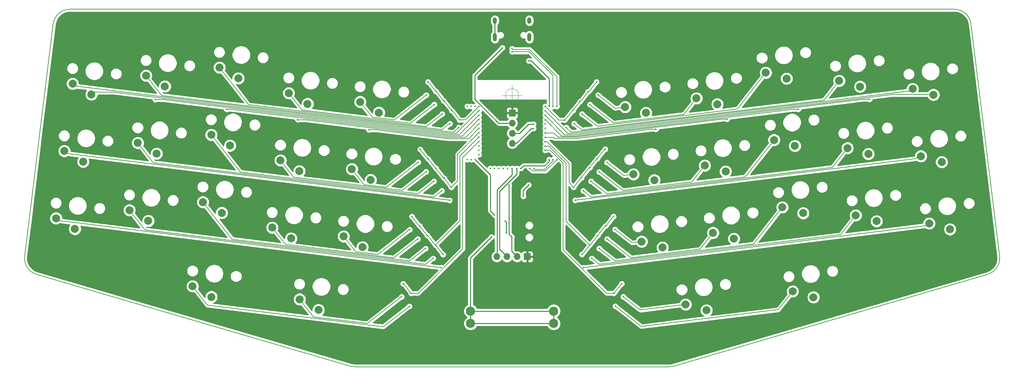
<source format=gbr>
%TF.GenerationSoftware,KiCad,Pcbnew,(5.1.10-1-10_14)*%
%TF.CreationDate,2021-09-26T20:25:07-05:00*%
%TF.ProjectId,LeChiffreBLE_Single_Side,4c654368-6966-4667-9265-424c455f5369,rev?*%
%TF.SameCoordinates,Original*%
%TF.FileFunction,Copper,L2,Bot*%
%TF.FilePolarity,Positive*%
%FSLAX46Y46*%
G04 Gerber Fmt 4.6, Leading zero omitted, Abs format (unit mm)*
G04 Created by KiCad (PCBNEW (5.1.10-1-10_14)) date 2021-09-26 20:25:07*
%MOMM*%
%LPD*%
G01*
G04 APERTURE LIST*
%TA.AperFunction,Profile*%
%ADD10C,0.152000*%
%TD*%
%TA.AperFunction,Profile*%
%ADD11C,0.100000*%
%TD*%
%TA.AperFunction,ComponentPad*%
%ADD12O,1.700000X1.700000*%
%TD*%
%TA.AperFunction,ComponentPad*%
%ADD13R,1.700000X1.700000*%
%TD*%
%TA.AperFunction,ComponentPad*%
%ADD14C,2.300000*%
%TD*%
%TA.AperFunction,ComponentPad*%
%ADD15C,2.000000*%
%TD*%
%TA.AperFunction,ComponentPad*%
%ADD16O,1.000000X2.100000*%
%TD*%
%TA.AperFunction,ComponentPad*%
%ADD17O,1.000000X1.600000*%
%TD*%
%TA.AperFunction,ViaPad*%
%ADD18C,0.400000*%
%TD*%
%TA.AperFunction,Conductor*%
%ADD19C,0.250000*%
%TD*%
%TA.AperFunction,Conductor*%
%ADD20C,0.127000*%
%TD*%
%TA.AperFunction,Conductor*%
%ADD21C,0.200000*%
%TD*%
%TA.AperFunction,Conductor*%
%ADD22C,0.254000*%
%TD*%
%TA.AperFunction,Conductor*%
%ADD23C,0.100000*%
%TD*%
G04 APERTURE END LIST*
D10*
X30724319Y-129889391D02*
X109245812Y-152889284D01*
X190227091Y-152889420D02*
X268787470Y-129887957D01*
X190227090Y-152889421D02*
G75*
G02*
X189043077Y-153059189I-1184013J4043940D01*
G01*
X110430291Y-153059189D02*
G75*
G02*
X109245812Y-152889284I0J4213708D01*
G01*
X110430291Y-153059189D02*
X189043077Y-153059189D01*
X34872010Y-67071010D02*
G75*
G02*
X39054379Y-63370255I4182369J-512953D01*
G01*
X149754177Y-63370255D02*
X39054379Y-63370255D01*
X260454219Y-63370255D02*
X149754177Y-63370255D01*
X260454219Y-63370255D02*
G75*
G02*
X264636555Y-67070738I0J-4213708D01*
G01*
X271785793Y-125330793D02*
X264636555Y-67070738D01*
X271785792Y-125330793D02*
G75*
G02*
X268787470Y-129887957I-4182335J-513225D01*
G01*
X30724319Y-129889391D02*
G75*
G02*
X27726429Y-125332635I1184479J4043803D01*
G01*
X34872010Y-67071010D02*
X27726429Y-125332635D01*
D11*
X151416666Y-84985000D02*
G75*
G03*
X151416666Y-84985000I-1666666J0D01*
G01*
X147250000Y-84985000D02*
X152250000Y-84985000D01*
X149750000Y-82485000D02*
X149750000Y-87485000D01*
D12*
%TO.P,J102,4*%
%TO.N,SWD*%
X149780010Y-97015010D03*
%TO.P,J102,3*%
%TO.N,SWC*%
X149780010Y-94475010D03*
%TO.P,J102,2*%
%TO.N,VBUS*%
X149780010Y-91935010D03*
D13*
%TO.P,J102,1*%
%TO.N,GND*%
X149780010Y-89395010D03*
%TD*%
D14*
%TO.P,BT1,P4*%
%TO.N,N/C*%
X160150000Y-139090000D03*
%TO.P,BT1,P3*%
X160150000Y-142190000D03*
%TO.P,BT1,P2*%
X139350000Y-142190000D03*
%TO.P,BT1,P1*%
X139350000Y-139090000D03*
%TD*%
D12*
%TO.P,J101,4*%
%TO.N,SDA*%
X145930000Y-125440000D03*
%TO.P,J101,3*%
%TO.N,SCL*%
X148470000Y-125440000D03*
%TO.P,J101,2*%
%TO.N,EXT_VCC*%
X151010000Y-125440000D03*
D13*
%TO.P,J101,1*%
%TO.N,GND*%
X153550000Y-125440000D03*
%TD*%
D15*
%TO.P,MX1,2*%
%TO.N,Net-(D1-Pad2)*%
X39723784Y-82056466D03*
%TO.P,MX1,1*%
%TO.N,COL0*%
X44430589Y-84750159D03*
%TD*%
D16*
%TO.P,J1,S1*%
%TO.N,Earth*%
X145430000Y-70390000D03*
X154070000Y-70390000D03*
D17*
X154070000Y-66210000D03*
X145430000Y-66210000D03*
%TD*%
D15*
%TO.P,MX34,1*%
%TO.N,COL9*%
X259387447Y-118573197D03*
%TO.P,MX34,2*%
%TO.N,Net-(D34-Pad2)*%
X254168791Y-117098197D03*
%TD*%
%TO.P,MX33,1*%
%TO.N,COL9*%
X257315669Y-101699912D03*
%TO.P,MX33,2*%
%TO.N,Net-(D33-Pad2)*%
X252097013Y-100224912D03*
%TD*%
%TO.P,MX32,1*%
%TO.N,COL9*%
X255243890Y-84826628D03*
%TO.P,MX32,2*%
%TO.N,Net-(D32-Pad2)*%
X250025234Y-83351628D03*
%TD*%
%TO.P,MX31,1*%
%TO.N,COL8*%
X241003672Y-116548524D03*
%TO.P,MX31,2*%
%TO.N,Net-(D31-Pad2)*%
X235785016Y-115073524D03*
%TD*%
%TO.P,MX30,1*%
%TO.N,COL8*%
X238931893Y-99675239D03*
%TO.P,MX30,2*%
%TO.N,Net-(D30-Pad2)*%
X233713237Y-98200239D03*
%TD*%
%TO.P,MX29,1*%
%TO.N,COL8*%
X236860114Y-82801955D03*
%TO.P,MX29,2*%
%TO.N,Net-(D29-Pad2)*%
X231641458Y-81326955D03*
%TD*%
%TO.P,MX28,1*%
%TO.N,COL7*%
X222619897Y-114523851D03*
%TO.P,MX28,2*%
%TO.N,Net-(D28-Pad2)*%
X217401241Y-113048851D03*
%TD*%
%TO.P,MX27,1*%
%TO.N,COL7*%
X220548118Y-97650566D03*
%TO.P,MX27,2*%
%TO.N,Net-(D27-Pad2)*%
X215329462Y-96175566D03*
%TD*%
%TO.P,MX26,1*%
%TO.N,COL7*%
X218476339Y-80777282D03*
%TO.P,MX26,2*%
%TO.N,Net-(D26-Pad2)*%
X213257683Y-79302282D03*
%TD*%
%TO.P,MX25,1*%
%TO.N,COL7*%
X225209620Y-135615457D03*
%TO.P,MX25,2*%
%TO.N,Net-(D25-Pad2)*%
X219990964Y-134140457D03*
%TD*%
%TO.P,MX24,1*%
%TO.N,COL6*%
X205272011Y-120935820D03*
%TO.P,MX24,2*%
%TO.N,Net-(D24-Pad2)*%
X200053355Y-119460820D03*
%TD*%
%TO.P,MX23,1*%
%TO.N,COL6*%
X203200232Y-104062536D03*
%TO.P,MX23,2*%
%TO.N,Net-(D23-Pad2)*%
X197981576Y-102587536D03*
%TD*%
%TO.P,MX22,1*%
%TO.N,COL6*%
X201128453Y-87189251D03*
%TO.P,MX22,2*%
%TO.N,Net-(D22-Pad2)*%
X195909797Y-85714251D03*
%TD*%
%TO.P,MX21,1*%
%TO.N,COL5*%
X198410874Y-138905929D03*
%TO.P,MX21,2*%
%TO.N,Net-(D21-Pad2)*%
X193192218Y-137430929D03*
%TD*%
%TO.P,MX20,1*%
%TO.N,COL5*%
X187406180Y-123129469D03*
%TO.P,MX20,2*%
%TO.N,Net-(D20-Pad2)*%
X182187524Y-121654469D03*
%TD*%
%TO.P,MX19,1*%
%TO.N,COL5*%
X185334401Y-106256184D03*
%TO.P,MX19,2*%
%TO.N,Net-(D19-Pad2)*%
X180115745Y-104781184D03*
%TD*%
%TO.P,MX18,1*%
%TO.N,COL5*%
X183262622Y-89382899D03*
%TO.P,MX18,2*%
%TO.N,Net-(D18-Pad2)*%
X178043966Y-87907899D03*
%TD*%
%TO.P,MX17,2*%
%TO.N,Net-(D17-Pad2)*%
X96556799Y-136135767D03*
%TO.P,MX17,1*%
%TO.N,COL4*%
X101263604Y-138829460D03*
%TD*%
%TO.P,MX16,2*%
%TO.N,Net-(D16-Pad2)*%
X107561493Y-120359307D03*
%TO.P,MX16,1*%
%TO.N,COL4*%
X112268298Y-123053000D03*
%TD*%
%TO.P,MX15,2*%
%TO.N,Net-(D15-Pad2)*%
X109633272Y-103486022D03*
%TO.P,MX15,1*%
%TO.N,COL4*%
X114340077Y-106179715D03*
%TD*%
%TO.P,MX14,2*%
%TO.N,Net-(D14-Pad2)*%
X111705051Y-86612737D03*
%TO.P,MX14,1*%
%TO.N,COL4*%
X116411856Y-89306430D03*
%TD*%
%TO.P,MX13,2*%
%TO.N,Net-(D13-Pad2)*%
X69758053Y-132845295D03*
%TO.P,MX13,1*%
%TO.N,COL2*%
X74464858Y-135538988D03*
%TD*%
%TO.P,MX12,2*%
%TO.N,Net-(D12-Pad2)*%
X89695663Y-118165658D03*
%TO.P,MX12,1*%
%TO.N,COL3*%
X94402468Y-120859351D03*
%TD*%
%TO.P,MX11,2*%
%TO.N,Net-(D11-Pad2)*%
X91767442Y-101292374D03*
%TO.P,MX11,1*%
%TO.N,COL3*%
X96474247Y-103986067D03*
%TD*%
%TO.P,MX10,2*%
%TO.N,Net-(D10-Pad2)*%
X93839220Y-84419089D03*
%TO.P,MX10,1*%
%TO.N,COL3*%
X98546025Y-87112782D03*
%TD*%
%TO.P,MX9,2*%
%TO.N,Net-(D9-Pad2)*%
X72347777Y-111753689D03*
%TO.P,MX9,1*%
%TO.N,COL2*%
X77054582Y-114447382D03*
%TD*%
%TO.P,MX8,2*%
%TO.N,Net-(D8-Pad2)*%
X74419556Y-94880404D03*
%TO.P,MX8,1*%
%TO.N,COL2*%
X79126361Y-97574097D03*
%TD*%
%TO.P,MX7,2*%
%TO.N,Net-(D7-Pad2)*%
X76491334Y-78007120D03*
%TO.P,MX7,1*%
%TO.N,COL2*%
X81198139Y-80700813D03*
%TD*%
%TO.P,MX6,2*%
%TO.N,Net-(D6-Pad2)*%
X53964001Y-113778362D03*
%TO.P,MX6,1*%
%TO.N,COL1*%
X58670806Y-116472055D03*
%TD*%
%TO.P,MX5,2*%
%TO.N,Net-(D5-Pad2)*%
X56035780Y-96905077D03*
%TO.P,MX5,1*%
%TO.N,COL1*%
X60742585Y-99598770D03*
%TD*%
%TO.P,MX4,2*%
%TO.N,Net-(D4-Pad2)*%
X58107559Y-80031793D03*
%TO.P,MX4,1*%
%TO.N,COL1*%
X62814364Y-82725486D03*
%TD*%
%TO.P,MX3,2*%
%TO.N,Net-(D3-Pad2)*%
X35580226Y-115803035D03*
%TO.P,MX3,1*%
%TO.N,COL0*%
X40287031Y-118496728D03*
%TD*%
%TO.P,MX2,2*%
%TO.N,Net-(D2-Pad2)*%
X37652005Y-98929750D03*
%TO.P,MX2,1*%
%TO.N,COL0*%
X42358810Y-101623443D03*
%TD*%
D18*
%TO.N,*%
X139500000Y-101080000D03*
X139500000Y-87740000D03*
X138530000Y-87740000D03*
X138530000Y-101080000D03*
%TO.N,VBUS*%
X147315010Y-73050010D03*
X153867010Y-107471010D03*
X152554010Y-110282009D03*
%TO.N,GND*%
X158040000Y-99880000D03*
X150550010Y-115700010D03*
%TO.N,VBAT*%
X144578010Y-120516010D03*
%TO.N,Net-(D1-Pad2)*%
X136380000Y-93030000D03*
%TO.N,ROW0*%
X128690058Y-81620477D03*
X130603367Y-83925835D03*
X132605921Y-86345420D03*
X134612827Y-88770577D03*
X136587084Y-91153944D03*
X141440000Y-87740000D03*
%TO.N,Net-(D2-Pad2)*%
X134113136Y-111302630D03*
%TO.N,ROW1*%
X126742347Y-98508995D03*
X128716604Y-100892362D03*
X134515305Y-108027228D03*
X132715181Y-105723174D03*
X130703921Y-103292445D03*
X141440000Y-94370000D03*
%TO.N,Net-(D3-Pad2)*%
X132041357Y-128175915D03*
%TO.N,ROW2*%
X132443526Y-124900513D03*
X130593338Y-122532380D03*
X128519827Y-120136826D03*
X126644825Y-117765647D03*
X124670569Y-115382280D03*
X141440000Y-95470000D03*
%TO.N,Net-(D4-Pad2)*%
X134166082Y-92080806D03*
%TO.N,Net-(D5-Pad2)*%
X132138880Y-108919264D03*
%TO.N,Net-(D6-Pad2)*%
X129972376Y-125866556D03*
%TO.N,Net-(D7-Pad2)*%
X132236402Y-89662613D03*
%TO.N,Net-(D8-Pad2)*%
X130164623Y-106535897D03*
%TO.N,Net-(D9-Pad2)*%
X128092844Y-123409182D03*
%TO.N,Net-(D10-Pad2)*%
X130262146Y-87279246D03*
%TO.N,Net-(D11-Pad2)*%
X128190367Y-104152531D03*
%TO.N,Net-(D12-Pad2)*%
X126118588Y-121025815D03*
%TO.N,Net-(D13-Pad2)*%
X124046809Y-137899100D03*
%TO.N,ROW3*%
X122474721Y-132240331D03*
X124448978Y-134623697D03*
X141440000Y-96570000D03*
%TO.N,Net-(D14-Pad2)*%
X128287889Y-84895879D03*
%TO.N,Net-(D15-Pad2)*%
X126216110Y-101769164D03*
%TO.N,Net-(D16-Pad2)*%
X124093834Y-118663955D03*
%TO.N,Net-(D17-Pad2)*%
X122072553Y-135515733D03*
%TO.N,Net-(D18-Pad2)*%
X171266441Y-84896425D03*
%TO.N,Net-(D19-Pad2)*%
X173514265Y-101808545D03*
%TO.N,Net-(D20-Pad2)*%
X175519179Y-118629588D03*
%TO.N,Net-(D21-Pad2)*%
X177590957Y-135502873D03*
%TO.N,Net-(D22-Pad2)*%
X169227669Y-87287713D03*
%TO.N,Net-(D23-Pad2)*%
X171531650Y-104185381D03*
%TO.N,Net-(D24-Pad2)*%
X173544922Y-121012955D03*
%TO.N,Net-(D25-Pad2)*%
X175616701Y-137886240D03*
%TO.N,Net-(D26-Pad2)*%
X167253412Y-89671080D03*
%TO.N,Net-(D27-Pad2)*%
X169498887Y-106523037D03*
%TO.N,Net-(D28-Pad2)*%
X171570666Y-123396322D03*
%TO.N,Net-(D29-Pad2)*%
X165279156Y-92054446D03*
%TO.N,Net-(D30-Pad2)*%
X167555277Y-108930347D03*
%TO.N,Net-(D31-Pad2)*%
X169705065Y-125864579D03*
%TO.N,Net-(D32-Pad2)*%
X163304899Y-93030000D03*
%TO.N,Net-(D33-Pad2)*%
X165550374Y-111289770D03*
%TO.N,Net-(D34-Pad2)*%
X167622153Y-128163055D03*
%TO.N,COL0*%
X141440000Y-88870000D03*
%TO.N,COL1*%
X60430333Y-86030333D03*
X141440000Y-89970000D03*
%TO.N,COL2*%
X78266399Y-88466399D03*
X141440000Y-91070000D03*
%TO.N,COL3*%
X96080593Y-91080593D03*
X141440000Y-92170000D03*
%TO.N,COL4*%
X113905722Y-93605722D03*
X141440000Y-93270000D03*
%TO.N,COL5*%
X185743500Y-93476500D03*
X158040000Y-95490000D03*
%TO.N,COL6*%
X203568629Y-90951371D03*
X158040000Y-94380000D03*
%TO.N,COL7*%
X221399227Y-88470773D03*
X158040000Y-91120000D03*
%TO.N,COL8*%
X239227637Y-85972363D03*
X158040000Y-89970000D03*
%TO.N,COL9*%
X158040000Y-88870000D03*
%TO.N,Net-(Q1-Pad3)*%
X148000010Y-116500010D03*
X148250010Y-119525020D03*
%TO.N,SWC*%
X158040000Y-92160000D03*
X155100002Y-92189010D03*
%TO.N,SWD*%
X158040000Y-93270000D03*
X155100002Y-93279010D03*
%TO.N,D+*%
X159993332Y-87740000D03*
X159993333Y-101080000D03*
X155243561Y-103280000D03*
X149734010Y-74017010D03*
%TO.N,D-*%
X160970000Y-87740000D03*
X160970000Y-101080000D03*
X154160000Y-103280000D03*
X149736010Y-73284010D03*
%TO.N,RESET*%
X159016666Y-87740000D03*
X159016666Y-101080000D03*
X151950000Y-103280000D03*
X153937567Y-76320453D03*
%TO.N,ROW4*%
X170864272Y-81621023D03*
X168755846Y-84101464D03*
X166770706Y-86498761D03*
X165001055Y-88763810D03*
X162902730Y-91162411D03*
X158040000Y-87740000D03*
%TO.N,ROW5*%
X173045231Y-98480902D03*
X171070974Y-100864268D03*
X169222966Y-103086045D03*
X167122461Y-105631001D03*
X165148205Y-108014368D03*
X158040000Y-96610000D03*
%TO.N,ROW6*%
X175117010Y-115354186D03*
X173177492Y-117733287D03*
X171155437Y-120137636D03*
X169187710Y-122512644D03*
X167219984Y-124887653D03*
X158040000Y-97710000D03*
%TO.N,ROW7*%
X177188789Y-132227471D03*
X175214532Y-134610837D03*
X158040000Y-98760000D03*
%TO.N,SDA*%
X149750000Y-103280000D03*
%TO.N,SCL*%
X150880000Y-103280000D03*
%TO.N,VDD_NRF*%
X144270000Y-103280000D03*
%TO.N,Power_Pin*%
X145340000Y-103280000D03*
%TO.N,BVOLT*%
X140470000Y-87740000D03*
X140470000Y-101080000D03*
X141440000Y-98770000D03*
X145344010Y-114972010D03*
%TO.N,EXT_VCC*%
X149000010Y-107500010D03*
X149650010Y-120450008D03*
%TO.N,Net-(U101-Pad53)*%
X146442500Y-103280000D03*
%TO.N,Net-(U101-Pad52)*%
X147545000Y-103280000D03*
%TO.N,Net-(U101-Pad51)*%
X148647500Y-103280000D03*
%TO.N,Net-(U101-Pad13)*%
X141440000Y-99880000D03*
%TO.N,Net-(U101-Pad11)*%
X141440000Y-97670000D03*
%TD*%
D19*
%TO.N,VBUS*%
X152554010Y-108784010D02*
X152554010Y-110282009D01*
X153867010Y-107471010D02*
X152554010Y-108784010D01*
X146379010Y-91935010D02*
X149780010Y-91935010D01*
X140394010Y-85950010D02*
X146379010Y-91935010D01*
X140394010Y-79971010D02*
X140394010Y-85950010D01*
X147315010Y-73050010D02*
X140394010Y-79971010D01*
%TO.N,VBAT*%
X139350000Y-142190000D02*
X139350000Y-139090000D01*
X160150000Y-142190000D02*
X160150000Y-139090000D01*
X160150000Y-142190000D02*
X139350000Y-142190000D01*
X139350000Y-139090000D02*
X160150000Y-139090000D01*
X139350000Y-139090000D02*
X139350000Y-125744020D01*
X139350000Y-125744020D02*
X144578010Y-120516010D01*
%TO.N,Earth*%
X145430000Y-70390000D02*
X145430000Y-66210000D01*
D20*
%TO.N,Net-(D1-Pad2)*%
X135457475Y-93952525D02*
X136380000Y-93030000D01*
X136380000Y-93030000D02*
X135207010Y-94202990D01*
X134389998Y-94205620D02*
X132308141Y-93950000D01*
X135207010Y-94202990D02*
X134389998Y-94202990D01*
X61804485Y-85294241D02*
X132300000Y-93950000D01*
X39723784Y-82296236D02*
X39723784Y-82056466D01*
X40071174Y-82099120D02*
X39723783Y-82056465D01*
X39723784Y-82056466D02*
X39900558Y-82056466D01*
X39723784Y-82056466D02*
X39849068Y-82056466D01*
X40471311Y-82673719D02*
X61820010Y-85295010D01*
X39849068Y-82056466D02*
X40471311Y-82678709D01*
%TO.N,ROW0*%
X128814126Y-81635711D02*
X130603367Y-83925835D01*
X128690058Y-81620477D02*
X128690058Y-81620477D01*
X130788383Y-84019077D02*
X132605921Y-86345420D01*
X130664314Y-84003844D02*
X130788383Y-84019077D01*
X132762639Y-86402444D02*
X134612827Y-88770577D01*
X132638571Y-86387210D02*
X132762639Y-86402444D01*
X134736896Y-88785811D02*
X136587084Y-91153944D01*
X134612827Y-88770577D02*
X134736896Y-88785811D01*
X128690058Y-81620477D02*
X128814126Y-81635711D01*
X130603367Y-83925835D02*
X130664314Y-84003844D01*
X132605921Y-86345420D02*
X132638571Y-86387210D01*
X134612827Y-88770577D02*
X134612827Y-88770577D01*
X136587084Y-91153944D02*
X136587084Y-91153944D01*
X141440000Y-87745000D02*
X141440000Y-87735000D01*
X138056056Y-91153944D02*
X141440000Y-87770000D01*
X136587084Y-91153944D02*
X138056056Y-91153944D01*
%TO.N,Net-(D2-Pad2)*%
X37652004Y-98929750D02*
X37875327Y-98957171D01*
X37875327Y-98957171D02*
X38332433Y-99542239D01*
X38332433Y-99542239D02*
X39052029Y-99630594D01*
X134113136Y-111302630D02*
X134113136Y-111302630D01*
X134113136Y-111302630D02*
X39052029Y-99630594D01*
%TO.N,ROW1*%
X126742347Y-98508995D02*
X126742347Y-98508995D01*
X128716604Y-100892362D02*
X130566792Y-103260495D01*
X128592536Y-100877128D02*
X128716604Y-100892362D01*
X130690860Y-103275729D02*
X130703921Y-103292445D01*
X130566792Y-103260495D02*
X130690860Y-103275729D01*
X132665117Y-105659095D02*
X132715181Y-105723174D01*
X132541049Y-105643862D02*
X132665117Y-105659095D01*
X126742347Y-98508995D02*
X128592536Y-100877128D01*
X128716604Y-100892362D02*
X128716604Y-100892362D01*
X134515305Y-108027228D02*
X134515305Y-108027228D01*
X132715181Y-105723174D02*
X134515305Y-108027228D01*
X130703921Y-103292445D02*
X132541049Y-105643862D01*
X136080000Y-99730000D02*
X141440000Y-94370000D01*
X136080000Y-106462533D02*
X136080000Y-99730000D01*
X134515305Y-108027228D02*
X136080000Y-106462533D01*
%TO.N,Net-(D3-Pad2)*%
X36037331Y-116388103D02*
X35580226Y-115803035D01*
X132041357Y-128175915D02*
X132041357Y-128175915D01*
X132041357Y-128175915D02*
X36037331Y-116388103D01*
%TO.N,ROW2*%
X124670569Y-115382280D02*
X124670569Y-115382280D01*
X124526649Y-115364609D02*
X124670569Y-115382280D01*
X126644825Y-117765647D02*
X128495013Y-120133779D01*
X126520757Y-117750413D02*
X126644825Y-117765647D01*
X128619082Y-120149013D02*
X130469270Y-122517146D01*
X128495013Y-120133779D02*
X128519827Y-120136826D01*
X130593338Y-122532380D02*
X132443526Y-124900513D01*
X130469270Y-122517146D02*
X130593338Y-122532380D01*
X132443526Y-124900513D02*
X132443526Y-124900513D01*
X130593338Y-122532380D02*
X130593338Y-122532380D01*
X128519827Y-120136826D02*
X128619082Y-120149013D01*
X126644825Y-117765647D02*
X126644825Y-117765647D01*
X124670569Y-115382280D02*
X126520757Y-117750413D01*
X136700000Y-116425718D02*
X130593338Y-122532380D01*
X136700000Y-100210000D02*
X136700000Y-116425718D01*
X141440000Y-95470000D02*
X136700000Y-100210000D01*
%TO.N,Net-(D4-Pad2)*%
X132206951Y-93611447D02*
X134166082Y-92080806D01*
X61980320Y-84988701D02*
X132206951Y-93611447D01*
X58107559Y-80031792D02*
X61980320Y-84988701D01*
X134166082Y-92080806D02*
X134210659Y-92045979D01*
%TO.N,Net-(D5-Pad2)*%
X56035780Y-96905077D02*
X59908542Y-101861986D01*
X130135172Y-110484732D02*
X132138880Y-108919264D01*
X59908542Y-101861986D02*
X130135172Y-110484732D01*
X132138880Y-108919264D02*
X132138880Y-108919264D01*
%TO.N,Net-(D6-Pad2)*%
X53964001Y-113778362D02*
X57836763Y-118735271D01*
X128063393Y-127358017D02*
X129972376Y-125866556D01*
X57836763Y-118735271D02*
X128063393Y-127358017D01*
X129972376Y-125866556D02*
X130067101Y-125792548D01*
%TO.N,Net-(D7-Pad2)*%
X76491334Y-78007120D02*
X83779752Y-87335869D01*
X128228986Y-92793549D02*
X132236402Y-89662613D01*
X83779752Y-87335869D02*
X128228986Y-92793549D01*
X132236402Y-89662613D02*
X132236402Y-89662613D01*
%TO.N,Net-(D8-Pad2)*%
X74419555Y-94880404D02*
X81707973Y-104209154D01*
X126157207Y-109666834D02*
X130164623Y-106535897D01*
X81707973Y-104209154D02*
X126157207Y-109666834D01*
X130164623Y-106535897D02*
X130164623Y-106535897D01*
%TO.N,Net-(D9-Pad2)*%
X124085429Y-126540118D02*
X128092844Y-123409182D01*
X79636195Y-121082439D02*
X124085429Y-126540118D01*
X72347776Y-111753689D02*
X79636195Y-121082439D01*
X128092844Y-123409182D02*
X128092844Y-123409182D01*
%TO.N,Net-(D10-Pad2)*%
X93839220Y-84419089D02*
X97142542Y-88647148D01*
X124251022Y-91975651D02*
X130262146Y-87279246D01*
X97142542Y-88647148D02*
X124251022Y-91975651D01*
X130262146Y-87279246D02*
X130262146Y-87279246D01*
%TO.N,Net-(D11-Pad2)*%
X95070763Y-105520432D02*
X122179243Y-108848935D01*
X122179243Y-108848935D02*
X128190367Y-104152531D01*
X91767441Y-101292373D02*
X95070763Y-105520432D01*
X128190367Y-104152531D02*
X128190367Y-104152531D01*
%TO.N,Net-(D12-Pad2)*%
X89695662Y-118165658D02*
X92998984Y-122393717D01*
X120107464Y-125722220D02*
X126118588Y-121025815D01*
X92998984Y-122393717D02*
X120107464Y-125722220D01*
X126118588Y-121025815D02*
X126118588Y-121025815D01*
%TO.N,Net-(D13-Pad2)*%
X69758053Y-132845294D02*
X73480196Y-137609421D01*
X117499618Y-143014326D02*
X124046809Y-137899100D01*
X73480196Y-137609421D02*
X117499618Y-143014326D01*
X124046809Y-137899100D02*
X124046809Y-137899100D01*
%TO.N,ROW3*%
X122598790Y-132255565D02*
X124448978Y-134623697D01*
X122474721Y-132240331D02*
X122474721Y-132240331D01*
X122474721Y-132240331D02*
X122598790Y-132255565D01*
X124448978Y-134623697D02*
X124448978Y-134623697D01*
X126279557Y-134623697D02*
X124448978Y-134623697D01*
X137400000Y-123503254D02*
X126279557Y-134623697D01*
X137400000Y-100600000D02*
X137400000Y-123503254D01*
X141430000Y-96570000D02*
X137400000Y-100600000D01*
X141440000Y-96570000D02*
X141430000Y-96570000D01*
%TO.N,Net-(D14-Pad2)*%
X111705051Y-86612737D02*
X114723653Y-90476371D01*
X120273057Y-91157752D02*
X128287889Y-84895879D01*
X114723653Y-90476371D02*
X120273057Y-91157752D01*
X128287889Y-84895879D02*
X128287889Y-84895879D01*
%TO.N,Net-(D15-Pad2)*%
X109633272Y-103486022D02*
X112651874Y-107349656D01*
X118201279Y-108031037D02*
X126216110Y-101769164D01*
X112651874Y-107349656D02*
X118201279Y-108031037D01*
X126216110Y-101769164D02*
X126216110Y-101769164D01*
%TO.N,Net-(D16-Pad2)*%
X116109649Y-124901884D02*
X124093834Y-118663955D01*
X110580095Y-124222940D02*
X116109649Y-124901884D01*
X107561493Y-120359306D02*
X110580095Y-124222940D01*
X124093834Y-118663955D02*
X124124481Y-118640011D01*
%TO.N,Net-(D17-Pad2)*%
X96556799Y-136135767D02*
X99994222Y-140535468D01*
X113521654Y-142196428D02*
X122072553Y-135515733D01*
X99994222Y-140535468D02*
X113521654Y-142196428D01*
X122072553Y-135515733D02*
X122072553Y-135515733D01*
%TO.N,Net-(D18-Pad2)*%
X175517936Y-88218057D02*
X171266441Y-84896425D01*
X178043966Y-87907899D02*
X175517936Y-88218057D01*
X171266441Y-84896425D02*
X171266441Y-84896425D01*
%TO.N,Net-(D19-Pad2)*%
X177698895Y-105077936D02*
X173514265Y-101808545D01*
X180115745Y-104781184D02*
X177698895Y-105077936D01*
X173514265Y-101808545D02*
X173447400Y-101756304D01*
%TO.N,Net-(D20-Pad2)*%
X179770674Y-121951221D02*
X175519179Y-118629588D01*
X182187524Y-121654469D02*
X179770674Y-121951221D01*
X175519179Y-118629588D02*
X175519179Y-118629588D01*
%TO.N,Net-(D21-Pad2)*%
X181842452Y-138824505D02*
X177590957Y-135502873D01*
X193192218Y-137430929D02*
X181842452Y-138824505D01*
X177590957Y-135502873D02*
X177590957Y-135502873D01*
%TO.N,Net-(D22-Pad2)*%
X195909797Y-85714251D02*
X192768403Y-89735051D01*
X175131831Y-91900550D02*
X169227669Y-87287713D01*
X192768403Y-89735051D02*
X175131831Y-91900550D01*
X169227669Y-87287713D02*
X169227669Y-87287713D01*
%TO.N,Net-(D23-Pad2)*%
X197981575Y-102587536D02*
X194756615Y-106715297D01*
X177484267Y-108836075D02*
X171531650Y-104185381D01*
X194756615Y-106715297D02*
X177484267Y-108836075D01*
X171531650Y-104185381D02*
X171473143Y-104139670D01*
%TO.N,Net-(D24-Pad2)*%
X200053354Y-119460820D02*
X196828393Y-123588582D01*
X179556046Y-125709360D02*
X173544922Y-121012955D01*
X196828393Y-123588582D02*
X179556046Y-125709360D01*
X173544922Y-121012955D02*
X173544922Y-121012955D01*
%TO.N,Net-(D25-Pad2)*%
X219990964Y-134140457D02*
X216399422Y-138737421D01*
X182097027Y-142949225D02*
X175616701Y-137886240D01*
X216399422Y-138737421D02*
X182097027Y-142949225D01*
X175616701Y-137886240D02*
X175616701Y-137886240D01*
%TO.N,Net-(D26-Pad2)*%
X213257683Y-79302282D02*
X206131193Y-88423773D01*
X171153867Y-92718448D02*
X167253412Y-89671080D01*
X206131193Y-88423773D02*
X171153867Y-92718448D01*
X167253412Y-89671080D02*
X167253412Y-89671080D01*
%TO.N,Net-(D27-Pad2)*%
X215329461Y-96175567D02*
X208119404Y-105404019D01*
X173506303Y-109653973D02*
X169498887Y-106523037D01*
X208119404Y-105404019D02*
X173506303Y-109653973D01*
X169498887Y-106523037D02*
X169498887Y-106523037D01*
%TO.N,Net-(D28-Pad2)*%
X217401240Y-113048851D02*
X210191183Y-122277304D01*
X175578081Y-126527258D02*
X171570666Y-123396322D01*
X210191183Y-122277304D02*
X175578081Y-126527258D01*
X171570666Y-123396322D02*
X171570666Y-123396322D01*
%TO.N,Net-(D29-Pad2)*%
X165279156Y-92054446D02*
X165279156Y-92054446D01*
X167233236Y-93626008D02*
X227847057Y-86183567D01*
X165285249Y-92104074D02*
X167233236Y-93626008D01*
X227847057Y-86183567D02*
X231641458Y-81326955D01*
X165279156Y-92054446D02*
X165285249Y-92104074D01*
%TO.N,Net-(D30-Pad2)*%
X233713237Y-98200240D02*
X229918836Y-103056851D01*
X169528338Y-110471872D02*
X167555277Y-108930347D01*
X229918836Y-103056851D02*
X169528338Y-110471872D01*
X167555277Y-108930347D02*
X167524630Y-108906404D01*
%TO.N,Net-(D31-Pad2)*%
X235785016Y-115073524D02*
X231990615Y-119930136D01*
X171600117Y-127345156D02*
X169705065Y-125864579D01*
X231990615Y-119930136D02*
X171600117Y-127345156D01*
X169705065Y-125864579D02*
X169596409Y-125779688D01*
%TO.N,Net-(D32-Pad2)*%
X249646489Y-83836399D02*
X250025233Y-83351628D01*
X165265968Y-94197023D02*
X165917076Y-94117076D01*
X164471922Y-94197023D02*
X165265968Y-94197023D01*
X165917076Y-94117076D02*
X249646489Y-83836399D01*
X163304899Y-93030000D02*
X164471922Y-94197023D01*
%TO.N,Net-(D33-Pad2)*%
X165550374Y-111289770D02*
X165550374Y-111289770D01*
X251238460Y-100330329D02*
X252097012Y-100224912D01*
X250859715Y-100815100D02*
X251238460Y-100330329D01*
X165550374Y-111289770D02*
X250859715Y-100815100D01*
%TO.N,Net-(D34-Pad2)*%
X253790047Y-117582968D02*
X254168791Y-117098197D01*
X167622153Y-128163055D02*
X167622153Y-128163055D01*
X167622153Y-128163055D02*
X253790047Y-117582968D01*
%TO.N,COL0*%
X134370000Y-94530000D02*
X49825033Y-84149184D01*
X45018832Y-84161916D02*
X44430589Y-84750159D01*
X49880120Y-84161916D02*
X45018832Y-84161916D01*
X135780000Y-94530000D02*
X141440000Y-88870000D01*
X134370000Y-94530000D02*
X135780000Y-94530000D01*
%TO.N,COL1*%
X62413876Y-86030333D02*
X134273477Y-94853582D01*
X60430333Y-86030333D02*
X62413876Y-86030333D01*
X136552990Y-94857010D02*
X134273477Y-94857010D01*
X141440000Y-89970000D02*
X136552990Y-94857010D01*
%TO.N,COL2*%
X79568888Y-88481966D02*
X134120000Y-95180000D01*
X78266399Y-88466399D02*
X79570754Y-88466399D01*
X137325980Y-95184020D02*
X134141453Y-95184020D01*
X141440000Y-91070000D02*
X137325980Y-95184020D01*
%TO.N,COL3*%
X96080593Y-91080593D02*
X98178389Y-91080593D01*
X98198134Y-91115310D02*
X133990000Y-95510000D01*
X138098970Y-95511030D02*
X134006002Y-95511030D01*
X141440000Y-92170000D02*
X138098970Y-95511030D01*
%TO.N,COL4*%
X116060635Y-93638105D02*
X132527627Y-95660000D01*
X113905722Y-93605722D02*
X116060635Y-93605722D01*
X134084589Y-95851079D02*
X132523722Y-95659429D01*
X138858921Y-95851079D02*
X134084589Y-95851079D01*
X141440000Y-93270000D02*
X138858921Y-95851079D01*
%TO.N,COL5*%
X165980000Y-95760000D02*
X160321686Y-95760000D01*
X184550557Y-93476500D02*
X165986594Y-95755866D01*
X185743500Y-93476500D02*
X184550557Y-93476500D01*
X158040000Y-95490000D02*
X158450000Y-95490000D01*
X160051686Y-95490000D02*
X160321686Y-95760000D01*
X158040000Y-95490000D02*
X160051686Y-95490000D01*
%TO.N,COL6*%
X161250126Y-95460000D02*
X165740000Y-95460000D01*
X165755185Y-95454815D02*
X202432812Y-90951371D01*
X202432812Y-90951371D02*
X203568629Y-90951371D01*
X160187010Y-94407010D02*
X161240000Y-95460000D01*
X160160000Y-94380000D02*
X160187010Y-94407010D01*
X158040000Y-94380000D02*
X160160000Y-94380000D01*
%TO.N,COL7*%
X162098053Y-95150000D02*
X165556867Y-95150000D01*
X221399227Y-88470773D02*
X219952380Y-88470773D01*
X219952380Y-88470773D02*
X165589189Y-95145731D01*
X158077010Y-91137010D02*
X162090000Y-95150000D01*
%TO.N,COL8*%
X239227637Y-85972363D02*
X237617020Y-85972363D01*
X237617020Y-85972363D02*
X165437578Y-94834882D01*
X162919626Y-94840000D02*
X165420000Y-94840000D01*
X162892990Y-94822990D02*
X162919626Y-94822990D01*
X158040000Y-89970000D02*
X162892990Y-94822990D01*
%TO.N,COL9*%
X255157262Y-84740000D02*
X255243890Y-84826628D01*
X244970531Y-84740000D02*
X255157262Y-84740000D01*
X165285967Y-94524033D02*
X244970531Y-84740000D01*
X163694033Y-94524033D02*
X165285967Y-94524033D01*
X158040000Y-88870000D02*
X163694033Y-94524033D01*
D19*
%TO.N,Net-(Q1-Pad3)*%
X148000010Y-116500010D02*
X148250010Y-116750010D01*
X148250010Y-116750010D02*
X148250010Y-119525020D01*
%TO.N,SWC*%
X151561010Y-94475010D02*
X149780010Y-94475010D01*
X153847010Y-92189010D02*
X151561010Y-94475010D01*
X155100002Y-92189010D02*
X153847010Y-92189010D01*
%TO.N,SWD*%
X154514010Y-93279010D02*
X155100002Y-93279010D01*
X150778010Y-97015010D02*
X154514010Y-93279010D01*
X149780010Y-97015010D02*
X150778010Y-97015010D01*
D21*
%TO.N,D+*%
X159993333Y-101420270D02*
X159993333Y-101080000D01*
X157883603Y-103530000D02*
X159993333Y-101420270D01*
X155493561Y-103530000D02*
X157883603Y-103530000D01*
X155243561Y-103280000D02*
X155493561Y-103530000D01*
X159993332Y-87740000D02*
X159993332Y-79941532D01*
X151535613Y-74017010D02*
X149734010Y-74017010D01*
X154068810Y-74017010D02*
X149734010Y-74017010D01*
X159993332Y-79941532D02*
X154068810Y-74017010D01*
%TO.N,D-*%
X158119989Y-103930011D02*
X160970000Y-101080000D01*
X154160000Y-103280000D02*
X154810011Y-103930011D01*
X154810011Y-103930011D02*
X158119989Y-103930011D01*
X160970000Y-87740000D02*
X160970000Y-80281800D01*
X149936009Y-73484009D02*
X149736010Y-73284010D01*
X160970000Y-80281800D02*
X154172209Y-73484009D01*
X154172209Y-73484009D02*
X149936009Y-73484009D01*
D19*
%TO.N,RESET*%
X159016666Y-101080000D02*
X159016666Y-101513334D01*
X159016666Y-101513334D02*
X157890000Y-102640000D01*
X152590000Y-102640000D02*
X151950000Y-103280000D01*
X157890000Y-102640000D02*
X152590000Y-102640000D01*
X154555453Y-76320453D02*
X153937567Y-76320453D01*
X159016666Y-80781666D02*
X154555453Y-76320453D01*
X159016666Y-87740000D02*
X159016666Y-80781666D01*
D20*
%TO.N,ROW4*%
X163026799Y-91147177D02*
X164876987Y-88779044D01*
X162902730Y-91162411D02*
X162902730Y-91162411D01*
X165001055Y-88763810D02*
X166770706Y-86498761D01*
X164876987Y-88779044D02*
X165001055Y-88763810D01*
X166975312Y-86380444D02*
X168755846Y-84101464D01*
X166851243Y-86395677D02*
X166975312Y-86380444D01*
X169014084Y-83989156D02*
X170864272Y-81621023D01*
X168825500Y-84012311D02*
X169014084Y-83989156D01*
X170864272Y-81621023D02*
X170864272Y-81621023D01*
X168755846Y-84101464D02*
X168825500Y-84012311D01*
X166770706Y-86498761D02*
X166851243Y-86395677D01*
X165001055Y-88763810D02*
X165001055Y-88763810D01*
X162902730Y-91162411D02*
X163026799Y-91147177D01*
X161462411Y-91162411D02*
X162902730Y-91162411D01*
X158040000Y-87740000D02*
X161462411Y-91162411D01*
%TO.N,ROW5*%
X172921163Y-98496135D02*
X171070974Y-100864268D01*
X173045231Y-98480902D02*
X173045231Y-98480902D01*
X170946906Y-100879502D02*
X169222966Y-103086045D01*
X171070974Y-100864268D02*
X170946906Y-100879502D01*
X168972650Y-103262868D02*
X167122461Y-105631001D01*
X169096718Y-103247635D02*
X168972650Y-103262868D01*
X166998393Y-105646235D02*
X165148205Y-108014368D01*
X167122461Y-105631001D02*
X166998393Y-105646235D01*
X173045231Y-98480902D02*
X172921163Y-98496135D01*
X171070974Y-100864268D02*
X171070974Y-100864268D01*
X169222966Y-103086045D02*
X169096718Y-103247635D01*
X167122461Y-105631001D02*
X167122461Y-105631001D01*
X165148205Y-108014368D02*
X165148205Y-108014368D01*
X167122461Y-105631001D02*
X167122461Y-105592461D01*
X167120000Y-105628540D02*
X167122461Y-105631001D01*
X164000000Y-102060000D02*
X158550000Y-96610000D01*
X158550000Y-96610000D02*
X158040000Y-96610000D01*
X164000000Y-106866163D02*
X164000000Y-102060000D01*
X165148205Y-108014368D02*
X164000000Y-106866163D01*
%TO.N,ROW6*%
X167344052Y-124872419D02*
X169187710Y-122512644D01*
X167219984Y-124887653D02*
X167219984Y-124887653D01*
X169318309Y-122489052D02*
X171155437Y-120137636D01*
X169194240Y-122504286D02*
X169318309Y-122489052D01*
X173018685Y-117752786D02*
X171168497Y-120120919D01*
X173142753Y-117737553D02*
X173018685Y-117752786D01*
X173266821Y-117722319D02*
X175117010Y-115354186D01*
X173142753Y-117737553D02*
X173177492Y-117733287D01*
X175117010Y-115354186D02*
X175117010Y-115354186D01*
X173177492Y-117733287D02*
X173266821Y-117722319D01*
X171155437Y-120137636D02*
X171168497Y-120120919D01*
X169187710Y-122512644D02*
X169194240Y-122504286D01*
X167219984Y-124887653D02*
X167344052Y-124872419D01*
X163260000Y-102030000D02*
X158940000Y-97710000D01*
X158940000Y-97710000D02*
X158040000Y-97710000D01*
X163260000Y-116584934D02*
X163260000Y-102030000D01*
X169187710Y-122512644D02*
X163260000Y-116584934D01*
%TO.N,ROW7*%
X175338600Y-134595604D02*
X177188789Y-132227471D01*
X175214532Y-134610837D02*
X175214532Y-134610837D01*
X177188789Y-132227471D02*
X177188789Y-132227471D01*
X175214532Y-134610837D02*
X175338600Y-134595604D01*
X175214532Y-134610837D02*
X173383953Y-134610837D01*
X164051558Y-125278442D02*
X164000000Y-125226884D01*
X173383953Y-134610837D02*
X164051558Y-125278442D01*
X162500000Y-101924018D02*
X162500000Y-123726884D01*
X159335982Y-98760000D02*
X162500000Y-101924018D01*
X162500000Y-123726884D02*
X164051558Y-125278442D01*
X158040000Y-98760000D02*
X159335982Y-98760000D01*
D19*
%TO.N,SDA*%
X149750000Y-104940020D02*
X149750000Y-103280000D01*
X146017010Y-108673010D02*
X149750000Y-104940020D01*
X146017010Y-125352990D02*
X146017010Y-108673010D01*
X145930000Y-125440000D02*
X146017010Y-125352990D01*
%TO.N,SCL*%
X146559010Y-123529010D02*
X148470000Y-125440000D01*
X146559010Y-109041010D02*
X146559010Y-123529010D01*
X150880000Y-104720020D02*
X146559010Y-109041010D01*
X150880000Y-103280000D02*
X150880000Y-104720020D01*
%TO.N,BVOLT*%
X144323010Y-104933010D02*
X144323010Y-113951010D01*
X140470000Y-101080000D02*
X144323010Y-104933010D01*
X144323010Y-113951010D02*
X145344010Y-114972010D01*
%TO.N,EXT_VCC*%
X149000010Y-107500010D02*
X149000010Y-119800008D01*
X149000010Y-119800008D02*
X149650010Y-120450008D01*
X151010000Y-125440000D02*
X149650010Y-124080010D01*
X149650010Y-124080010D02*
X149650010Y-120450008D01*
%TD*%
D22*
%TO.N,GND*%
X261133905Y-64151308D02*
X261787697Y-64348700D01*
X262390699Y-64669322D01*
X262919947Y-65100966D01*
X263355268Y-65627179D01*
X263680093Y-66227930D01*
X263888138Y-66900015D01*
X263932591Y-67171537D01*
X271075850Y-125382871D01*
X271093339Y-126100549D01*
X270977048Y-126773515D01*
X270732256Y-127411085D01*
X270368293Y-127988957D01*
X269899015Y-128485134D01*
X269342302Y-128880710D01*
X268693947Y-129172038D01*
X268580854Y-129207604D01*
X190060674Y-152197297D01*
X189336656Y-152334355D01*
X189027185Y-152348189D01*
X110465067Y-152348189D01*
X109731718Y-152276284D01*
X109430414Y-152202482D01*
X42795326Y-132684262D01*
X68123053Y-132684262D01*
X68123053Y-133006328D01*
X68185885Y-133322207D01*
X68309135Y-133619758D01*
X68488066Y-133887547D01*
X68715801Y-134115282D01*
X68983590Y-134294213D01*
X69281141Y-134417463D01*
X69597020Y-134480295D01*
X69919086Y-134480295D01*
X70118116Y-134440706D01*
X72908660Y-138012442D01*
X72927109Y-138041540D01*
X72950879Y-138066479D01*
X72950892Y-138066496D01*
X73022037Y-138141140D01*
X73134573Y-138220304D01*
X73134575Y-138220305D01*
X73260393Y-138275995D01*
X73361018Y-138298533D01*
X73361025Y-138298534D01*
X73394658Y-138306067D01*
X73429114Y-138306894D01*
X117380447Y-143703439D01*
X117414081Y-143710972D01*
X117448538Y-143711799D01*
X117448545Y-143711800D01*
X117551633Y-143714275D01*
X117687186Y-143690678D01*
X117815532Y-143641089D01*
X117902621Y-143585874D01*
X117902627Y-143585869D01*
X117931737Y-143567413D01*
X117956686Y-143543634D01*
X124112610Y-138734100D01*
X124129049Y-138734100D01*
X124290369Y-138702011D01*
X124442330Y-138639067D01*
X124579090Y-138547687D01*
X124695396Y-138431381D01*
X124786776Y-138294621D01*
X124849720Y-138142660D01*
X124881809Y-137981340D01*
X124881809Y-137816860D01*
X124849720Y-137655540D01*
X124786776Y-137503579D01*
X124695396Y-137366819D01*
X124579090Y-137250513D01*
X124442330Y-137159133D01*
X124290369Y-137096189D01*
X124129049Y-137064100D01*
X123964569Y-137064100D01*
X123803249Y-137096189D01*
X123651288Y-137159133D01*
X123514528Y-137250513D01*
X123398222Y-137366819D01*
X123306842Y-137503579D01*
X123253418Y-137632556D01*
X117297574Y-142285772D01*
X114916113Y-141993365D01*
X122138354Y-136350733D01*
X122154793Y-136350733D01*
X122316113Y-136318644D01*
X122468074Y-136255700D01*
X122604834Y-136164320D01*
X122721140Y-136048014D01*
X122812520Y-135911254D01*
X122875464Y-135759293D01*
X122907553Y-135597973D01*
X122907553Y-135433493D01*
X122875464Y-135272173D01*
X122812520Y-135120212D01*
X122721140Y-134983452D01*
X122604834Y-134867146D01*
X122468074Y-134775766D01*
X122316113Y-134712822D01*
X122154793Y-134680733D01*
X121990313Y-134680733D01*
X121828993Y-134712822D01*
X121677032Y-134775766D01*
X121540272Y-134867146D01*
X121423966Y-134983452D01*
X121332586Y-135120212D01*
X121279162Y-135249188D01*
X113319610Y-141467874D01*
X102285490Y-140113055D01*
X102305856Y-140099447D01*
X102533591Y-139871712D01*
X102712522Y-139603923D01*
X102835772Y-139306372D01*
X102898604Y-138990493D01*
X102898604Y-138668427D01*
X102835772Y-138352548D01*
X102712522Y-138054997D01*
X102533591Y-137787208D01*
X102305856Y-137559473D01*
X102038067Y-137380542D01*
X101740516Y-137257292D01*
X101424637Y-137194460D01*
X101102571Y-137194460D01*
X100786692Y-137257292D01*
X100489141Y-137380542D01*
X100221352Y-137559473D01*
X99993617Y-137787208D01*
X99814686Y-138054997D01*
X99691436Y-138352548D01*
X99628604Y-138668427D01*
X99628604Y-138932947D01*
X98020466Y-136874624D01*
X98128967Y-136612679D01*
X98191799Y-136296800D01*
X98191799Y-135974734D01*
X98128967Y-135658855D01*
X98005717Y-135361304D01*
X97826786Y-135093515D01*
X97599051Y-134865780D01*
X97331262Y-134686849D01*
X97033711Y-134563599D01*
X96717832Y-134500767D01*
X96395766Y-134500767D01*
X96079887Y-134563599D01*
X95782336Y-134686849D01*
X95514547Y-134865780D01*
X95286812Y-135093515D01*
X95107881Y-135361304D01*
X94984631Y-135658855D01*
X94921799Y-135974734D01*
X94921799Y-136296800D01*
X94984631Y-136612679D01*
X95107881Y-136910230D01*
X95286812Y-137178019D01*
X95514547Y-137405754D01*
X95782336Y-137584685D01*
X96079887Y-137707935D01*
X96395766Y-137770767D01*
X96717832Y-137770767D01*
X96916862Y-137731178D01*
X98690310Y-140001088D01*
X74990227Y-137091085D01*
X75239321Y-136987906D01*
X75507110Y-136808975D01*
X75734845Y-136581240D01*
X75913776Y-136313451D01*
X76037026Y-136015900D01*
X76099858Y-135700021D01*
X76099858Y-135377955D01*
X76037026Y-135062076D01*
X75913776Y-134764525D01*
X75734845Y-134496736D01*
X75507110Y-134269001D01*
X75239321Y-134090070D01*
X74941770Y-133966820D01*
X74625891Y-133903988D01*
X74303825Y-133903988D01*
X73987946Y-133966820D01*
X73690395Y-134090070D01*
X73422606Y-134269001D01*
X73194871Y-134496736D01*
X73015940Y-134764525D01*
X72892690Y-135062076D01*
X72829858Y-135377955D01*
X72829858Y-135642474D01*
X71221720Y-133584151D01*
X71330221Y-133322207D01*
X71393053Y-133006328D01*
X71393053Y-132684262D01*
X71330221Y-132368383D01*
X71242621Y-132156897D01*
X95038629Y-132156897D01*
X95038629Y-132449417D01*
X95095697Y-132736315D01*
X95207639Y-133006568D01*
X95370154Y-133249789D01*
X95576997Y-133456632D01*
X95820218Y-133619147D01*
X96090471Y-133731089D01*
X96377369Y-133788157D01*
X96669889Y-133788157D01*
X96956787Y-133731089D01*
X97227040Y-133619147D01*
X97470261Y-133456632D01*
X97677104Y-133249789D01*
X97839619Y-133006568D01*
X97948601Y-132743461D01*
X99647633Y-132743461D01*
X99647633Y-133203415D01*
X99737366Y-133654532D01*
X99913383Y-134079475D01*
X100168920Y-134461914D01*
X100494157Y-134787151D01*
X100876596Y-135042688D01*
X101301539Y-135218705D01*
X101752656Y-135308438D01*
X102212610Y-135308438D01*
X102663727Y-135218705D01*
X103088670Y-135042688D01*
X103471109Y-134787151D01*
X103796346Y-134461914D01*
X104051883Y-134079475D01*
X104227900Y-133654532D01*
X104259143Y-133497459D01*
X105956637Y-133497459D01*
X105956637Y-133789979D01*
X106013705Y-134076877D01*
X106125647Y-134347130D01*
X106288162Y-134590351D01*
X106495005Y-134797194D01*
X106738226Y-134959709D01*
X107008479Y-135071651D01*
X107295377Y-135128719D01*
X107587897Y-135128719D01*
X107874795Y-135071651D01*
X108145048Y-134959709D01*
X108388269Y-134797194D01*
X108595112Y-134590351D01*
X108757627Y-134347130D01*
X108869569Y-134076877D01*
X108926637Y-133789979D01*
X108926637Y-133497459D01*
X108869569Y-133210561D01*
X108757627Y-132940308D01*
X108595112Y-132697087D01*
X108388269Y-132490244D01*
X108145048Y-132327729D01*
X107874795Y-132215787D01*
X107587897Y-132158719D01*
X107295377Y-132158719D01*
X107008479Y-132215787D01*
X106738226Y-132327729D01*
X106495005Y-132490244D01*
X106288162Y-132697087D01*
X106125647Y-132940308D01*
X106013705Y-133210561D01*
X105956637Y-133497459D01*
X104259143Y-133497459D01*
X104317633Y-133203415D01*
X104317633Y-132743461D01*
X104227900Y-132292344D01*
X104051883Y-131867401D01*
X103796346Y-131484962D01*
X103471109Y-131159725D01*
X103088670Y-130904188D01*
X102663727Y-130728171D01*
X102212610Y-130638438D01*
X101752656Y-130638438D01*
X101301539Y-130728171D01*
X100876596Y-130904188D01*
X100494157Y-131159725D01*
X100168920Y-131484962D01*
X99913383Y-131867401D01*
X99737366Y-132292344D01*
X99647633Y-132743461D01*
X97948601Y-132743461D01*
X97951561Y-132736315D01*
X98008629Y-132449417D01*
X98008629Y-132156897D01*
X97951561Y-131869999D01*
X97839619Y-131599746D01*
X97677104Y-131356525D01*
X97470261Y-131149682D01*
X97227040Y-130987167D01*
X96956787Y-130875225D01*
X96669889Y-130818157D01*
X96377369Y-130818157D01*
X96090471Y-130875225D01*
X95820218Y-130987167D01*
X95576997Y-131149682D01*
X95370154Y-131356525D01*
X95207639Y-131599746D01*
X95095697Y-131869999D01*
X95038629Y-132156897D01*
X71242621Y-132156897D01*
X71206971Y-132070832D01*
X71028040Y-131803043D01*
X70800305Y-131575308D01*
X70532516Y-131396377D01*
X70234965Y-131273127D01*
X69919086Y-131210295D01*
X69597020Y-131210295D01*
X69281141Y-131273127D01*
X68983590Y-131396377D01*
X68715801Y-131575308D01*
X68488066Y-131803043D01*
X68309135Y-132070832D01*
X68185885Y-132368383D01*
X68123053Y-132684262D01*
X42795326Y-132684262D01*
X30957567Y-129216840D01*
X30291597Y-128948772D01*
X30165402Y-128866425D01*
X68239883Y-128866425D01*
X68239883Y-129158945D01*
X68296951Y-129445843D01*
X68408893Y-129716096D01*
X68571408Y-129959317D01*
X68778251Y-130166160D01*
X69021472Y-130328675D01*
X69291725Y-130440617D01*
X69578623Y-130497685D01*
X69871143Y-130497685D01*
X70158041Y-130440617D01*
X70428294Y-130328675D01*
X70671515Y-130166160D01*
X70878358Y-129959317D01*
X71040873Y-129716096D01*
X71149855Y-129452989D01*
X72848887Y-129452989D01*
X72848887Y-129912943D01*
X72938620Y-130364060D01*
X73114637Y-130789003D01*
X73370174Y-131171442D01*
X73695411Y-131496679D01*
X74077850Y-131752216D01*
X74502793Y-131928233D01*
X74953910Y-132017966D01*
X75413864Y-132017966D01*
X75864981Y-131928233D01*
X76289924Y-131752216D01*
X76672363Y-131496679D01*
X76997600Y-131171442D01*
X77253137Y-130789003D01*
X77429154Y-130364060D01*
X77460397Y-130206987D01*
X79157891Y-130206987D01*
X79157891Y-130499507D01*
X79214959Y-130786405D01*
X79326901Y-131056658D01*
X79489416Y-131299879D01*
X79696259Y-131506722D01*
X79939480Y-131669237D01*
X80209733Y-131781179D01*
X80496631Y-131838247D01*
X80789151Y-131838247D01*
X81076049Y-131781179D01*
X81346302Y-131669237D01*
X81589523Y-131506722D01*
X81796366Y-131299879D01*
X81958881Y-131056658D01*
X82070823Y-130786405D01*
X82127891Y-130499507D01*
X82127891Y-130206987D01*
X82070823Y-129920089D01*
X81958881Y-129649836D01*
X81796366Y-129406615D01*
X81589523Y-129199772D01*
X81346302Y-129037257D01*
X81076049Y-128925315D01*
X80789151Y-128868247D01*
X80496631Y-128868247D01*
X80209733Y-128925315D01*
X79939480Y-129037257D01*
X79696259Y-129199772D01*
X79489416Y-129406615D01*
X79326901Y-129649836D01*
X79214959Y-129920089D01*
X79157891Y-130206987D01*
X77460397Y-130206987D01*
X77518887Y-129912943D01*
X77518887Y-129452989D01*
X77429154Y-129001872D01*
X77253137Y-128576929D01*
X76997600Y-128194490D01*
X76672363Y-127869253D01*
X76289924Y-127613716D01*
X75864981Y-127437699D01*
X75413864Y-127347966D01*
X74953910Y-127347966D01*
X74502793Y-127437699D01*
X74077850Y-127613716D01*
X73695411Y-127869253D01*
X73370174Y-128194490D01*
X73114637Y-128576929D01*
X72938620Y-129001872D01*
X72848887Y-129452989D01*
X71149855Y-129452989D01*
X71152815Y-129445843D01*
X71209883Y-129158945D01*
X71209883Y-128866425D01*
X71152815Y-128579527D01*
X71040873Y-128309274D01*
X70878358Y-128066053D01*
X70671515Y-127859210D01*
X70428294Y-127696695D01*
X70158041Y-127584753D01*
X69871143Y-127527685D01*
X69578623Y-127527685D01*
X69291725Y-127584753D01*
X69021472Y-127696695D01*
X68778251Y-127859210D01*
X68571408Y-128066053D01*
X68408893Y-128309274D01*
X68296951Y-128579527D01*
X68239883Y-128866425D01*
X30165402Y-128866425D01*
X29719651Y-128575556D01*
X29231089Y-128098355D01*
X28844521Y-127535349D01*
X28574669Y-126907978D01*
X28431815Y-126240145D01*
X28420971Y-125529402D01*
X28433001Y-125412171D01*
X29631277Y-115642002D01*
X33945226Y-115642002D01*
X33945226Y-115964068D01*
X34008058Y-116279947D01*
X34131308Y-116577498D01*
X34310239Y-116845287D01*
X34537974Y-117073022D01*
X34805763Y-117251953D01*
X35103314Y-117375203D01*
X35419193Y-117438035D01*
X35741259Y-117438035D01*
X36057138Y-117375203D01*
X36354689Y-117251953D01*
X36507841Y-117149620D01*
X39015046Y-117457466D01*
X38838113Y-117722265D01*
X38714863Y-118019816D01*
X38652031Y-118335695D01*
X38652031Y-118657761D01*
X38714863Y-118973640D01*
X38838113Y-119271191D01*
X39017044Y-119538980D01*
X39244779Y-119766715D01*
X39512568Y-119945646D01*
X39810119Y-120068896D01*
X40125998Y-120131728D01*
X40448064Y-120131728D01*
X40763943Y-120068896D01*
X41061494Y-119945646D01*
X41329283Y-119766715D01*
X41557018Y-119538980D01*
X41735949Y-119271191D01*
X41859199Y-118973640D01*
X41922031Y-118657761D01*
X41922031Y-118335695D01*
X41859199Y-118019816D01*
X41766186Y-117795263D01*
X131145735Y-128769691D01*
X125990230Y-133925197D01*
X124906559Y-133925197D01*
X124844499Y-133883730D01*
X124715522Y-133830306D01*
X123271568Y-131982130D01*
X123214688Y-131844810D01*
X123123308Y-131708050D01*
X123007002Y-131591744D01*
X122870242Y-131500364D01*
X122718281Y-131437420D01*
X122556961Y-131405331D01*
X122392481Y-131405331D01*
X122231161Y-131437420D01*
X122079200Y-131500364D01*
X121942440Y-131591744D01*
X121826134Y-131708050D01*
X121734754Y-131844810D01*
X121671810Y-131996771D01*
X121639721Y-132158091D01*
X121639721Y-132322571D01*
X121671810Y-132483891D01*
X121734754Y-132635852D01*
X121826134Y-132772612D01*
X121942440Y-132888918D01*
X122079200Y-132980298D01*
X122231161Y-133043242D01*
X122345561Y-133065998D01*
X123613978Y-134689498D01*
X123613978Y-134705937D01*
X123646067Y-134867257D01*
X123709011Y-135019218D01*
X123800391Y-135155978D01*
X123916697Y-135272284D01*
X124053457Y-135363664D01*
X124205418Y-135426608D01*
X124366738Y-135458697D01*
X124531218Y-135458697D01*
X124692538Y-135426608D01*
X124844499Y-135363664D01*
X124906559Y-135322197D01*
X126245259Y-135322197D01*
X126279557Y-135325575D01*
X126313855Y-135322197D01*
X126313866Y-135322197D01*
X126416487Y-135312090D01*
X126548154Y-135272149D01*
X126669500Y-135207288D01*
X126775860Y-135120000D01*
X126797732Y-135093349D01*
X137869657Y-124021425D01*
X137896303Y-123999557D01*
X137925330Y-123964188D01*
X137983591Y-123893198D01*
X138048451Y-123771853D01*
X138051685Y-123761193D01*
X138088393Y-123640184D01*
X138098500Y-123537563D01*
X138098500Y-123537553D01*
X138101878Y-123503255D01*
X138098500Y-123468957D01*
X138098500Y-101795927D01*
X138134479Y-101819967D01*
X138286440Y-101882911D01*
X138447760Y-101915000D01*
X138612240Y-101915000D01*
X138773560Y-101882911D01*
X138925521Y-101819967D01*
X139015000Y-101760179D01*
X139104479Y-101819967D01*
X139256440Y-101882911D01*
X139417760Y-101915000D01*
X139582240Y-101915000D01*
X139743560Y-101882911D01*
X139895521Y-101819967D01*
X139985000Y-101760179D01*
X140074479Y-101819967D01*
X140178078Y-101862879D01*
X143563010Y-105247812D01*
X143563011Y-113913678D01*
X143559334Y-113951010D01*
X143574008Y-114099995D01*
X143617464Y-114243256D01*
X143688036Y-114375286D01*
X143736295Y-114434089D01*
X143783010Y-114491011D01*
X143812008Y-114514809D01*
X144561132Y-115263933D01*
X144604043Y-115367531D01*
X144695423Y-115504291D01*
X144811729Y-115620597D01*
X144948489Y-115711977D01*
X145100450Y-115774921D01*
X145257011Y-115806063D01*
X145257010Y-120029246D01*
X145226597Y-119983729D01*
X145110291Y-119867423D01*
X144973531Y-119776043D01*
X144821570Y-119713099D01*
X144660250Y-119681010D01*
X144495770Y-119681010D01*
X144334450Y-119713099D01*
X144182489Y-119776043D01*
X144045729Y-119867423D01*
X143929423Y-119983729D01*
X143838043Y-120120489D01*
X143795132Y-120224086D01*
X138838998Y-125180221D01*
X138810000Y-125204019D01*
X138786202Y-125233017D01*
X138786201Y-125233018D01*
X138715026Y-125319744D01*
X138644454Y-125451774D01*
X138621552Y-125527276D01*
X138600998Y-125595034D01*
X138593594Y-125670204D01*
X138586324Y-125744020D01*
X138590001Y-125781352D01*
X138590000Y-137472732D01*
X138504485Y-137508153D01*
X138212129Y-137703500D01*
X137963500Y-137952129D01*
X137768153Y-138244485D01*
X137633596Y-138569335D01*
X137565000Y-138914193D01*
X137565000Y-139265807D01*
X137633596Y-139610665D01*
X137768153Y-139935515D01*
X137963500Y-140227871D01*
X138212129Y-140476500D01*
X138456823Y-140640000D01*
X138212129Y-140803500D01*
X137963500Y-141052129D01*
X137768153Y-141344485D01*
X137633596Y-141669335D01*
X137565000Y-142014193D01*
X137565000Y-142365807D01*
X137633596Y-142710665D01*
X137768153Y-143035515D01*
X137963500Y-143327871D01*
X138212129Y-143576500D01*
X138504485Y-143771847D01*
X138829335Y-143906404D01*
X139174193Y-143975000D01*
X139525807Y-143975000D01*
X139870665Y-143906404D01*
X140195515Y-143771847D01*
X140487871Y-143576500D01*
X140736500Y-143327871D01*
X140931847Y-143035515D01*
X140967268Y-142950000D01*
X158532732Y-142950000D01*
X158568153Y-143035515D01*
X158763500Y-143327871D01*
X159012129Y-143576500D01*
X159304485Y-143771847D01*
X159629335Y-143906404D01*
X159974193Y-143975000D01*
X160325807Y-143975000D01*
X160670665Y-143906404D01*
X160995515Y-143771847D01*
X161287871Y-143576500D01*
X161536500Y-143327871D01*
X161731847Y-143035515D01*
X161866404Y-142710665D01*
X161935000Y-142365807D01*
X161935000Y-142014193D01*
X161866404Y-141669335D01*
X161731847Y-141344485D01*
X161536500Y-141052129D01*
X161287871Y-140803500D01*
X161043177Y-140640000D01*
X161287871Y-140476500D01*
X161536500Y-140227871D01*
X161731847Y-139935515D01*
X161866404Y-139610665D01*
X161935000Y-139265807D01*
X161935000Y-138914193D01*
X161866404Y-138569335D01*
X161731847Y-138244485D01*
X161536500Y-137952129D01*
X161388371Y-137804000D01*
X174781701Y-137804000D01*
X174781701Y-137968480D01*
X174813790Y-138129800D01*
X174876734Y-138281761D01*
X174968114Y-138418521D01*
X175084420Y-138534827D01*
X175221180Y-138626207D01*
X175373141Y-138689151D01*
X175534461Y-138721240D01*
X175550902Y-138721240D01*
X181639963Y-143478537D01*
X181664908Y-143502312D01*
X181694012Y-143520765D01*
X181694023Y-143520773D01*
X181781111Y-143575988D01*
X181880289Y-143614307D01*
X181909459Y-143625577D01*
X182045012Y-143649174D01*
X182148099Y-143646699D01*
X182148106Y-143646698D01*
X182182564Y-143645871D01*
X182216199Y-143638337D01*
X216450516Y-139434894D01*
X216484959Y-139434067D01*
X216518580Y-139426537D01*
X216518601Y-139426534D01*
X216619225Y-139403996D01*
X216745043Y-139348306D01*
X216857580Y-139269140D01*
X216952509Y-139169541D01*
X216970970Y-139140424D01*
X219630901Y-135735868D01*
X219829931Y-135775457D01*
X220151997Y-135775457D01*
X220467876Y-135712625D01*
X220765427Y-135589375D01*
X220967395Y-135454424D01*
X223574620Y-135454424D01*
X223574620Y-135776490D01*
X223637452Y-136092369D01*
X223760702Y-136389920D01*
X223939633Y-136657709D01*
X224167368Y-136885444D01*
X224435157Y-137064375D01*
X224732708Y-137187625D01*
X225048587Y-137250457D01*
X225370653Y-137250457D01*
X225686532Y-137187625D01*
X225984083Y-137064375D01*
X226251872Y-136885444D01*
X226479607Y-136657709D01*
X226658538Y-136389920D01*
X226781788Y-136092369D01*
X226844620Y-135776490D01*
X226844620Y-135454424D01*
X226781788Y-135138545D01*
X226658538Y-134840994D01*
X226479607Y-134573205D01*
X226251872Y-134345470D01*
X225984083Y-134166539D01*
X225686532Y-134043289D01*
X225370653Y-133980457D01*
X225048587Y-133980457D01*
X224732708Y-134043289D01*
X224435157Y-134166539D01*
X224167368Y-134345470D01*
X223939633Y-134573205D01*
X223760702Y-134840994D01*
X223637452Y-135138545D01*
X223574620Y-135454424D01*
X220967395Y-135454424D01*
X221033216Y-135410444D01*
X221260951Y-135182709D01*
X221439882Y-134914920D01*
X221563132Y-134617369D01*
X221625964Y-134301490D01*
X221625964Y-133979424D01*
X221563132Y-133663545D01*
X221439882Y-133365994D01*
X221260951Y-133098205D01*
X221033216Y-132870470D01*
X220765427Y-132691539D01*
X220467876Y-132568289D01*
X220151997Y-132505457D01*
X219829931Y-132505457D01*
X219514052Y-132568289D01*
X219216501Y-132691539D01*
X218948712Y-132870470D01*
X218720977Y-133098205D01*
X218542046Y-133365994D01*
X218418796Y-133663545D01*
X218355964Y-133979424D01*
X218355964Y-134301490D01*
X218418796Y-134617369D01*
X218527297Y-134879313D01*
X216027125Y-138079388D01*
X199523231Y-140105811D01*
X199680861Y-139948181D01*
X199859792Y-139680392D01*
X199983042Y-139382841D01*
X200045874Y-139066962D01*
X200045874Y-138744896D01*
X199983042Y-138429017D01*
X199859792Y-138131466D01*
X199680861Y-137863677D01*
X199453126Y-137635942D01*
X199185337Y-137457011D01*
X198887786Y-137333761D01*
X198571907Y-137270929D01*
X198249841Y-137270929D01*
X197933962Y-137333761D01*
X197636411Y-137457011D01*
X197368622Y-137635942D01*
X197140887Y-137863677D01*
X196961956Y-138131466D01*
X196838706Y-138429017D01*
X196775874Y-138744896D01*
X196775874Y-139066962D01*
X196838706Y-139382841D01*
X196961956Y-139680392D01*
X197140887Y-139948181D01*
X197368622Y-140175916D01*
X197614459Y-140340179D01*
X182299074Y-142220672D01*
X176410092Y-137619696D01*
X176356668Y-137490719D01*
X176265288Y-137353959D01*
X176148982Y-137237653D01*
X176012222Y-137146273D01*
X175860261Y-137083329D01*
X175698941Y-137051240D01*
X175534461Y-137051240D01*
X175373141Y-137083329D01*
X175221180Y-137146273D01*
X175084420Y-137237653D01*
X174968114Y-137353959D01*
X174876734Y-137490719D01*
X174813790Y-137642680D01*
X174781701Y-137804000D01*
X161388371Y-137804000D01*
X161287871Y-137703500D01*
X160995515Y-137508153D01*
X160670665Y-137373596D01*
X160325807Y-137305000D01*
X159974193Y-137305000D01*
X159629335Y-137373596D01*
X159304485Y-137508153D01*
X159012129Y-137703500D01*
X158763500Y-137952129D01*
X158568153Y-138244485D01*
X158532732Y-138330000D01*
X140967268Y-138330000D01*
X140931847Y-138244485D01*
X140736500Y-137952129D01*
X140487871Y-137703500D01*
X140195515Y-137508153D01*
X140110000Y-137472732D01*
X140110000Y-126058821D01*
X144869934Y-121298888D01*
X144973531Y-121255977D01*
X145110291Y-121164597D01*
X145226597Y-121048291D01*
X145257010Y-121002774D01*
X145257010Y-124111409D01*
X145226589Y-124124010D01*
X144983368Y-124286525D01*
X144776525Y-124493368D01*
X144614010Y-124736589D01*
X144502068Y-125006842D01*
X144445000Y-125293740D01*
X144445000Y-125586260D01*
X144502068Y-125873158D01*
X144614010Y-126143411D01*
X144776525Y-126386632D01*
X144983368Y-126593475D01*
X145226589Y-126755990D01*
X145496842Y-126867932D01*
X145783740Y-126925000D01*
X146076260Y-126925000D01*
X146363158Y-126867932D01*
X146633411Y-126755990D01*
X146876632Y-126593475D01*
X147083475Y-126386632D01*
X147200000Y-126212240D01*
X147316525Y-126386632D01*
X147523368Y-126593475D01*
X147766589Y-126755990D01*
X148036842Y-126867932D01*
X148323740Y-126925000D01*
X148616260Y-126925000D01*
X148903158Y-126867932D01*
X149173411Y-126755990D01*
X149416632Y-126593475D01*
X149623475Y-126386632D01*
X149740000Y-126212240D01*
X149856525Y-126386632D01*
X150063368Y-126593475D01*
X150306589Y-126755990D01*
X150576842Y-126867932D01*
X150863740Y-126925000D01*
X151156260Y-126925000D01*
X151443158Y-126867932D01*
X151713411Y-126755990D01*
X151956632Y-126593475D01*
X152088487Y-126461620D01*
X152110498Y-126534180D01*
X152169463Y-126644494D01*
X152248815Y-126741185D01*
X152345506Y-126820537D01*
X152455820Y-126879502D01*
X152575518Y-126915812D01*
X152700000Y-126928072D01*
X153264250Y-126925000D01*
X153423000Y-126766250D01*
X153423000Y-125567000D01*
X153677000Y-125567000D01*
X153677000Y-126766250D01*
X153835750Y-126925000D01*
X154400000Y-126928072D01*
X154524482Y-126915812D01*
X154644180Y-126879502D01*
X154754494Y-126820537D01*
X154851185Y-126741185D01*
X154930537Y-126644494D01*
X154989502Y-126534180D01*
X155025812Y-126414482D01*
X155038072Y-126290000D01*
X155035000Y-125725750D01*
X154876250Y-125567000D01*
X153677000Y-125567000D01*
X153423000Y-125567000D01*
X153403000Y-125567000D01*
X153403000Y-125313000D01*
X153423000Y-125313000D01*
X153423000Y-124113750D01*
X153677000Y-124113750D01*
X153677000Y-125313000D01*
X154876250Y-125313000D01*
X155035000Y-125154250D01*
X155038072Y-124590000D01*
X155025812Y-124465518D01*
X154989502Y-124345820D01*
X154930537Y-124235506D01*
X154851185Y-124138815D01*
X154754494Y-124059463D01*
X154644180Y-124000498D01*
X154524482Y-123964188D01*
X154400000Y-123951928D01*
X153835750Y-123955000D01*
X153677000Y-124113750D01*
X153423000Y-124113750D01*
X153264250Y-123955000D01*
X152700000Y-123951928D01*
X152575518Y-123964188D01*
X152455820Y-124000498D01*
X152345506Y-124059463D01*
X152248815Y-124138815D01*
X152169463Y-124235506D01*
X152110498Y-124345820D01*
X152088487Y-124418380D01*
X151956632Y-124286525D01*
X151713411Y-124124010D01*
X151443158Y-124012068D01*
X151156260Y-123955000D01*
X150863740Y-123955000D01*
X150643592Y-123998791D01*
X150410010Y-123765209D01*
X150410010Y-120797165D01*
X150452921Y-120693568D01*
X150485010Y-120532248D01*
X150485010Y-120493147D01*
X152945010Y-120493147D01*
X152945010Y-120706873D01*
X152986706Y-120916493D01*
X153068495Y-121113950D01*
X153187235Y-121291657D01*
X153338363Y-121442785D01*
X153516070Y-121561525D01*
X153713527Y-121643314D01*
X153923147Y-121685010D01*
X154136873Y-121685010D01*
X154346493Y-121643314D01*
X154543950Y-121561525D01*
X154721657Y-121442785D01*
X154872785Y-121291657D01*
X154991525Y-121113950D01*
X155073314Y-120916493D01*
X155115010Y-120706873D01*
X155115010Y-120493147D01*
X155073314Y-120283527D01*
X154991525Y-120086070D01*
X154872785Y-119908363D01*
X154721657Y-119757235D01*
X154543950Y-119638495D01*
X154346493Y-119556706D01*
X154136873Y-119515010D01*
X153923147Y-119515010D01*
X153713527Y-119556706D01*
X153516070Y-119638495D01*
X153338363Y-119757235D01*
X153187235Y-119908363D01*
X153068495Y-120086070D01*
X152986706Y-120283527D01*
X152945010Y-120493147D01*
X150485010Y-120493147D01*
X150485010Y-120367768D01*
X150452921Y-120206448D01*
X150389977Y-120054487D01*
X150298597Y-119917727D01*
X150182291Y-119801421D01*
X150045531Y-119710041D01*
X149941933Y-119667130D01*
X149760010Y-119485207D01*
X149760010Y-117493147D01*
X152945010Y-117493147D01*
X152945010Y-117706873D01*
X152986706Y-117916493D01*
X153068495Y-118113950D01*
X153187235Y-118291657D01*
X153338363Y-118442785D01*
X153516070Y-118561525D01*
X153713527Y-118643314D01*
X153923147Y-118685010D01*
X154136873Y-118685010D01*
X154346493Y-118643314D01*
X154543950Y-118561525D01*
X154721657Y-118442785D01*
X154872785Y-118291657D01*
X154991525Y-118113950D01*
X155073314Y-117916493D01*
X155115010Y-117706873D01*
X155115010Y-117493147D01*
X155073314Y-117283527D01*
X154991525Y-117086070D01*
X154872785Y-116908363D01*
X154721657Y-116757235D01*
X154543950Y-116638495D01*
X154346493Y-116556706D01*
X154136873Y-116515010D01*
X153923147Y-116515010D01*
X153713527Y-116556706D01*
X153516070Y-116638495D01*
X153338363Y-116757235D01*
X153187235Y-116908363D01*
X153068495Y-117086070D01*
X152986706Y-117283527D01*
X152945010Y-117493147D01*
X149760010Y-117493147D01*
X149760010Y-110199769D01*
X151719010Y-110199769D01*
X151719010Y-110364249D01*
X151751099Y-110525569D01*
X151814043Y-110677530D01*
X151905423Y-110814290D01*
X152021729Y-110930596D01*
X152158489Y-111021976D01*
X152310450Y-111084920D01*
X152471770Y-111117009D01*
X152636250Y-111117009D01*
X152797570Y-111084920D01*
X152949531Y-111021976D01*
X153086291Y-110930596D01*
X153202597Y-110814290D01*
X153293977Y-110677530D01*
X153356921Y-110525569D01*
X153389010Y-110364249D01*
X153389010Y-110199769D01*
X153356921Y-110038449D01*
X153314010Y-109934851D01*
X153314010Y-109098811D01*
X154158935Y-108253888D01*
X154262531Y-108210977D01*
X154399291Y-108119597D01*
X154515597Y-108003291D01*
X154606977Y-107866531D01*
X154669921Y-107714570D01*
X154702010Y-107553250D01*
X154702010Y-107388770D01*
X154669921Y-107227450D01*
X154606977Y-107075489D01*
X154515597Y-106938729D01*
X154399291Y-106822423D01*
X154262531Y-106731043D01*
X154110570Y-106668099D01*
X153949250Y-106636010D01*
X153784770Y-106636010D01*
X153623450Y-106668099D01*
X153471489Y-106731043D01*
X153334729Y-106822423D01*
X153218423Y-106938729D01*
X153127043Y-107075489D01*
X153084132Y-107179085D01*
X152043012Y-108220207D01*
X152014009Y-108244009D01*
X151965662Y-108302921D01*
X151919036Y-108359734D01*
X151859326Y-108471443D01*
X151848464Y-108491764D01*
X151805007Y-108635025D01*
X151794010Y-108746678D01*
X151794010Y-108746688D01*
X151790334Y-108784010D01*
X151794010Y-108821333D01*
X151794011Y-109934850D01*
X151751099Y-110038449D01*
X151719010Y-110199769D01*
X149760010Y-110199769D01*
X149760010Y-107847167D01*
X149802921Y-107743570D01*
X149835010Y-107582250D01*
X149835010Y-107417770D01*
X149802921Y-107256450D01*
X149739977Y-107104489D01*
X149672027Y-107002795D01*
X151391003Y-105283819D01*
X151420001Y-105260021D01*
X151514974Y-105144296D01*
X151585546Y-105012267D01*
X151629003Y-104869006D01*
X151640000Y-104757353D01*
X151640000Y-104757345D01*
X151643676Y-104720020D01*
X151640000Y-104682695D01*
X151640000Y-104055391D01*
X151706440Y-104082911D01*
X151867760Y-104115000D01*
X152032240Y-104115000D01*
X152193560Y-104082911D01*
X152345521Y-104019967D01*
X152482281Y-103928587D01*
X152598587Y-103812281D01*
X152689967Y-103675521D01*
X152732879Y-103571923D01*
X152904802Y-103400000D01*
X153332511Y-103400000D01*
X153357089Y-103523560D01*
X153420033Y-103675521D01*
X153511413Y-103812281D01*
X153627719Y-103928587D01*
X153764479Y-104019967D01*
X153916440Y-104082911D01*
X153925209Y-104084655D01*
X154264757Y-104424204D01*
X154287773Y-104452249D01*
X154399691Y-104544098D01*
X154527378Y-104612348D01*
X154665926Y-104654376D01*
X154773906Y-104665011D01*
X154773915Y-104665011D01*
X154810010Y-104668566D01*
X154846105Y-104665011D01*
X158083884Y-104665011D01*
X158119989Y-104668567D01*
X158156094Y-104665011D01*
X158264074Y-104654376D01*
X158402622Y-104612348D01*
X158530309Y-104544098D01*
X158642227Y-104452249D01*
X158665248Y-104424198D01*
X161204792Y-101884655D01*
X161213560Y-101882911D01*
X161365521Y-101819967D01*
X161391057Y-101802904D01*
X161801500Y-102213347D01*
X161801501Y-123692576D01*
X161798122Y-123726884D01*
X161801501Y-123761192D01*
X161801501Y-123761193D01*
X161801855Y-123764782D01*
X161811608Y-123863813D01*
X161851549Y-123995482D01*
X161916409Y-124116827D01*
X161981826Y-124196537D01*
X161981830Y-124196541D01*
X162003698Y-124223187D01*
X162030344Y-124245055D01*
X163581903Y-125796615D01*
X163581909Y-125796620D01*
X172865782Y-135080494D01*
X172887650Y-135107140D01*
X172914296Y-135129008D01*
X172914299Y-135129011D01*
X172972512Y-135176785D01*
X172994010Y-135194428D01*
X173115356Y-135259289D01*
X173247023Y-135299230D01*
X173349644Y-135309337D01*
X173349655Y-135309337D01*
X173383953Y-135312715D01*
X173418251Y-135309337D01*
X174756951Y-135309337D01*
X174819011Y-135350804D01*
X174970972Y-135413748D01*
X175132292Y-135445837D01*
X175296772Y-135445837D01*
X175423479Y-135420633D01*
X176755957Y-135420633D01*
X176755957Y-135585113D01*
X176788046Y-135746433D01*
X176850990Y-135898394D01*
X176942370Y-136035154D01*
X177058676Y-136151460D01*
X177195436Y-136242840D01*
X177347397Y-136305784D01*
X177508717Y-136337873D01*
X177525157Y-136337873D01*
X181385388Y-139353817D01*
X181410333Y-139377592D01*
X181439437Y-139396045D01*
X181439448Y-139396053D01*
X181526537Y-139451268D01*
X181654882Y-139500857D01*
X181790437Y-139524454D01*
X181893524Y-139521979D01*
X181893528Y-139521979D01*
X181927989Y-139521151D01*
X181961624Y-139513617D01*
X191809490Y-138304453D01*
X191922231Y-138473181D01*
X192149966Y-138700916D01*
X192417755Y-138879847D01*
X192715306Y-139003097D01*
X193031185Y-139065929D01*
X193353251Y-139065929D01*
X193669130Y-139003097D01*
X193966681Y-138879847D01*
X194234470Y-138700916D01*
X194462205Y-138473181D01*
X194641136Y-138205392D01*
X194764386Y-137907841D01*
X194827218Y-137591962D01*
X194827218Y-137269896D01*
X194764386Y-136954017D01*
X194641136Y-136656466D01*
X194462205Y-136388677D01*
X194234470Y-136160942D01*
X193966681Y-135982011D01*
X193669130Y-135858761D01*
X193353251Y-135795929D01*
X193031185Y-135795929D01*
X192715306Y-135858761D01*
X192417755Y-135982011D01*
X192149966Y-136160942D01*
X191922231Y-136388677D01*
X191743300Y-136656466D01*
X191634799Y-136918411D01*
X182044498Y-138095952D01*
X178384348Y-135236329D01*
X178330924Y-135107352D01*
X178239544Y-134970592D01*
X178123238Y-134854286D01*
X177986478Y-134762906D01*
X177834517Y-134699962D01*
X177673197Y-134667873D01*
X177508717Y-134667873D01*
X177347397Y-134699962D01*
X177195436Y-134762906D01*
X177058676Y-134854286D01*
X176942370Y-134970592D01*
X176850990Y-135107352D01*
X176788046Y-135259313D01*
X176755957Y-135420633D01*
X175423479Y-135420633D01*
X175458092Y-135413748D01*
X175610053Y-135350804D01*
X175746813Y-135259424D01*
X175863119Y-135143118D01*
X175954499Y-135006358D01*
X176011379Y-134869037D01*
X177023230Y-133573928D01*
X190747841Y-133573928D01*
X190747841Y-133866448D01*
X190804909Y-134153346D01*
X190916851Y-134423599D01*
X191079366Y-134666820D01*
X191286209Y-134873663D01*
X191529430Y-135036178D01*
X191799683Y-135148120D01*
X192086581Y-135205188D01*
X192379101Y-135205188D01*
X192665999Y-135148120D01*
X192936252Y-135036178D01*
X193179473Y-134873663D01*
X193386316Y-134666820D01*
X193548831Y-134423599D01*
X193660773Y-134153346D01*
X193717841Y-133866448D01*
X193717841Y-133573928D01*
X193660773Y-133287030D01*
X193548831Y-133016777D01*
X193417303Y-132819930D01*
X195356845Y-132819930D01*
X195356845Y-133279884D01*
X195446578Y-133731001D01*
X195622595Y-134155944D01*
X195878132Y-134538383D01*
X196203369Y-134863620D01*
X196585808Y-135119157D01*
X197010751Y-135295174D01*
X197461868Y-135384907D01*
X197921822Y-135384907D01*
X198372939Y-135295174D01*
X198797882Y-135119157D01*
X199180321Y-134863620D01*
X199505558Y-134538383D01*
X199761095Y-134155944D01*
X199937112Y-133731001D01*
X200026845Y-133279884D01*
X200026845Y-132819930D01*
X199937112Y-132368813D01*
X199881009Y-132233366D01*
X201665849Y-132233366D01*
X201665849Y-132525886D01*
X201722917Y-132812784D01*
X201834859Y-133083037D01*
X201997374Y-133326258D01*
X202204217Y-133533101D01*
X202447438Y-133695616D01*
X202717691Y-133807558D01*
X203004589Y-133864626D01*
X203297109Y-133864626D01*
X203584007Y-133807558D01*
X203854260Y-133695616D01*
X204097481Y-133533101D01*
X204304324Y-133326258D01*
X204466839Y-133083037D01*
X204578781Y-132812784D01*
X204635849Y-132525886D01*
X204635849Y-132233366D01*
X204578781Y-131946468D01*
X204466839Y-131676215D01*
X204304324Y-131432994D01*
X204097481Y-131226151D01*
X203854260Y-131063636D01*
X203584007Y-130951694D01*
X203297109Y-130894626D01*
X203004589Y-130894626D01*
X202717691Y-130951694D01*
X202447438Y-131063636D01*
X202204217Y-131226151D01*
X201997374Y-131432994D01*
X201834859Y-131676215D01*
X201722917Y-131946468D01*
X201665849Y-132233366D01*
X199881009Y-132233366D01*
X199761095Y-131943870D01*
X199505558Y-131561431D01*
X199180321Y-131236194D01*
X198797882Y-130980657D01*
X198372939Y-130804640D01*
X197921822Y-130714907D01*
X197461868Y-130714907D01*
X197010751Y-130804640D01*
X196585808Y-130980657D01*
X196203369Y-131236194D01*
X195878132Y-131561431D01*
X195622595Y-131943870D01*
X195446578Y-132368813D01*
X195356845Y-132819930D01*
X193417303Y-132819930D01*
X193386316Y-132773556D01*
X193179473Y-132566713D01*
X192936252Y-132404198D01*
X192665999Y-132292256D01*
X192379101Y-132235188D01*
X192086581Y-132235188D01*
X191799683Y-132292256D01*
X191529430Y-132404198D01*
X191286209Y-132566713D01*
X191079366Y-132773556D01*
X190916851Y-133016777D01*
X190804909Y-133287030D01*
X190747841Y-133573928D01*
X177023230Y-133573928D01*
X177455333Y-133020862D01*
X177584310Y-132967438D01*
X177721070Y-132876058D01*
X177837376Y-132759752D01*
X177928756Y-132622992D01*
X177991700Y-132471031D01*
X178023789Y-132309711D01*
X178023789Y-132145231D01*
X177991700Y-131983911D01*
X177928756Y-131831950D01*
X177837376Y-131695190D01*
X177721070Y-131578884D01*
X177584310Y-131487504D01*
X177432349Y-131424560D01*
X177271029Y-131392471D01*
X177106549Y-131392471D01*
X176945229Y-131424560D01*
X176793268Y-131487504D01*
X176656508Y-131578884D01*
X176540202Y-131695190D01*
X176448822Y-131831950D01*
X176385878Y-131983911D01*
X176353789Y-132145231D01*
X176353789Y-132161670D01*
X175085372Y-133785170D01*
X174970972Y-133807926D01*
X174819011Y-133870870D01*
X174756951Y-133912337D01*
X173673281Y-133912337D01*
X170044400Y-130283456D01*
X217546587Y-130283456D01*
X217546587Y-130575976D01*
X217603655Y-130862874D01*
X217715597Y-131133127D01*
X217878112Y-131376348D01*
X218084955Y-131583191D01*
X218328176Y-131745706D01*
X218598429Y-131857648D01*
X218885327Y-131914716D01*
X219177847Y-131914716D01*
X219464745Y-131857648D01*
X219734998Y-131745706D01*
X219978219Y-131583191D01*
X220185062Y-131376348D01*
X220347577Y-131133127D01*
X220459519Y-130862874D01*
X220516587Y-130575976D01*
X220516587Y-130283456D01*
X220459519Y-129996558D01*
X220347577Y-129726305D01*
X220216049Y-129529458D01*
X222155591Y-129529458D01*
X222155591Y-129989412D01*
X222245324Y-130440529D01*
X222421341Y-130865472D01*
X222676878Y-131247911D01*
X223002115Y-131573148D01*
X223384554Y-131828685D01*
X223809497Y-132004702D01*
X224260614Y-132094435D01*
X224720568Y-132094435D01*
X225171685Y-132004702D01*
X225596628Y-131828685D01*
X225979067Y-131573148D01*
X226304304Y-131247911D01*
X226559841Y-130865472D01*
X226735858Y-130440529D01*
X226825591Y-129989412D01*
X226825591Y-129529458D01*
X226735858Y-129078341D01*
X226679755Y-128942894D01*
X228464595Y-128942894D01*
X228464595Y-129235414D01*
X228521663Y-129522312D01*
X228633605Y-129792565D01*
X228796120Y-130035786D01*
X229002963Y-130242629D01*
X229246184Y-130405144D01*
X229516437Y-130517086D01*
X229803335Y-130574154D01*
X230095855Y-130574154D01*
X230382753Y-130517086D01*
X230653006Y-130405144D01*
X230896227Y-130242629D01*
X231103070Y-130035786D01*
X231265585Y-129792565D01*
X231377527Y-129522312D01*
X231434595Y-129235414D01*
X231434595Y-128942894D01*
X231377527Y-128655996D01*
X231265585Y-128385743D01*
X231103070Y-128142522D01*
X230896227Y-127935679D01*
X230653006Y-127773164D01*
X230382753Y-127661222D01*
X230095855Y-127604154D01*
X229803335Y-127604154D01*
X229516437Y-127661222D01*
X229246184Y-127773164D01*
X229002963Y-127935679D01*
X228796120Y-128142522D01*
X228633605Y-128385743D01*
X228521663Y-128655996D01*
X228464595Y-128942894D01*
X226679755Y-128942894D01*
X226559841Y-128653398D01*
X226304304Y-128270959D01*
X225979067Y-127945722D01*
X225596628Y-127690185D01*
X225171685Y-127514168D01*
X224720568Y-127424435D01*
X224260614Y-127424435D01*
X223809497Y-127514168D01*
X223384554Y-127690185D01*
X223002115Y-127945722D01*
X222676878Y-128270959D01*
X222421341Y-128653398D01*
X222245324Y-129078341D01*
X222155591Y-129529458D01*
X220216049Y-129529458D01*
X220185062Y-129483084D01*
X219978219Y-129276241D01*
X219734998Y-129113726D01*
X219464745Y-129001784D01*
X219177847Y-128944716D01*
X218885327Y-128944716D01*
X218598429Y-129001784D01*
X218328176Y-129113726D01*
X218084955Y-129276241D01*
X217878112Y-129483084D01*
X217715597Y-129726305D01*
X217603655Y-129996558D01*
X217546587Y-130283456D01*
X170044400Y-130283456D01*
X168517775Y-128756831D01*
X253126538Y-118368183D01*
X253126539Y-118368184D01*
X253394328Y-118547115D01*
X253691879Y-118670365D01*
X254007758Y-118733197D01*
X254329824Y-118733197D01*
X254645703Y-118670365D01*
X254943254Y-118547115D01*
X255145222Y-118412164D01*
X257752447Y-118412164D01*
X257752447Y-118734230D01*
X257815279Y-119050109D01*
X257938529Y-119347660D01*
X258117460Y-119615449D01*
X258345195Y-119843184D01*
X258612984Y-120022115D01*
X258910535Y-120145365D01*
X259226414Y-120208197D01*
X259548480Y-120208197D01*
X259864359Y-120145365D01*
X260161910Y-120022115D01*
X260429699Y-119843184D01*
X260657434Y-119615449D01*
X260836365Y-119347660D01*
X260959615Y-119050109D01*
X261022447Y-118734230D01*
X261022447Y-118412164D01*
X260959615Y-118096285D01*
X260836365Y-117798734D01*
X260657434Y-117530945D01*
X260429699Y-117303210D01*
X260161910Y-117124279D01*
X259864359Y-117001029D01*
X259548480Y-116938197D01*
X259226414Y-116938197D01*
X258910535Y-117001029D01*
X258612984Y-117124279D01*
X258345195Y-117303210D01*
X258117460Y-117530945D01*
X257938529Y-117798734D01*
X257815279Y-118096285D01*
X257752447Y-118412164D01*
X255145222Y-118412164D01*
X255211043Y-118368184D01*
X255438778Y-118140449D01*
X255617709Y-117872660D01*
X255740959Y-117575109D01*
X255803791Y-117259230D01*
X255803791Y-116937164D01*
X255740959Y-116621285D01*
X255617709Y-116323734D01*
X255438778Y-116055945D01*
X255211043Y-115828210D01*
X254943254Y-115649279D01*
X254645703Y-115526029D01*
X254329824Y-115463197D01*
X254007758Y-115463197D01*
X253691879Y-115526029D01*
X253394328Y-115649279D01*
X253126539Y-115828210D01*
X252898804Y-116055945D01*
X252719873Y-116323734D01*
X252596623Y-116621285D01*
X252533791Y-116937164D01*
X252533791Y-117033472D01*
X233294526Y-119395756D01*
X235424954Y-116668935D01*
X235623983Y-116708524D01*
X235946049Y-116708524D01*
X236261928Y-116645692D01*
X236559479Y-116522442D01*
X236761447Y-116387491D01*
X239368672Y-116387491D01*
X239368672Y-116709557D01*
X239431504Y-117025436D01*
X239554754Y-117322987D01*
X239733685Y-117590776D01*
X239961420Y-117818511D01*
X240229209Y-117997442D01*
X240526760Y-118120692D01*
X240842639Y-118183524D01*
X241164705Y-118183524D01*
X241480584Y-118120692D01*
X241778135Y-117997442D01*
X242045924Y-117818511D01*
X242273659Y-117590776D01*
X242452590Y-117322987D01*
X242575840Y-117025436D01*
X242638672Y-116709557D01*
X242638672Y-116387491D01*
X242575840Y-116071612D01*
X242452590Y-115774061D01*
X242273659Y-115506272D01*
X242045924Y-115278537D01*
X241778135Y-115099606D01*
X241480584Y-114976356D01*
X241164705Y-114913524D01*
X240842639Y-114913524D01*
X240526760Y-114976356D01*
X240229209Y-115099606D01*
X239961420Y-115278537D01*
X239733685Y-115506272D01*
X239554754Y-115774061D01*
X239431504Y-116071612D01*
X239368672Y-116387491D01*
X236761447Y-116387491D01*
X236827268Y-116343511D01*
X237055003Y-116115776D01*
X237233934Y-115847987D01*
X237357184Y-115550436D01*
X237420016Y-115234557D01*
X237420016Y-114912491D01*
X237357184Y-114596612D01*
X237233934Y-114299061D01*
X237055003Y-114031272D01*
X236827268Y-113803537D01*
X236559479Y-113624606D01*
X236261928Y-113501356D01*
X235946049Y-113438524D01*
X235623983Y-113438524D01*
X235308104Y-113501356D01*
X235010553Y-113624606D01*
X234742764Y-113803537D01*
X234515029Y-114031272D01*
X234336098Y-114299061D01*
X234212848Y-114596612D01*
X234150016Y-114912491D01*
X234150016Y-115234557D01*
X234212848Y-115550436D01*
X234321349Y-115812380D01*
X231618318Y-119272103D01*
X211495094Y-121742924D01*
X217041178Y-114644262D01*
X217240208Y-114683851D01*
X217562274Y-114683851D01*
X217878153Y-114621019D01*
X218175704Y-114497769D01*
X218377672Y-114362818D01*
X220984897Y-114362818D01*
X220984897Y-114684884D01*
X221047729Y-115000763D01*
X221170979Y-115298314D01*
X221349910Y-115566103D01*
X221577645Y-115793838D01*
X221845434Y-115972769D01*
X222142985Y-116096019D01*
X222458864Y-116158851D01*
X222780930Y-116158851D01*
X223096809Y-116096019D01*
X223394360Y-115972769D01*
X223662149Y-115793838D01*
X223889884Y-115566103D01*
X224068815Y-115298314D01*
X224192065Y-115000763D01*
X224254897Y-114684884D01*
X224254897Y-114362818D01*
X224192065Y-114046939D01*
X224068815Y-113749388D01*
X223889884Y-113481599D01*
X223662149Y-113253864D01*
X223643191Y-113241196D01*
X251724414Y-113241196D01*
X251724414Y-113533716D01*
X251781482Y-113820614D01*
X251893424Y-114090867D01*
X252055939Y-114334088D01*
X252262782Y-114540931D01*
X252506003Y-114703446D01*
X252776256Y-114815388D01*
X253063154Y-114872456D01*
X253355674Y-114872456D01*
X253642572Y-114815388D01*
X253912825Y-114703446D01*
X254156046Y-114540931D01*
X254362889Y-114334088D01*
X254525404Y-114090867D01*
X254637346Y-113820614D01*
X254694414Y-113533716D01*
X254694414Y-113241196D01*
X254637346Y-112954298D01*
X254525404Y-112684045D01*
X254393876Y-112487198D01*
X256333418Y-112487198D01*
X256333418Y-112947152D01*
X256423151Y-113398269D01*
X256599168Y-113823212D01*
X256854705Y-114205651D01*
X257179942Y-114530888D01*
X257562381Y-114786425D01*
X257987324Y-114962442D01*
X258438441Y-115052175D01*
X258898395Y-115052175D01*
X259349512Y-114962442D01*
X259774455Y-114786425D01*
X260156894Y-114530888D01*
X260482131Y-114205651D01*
X260737668Y-113823212D01*
X260913685Y-113398269D01*
X261003418Y-112947152D01*
X261003418Y-112487198D01*
X260913685Y-112036081D01*
X260857582Y-111900634D01*
X262642422Y-111900634D01*
X262642422Y-112193154D01*
X262699490Y-112480052D01*
X262811432Y-112750305D01*
X262973947Y-112993526D01*
X263180790Y-113200369D01*
X263424011Y-113362884D01*
X263694264Y-113474826D01*
X263981162Y-113531894D01*
X264273682Y-113531894D01*
X264560580Y-113474826D01*
X264830833Y-113362884D01*
X265074054Y-113200369D01*
X265280897Y-112993526D01*
X265443412Y-112750305D01*
X265555354Y-112480052D01*
X265612422Y-112193154D01*
X265612422Y-111900634D01*
X265555354Y-111613736D01*
X265443412Y-111343483D01*
X265280897Y-111100262D01*
X265074054Y-110893419D01*
X264830833Y-110730904D01*
X264560580Y-110618962D01*
X264273682Y-110561894D01*
X263981162Y-110561894D01*
X263694264Y-110618962D01*
X263424011Y-110730904D01*
X263180790Y-110893419D01*
X262973947Y-111100262D01*
X262811432Y-111343483D01*
X262699490Y-111613736D01*
X262642422Y-111900634D01*
X260857582Y-111900634D01*
X260737668Y-111611138D01*
X260482131Y-111228699D01*
X260156894Y-110903462D01*
X259774455Y-110647925D01*
X259349512Y-110471908D01*
X258898395Y-110382175D01*
X258438441Y-110382175D01*
X257987324Y-110471908D01*
X257562381Y-110647925D01*
X257179942Y-110903462D01*
X256854705Y-111228699D01*
X256599168Y-111611138D01*
X256423151Y-112036081D01*
X256333418Y-112487198D01*
X254393876Y-112487198D01*
X254362889Y-112440824D01*
X254156046Y-112233981D01*
X253912825Y-112071466D01*
X253642572Y-111959524D01*
X253355674Y-111902456D01*
X253063154Y-111902456D01*
X252776256Y-111959524D01*
X252506003Y-112071466D01*
X252262782Y-112233981D01*
X252055939Y-112440824D01*
X251893424Y-112684045D01*
X251781482Y-112954298D01*
X251724414Y-113241196D01*
X223643191Y-113241196D01*
X223394360Y-113074933D01*
X223096809Y-112951683D01*
X222780930Y-112888851D01*
X222458864Y-112888851D01*
X222142985Y-112951683D01*
X221845434Y-113074933D01*
X221577645Y-113253864D01*
X221349910Y-113481599D01*
X221170979Y-113749388D01*
X221047729Y-114046939D01*
X220984897Y-114362818D01*
X218377672Y-114362818D01*
X218443493Y-114318838D01*
X218671228Y-114091103D01*
X218850159Y-113823314D01*
X218973409Y-113525763D01*
X219036241Y-113209884D01*
X219036241Y-112887818D01*
X218973409Y-112571939D01*
X218850159Y-112274388D01*
X218671228Y-112006599D01*
X218443493Y-111778864D01*
X218175704Y-111599933D01*
X217878153Y-111476683D01*
X217562274Y-111413851D01*
X217240208Y-111413851D01*
X216924329Y-111476683D01*
X216626778Y-111599933D01*
X216358989Y-111778864D01*
X216131254Y-112006599D01*
X215952323Y-112274388D01*
X215829073Y-112571939D01*
X215766241Y-112887818D01*
X215766241Y-113209884D01*
X215829073Y-113525763D01*
X215937574Y-113787707D01*
X209818886Y-121619271D01*
X206492352Y-122027718D01*
X206541998Y-121978072D01*
X206720929Y-121710283D01*
X206844179Y-121412732D01*
X206907011Y-121096853D01*
X206907011Y-120774787D01*
X206844179Y-120458908D01*
X206720929Y-120161357D01*
X206541998Y-119893568D01*
X206314263Y-119665833D01*
X206046474Y-119486902D01*
X205748923Y-119363652D01*
X205433044Y-119300820D01*
X205110978Y-119300820D01*
X204795099Y-119363652D01*
X204497548Y-119486902D01*
X204229759Y-119665833D01*
X204002024Y-119893568D01*
X203823093Y-120161357D01*
X203699843Y-120458908D01*
X203637011Y-120774787D01*
X203637011Y-121096853D01*
X203699843Y-121412732D01*
X203823093Y-121710283D01*
X204002024Y-121978072D01*
X204229759Y-122205807D01*
X204355837Y-122290049D01*
X198132304Y-123054203D01*
X199693292Y-121056231D01*
X199892322Y-121095820D01*
X200214388Y-121095820D01*
X200530267Y-121032988D01*
X200827818Y-120909738D01*
X201095607Y-120730807D01*
X201323342Y-120503072D01*
X201502273Y-120235283D01*
X201625523Y-119937732D01*
X201688355Y-119621853D01*
X201688355Y-119299787D01*
X201625523Y-118983908D01*
X201502273Y-118686357D01*
X201323342Y-118418568D01*
X201095607Y-118190833D01*
X200827818Y-118011902D01*
X200530267Y-117888652D01*
X200214388Y-117825820D01*
X199892322Y-117825820D01*
X199576443Y-117888652D01*
X199278892Y-118011902D01*
X199011103Y-118190833D01*
X198783368Y-118418568D01*
X198604437Y-118686357D01*
X198481187Y-118983908D01*
X198418355Y-119299787D01*
X198418355Y-119621853D01*
X198481187Y-119937732D01*
X198589688Y-120199676D01*
X196456096Y-122930549D01*
X188872597Y-123861686D01*
X188978348Y-123606381D01*
X189041180Y-123290502D01*
X189041180Y-122968436D01*
X188978348Y-122652557D01*
X188855098Y-122355006D01*
X188676167Y-122087217D01*
X188448432Y-121859482D01*
X188180643Y-121680551D01*
X187883092Y-121557301D01*
X187567213Y-121494469D01*
X187245147Y-121494469D01*
X186929268Y-121557301D01*
X186631717Y-121680551D01*
X186363928Y-121859482D01*
X186136193Y-122087217D01*
X185957262Y-122355006D01*
X185834012Y-122652557D01*
X185771180Y-122968436D01*
X185771180Y-123290502D01*
X185834012Y-123606381D01*
X185957262Y-123903932D01*
X186136193Y-124171721D01*
X186159308Y-124194836D01*
X179758092Y-124980807D01*
X174338313Y-120746411D01*
X174284889Y-120617434D01*
X174193509Y-120480674D01*
X174077203Y-120364368D01*
X173940443Y-120272988D01*
X173788482Y-120210044D01*
X173627162Y-120177955D01*
X173462682Y-120177955D01*
X173301362Y-120210044D01*
X173149401Y-120272988D01*
X173012641Y-120364368D01*
X172896335Y-120480674D01*
X172804955Y-120617434D01*
X172742011Y-120769395D01*
X172709922Y-120930715D01*
X172709922Y-121095195D01*
X172742011Y-121256515D01*
X172804955Y-121408476D01*
X172896335Y-121545236D01*
X173012641Y-121661542D01*
X173149401Y-121752922D01*
X173301362Y-121815866D01*
X173462682Y-121847955D01*
X173479122Y-121847955D01*
X178161587Y-125506298D01*
X175780127Y-125798705D01*
X172364057Y-123129778D01*
X172310633Y-123000801D01*
X172219253Y-122864041D01*
X172102947Y-122747735D01*
X171966187Y-122656355D01*
X171814226Y-122593411D01*
X171652906Y-122561322D01*
X171488426Y-122561322D01*
X171327106Y-122593411D01*
X171175145Y-122656355D01*
X171038385Y-122747735D01*
X170922079Y-122864041D01*
X170830699Y-123000801D01*
X170767755Y-123152762D01*
X170735666Y-123314082D01*
X170735666Y-123478562D01*
X170767755Y-123639882D01*
X170830699Y-123791843D01*
X170922079Y-123928603D01*
X171038385Y-124044909D01*
X171175145Y-124136289D01*
X171327106Y-124199233D01*
X171488426Y-124231322D01*
X171504866Y-124231322D01*
X174183622Y-126324196D01*
X171802163Y-126616603D01*
X170498456Y-125598035D01*
X170445032Y-125469058D01*
X170353652Y-125332298D01*
X170237346Y-125215992D01*
X170100586Y-125124612D01*
X169948625Y-125061668D01*
X169787305Y-125029579D01*
X169622825Y-125029579D01*
X169461505Y-125061668D01*
X169309544Y-125124612D01*
X169172784Y-125215992D01*
X169146870Y-125241906D01*
X169138250Y-125247970D01*
X169086293Y-125302483D01*
X169056478Y-125332298D01*
X169053200Y-125337204D01*
X169043320Y-125347570D01*
X168988516Y-125434011D01*
X168965098Y-125469058D01*
X168902154Y-125621019D01*
X168870065Y-125782339D01*
X168870065Y-125946819D01*
X168902154Y-126108139D01*
X168965098Y-126260100D01*
X169056478Y-126396860D01*
X169172784Y-126513166D01*
X169309544Y-126604546D01*
X169461505Y-126667490D01*
X169622825Y-126699579D01*
X169639265Y-126699579D01*
X170205659Y-127142095D01*
X167994690Y-127413568D01*
X167865713Y-127360144D01*
X167704393Y-127328055D01*
X167539913Y-127328055D01*
X167378593Y-127360144D01*
X167226632Y-127423088D01*
X167201095Y-127440151D01*
X164569736Y-124808793D01*
X164569731Y-124808787D01*
X163198500Y-123437557D01*
X163198500Y-117511261D01*
X168256818Y-122569580D01*
X167090823Y-124061986D01*
X166976424Y-124084742D01*
X166824463Y-124147686D01*
X166687703Y-124239066D01*
X166571397Y-124355372D01*
X166480017Y-124492132D01*
X166417073Y-124644093D01*
X166384984Y-124805413D01*
X166384984Y-124969893D01*
X166417073Y-125131213D01*
X166480017Y-125283174D01*
X166571397Y-125419934D01*
X166687703Y-125536240D01*
X166824463Y-125627620D01*
X166976424Y-125690564D01*
X167137744Y-125722653D01*
X167302224Y-125722653D01*
X167463544Y-125690564D01*
X167615505Y-125627620D01*
X167752265Y-125536240D01*
X167868571Y-125419934D01*
X167959951Y-125283174D01*
X168016832Y-125145851D01*
X169454254Y-123306035D01*
X169583231Y-123252611D01*
X169719991Y-123161231D01*
X169836297Y-123044925D01*
X169927677Y-122908165D01*
X169984557Y-122770845D01*
X171421981Y-120931027D01*
X171550958Y-120877603D01*
X171687718Y-120786223D01*
X171804024Y-120669917D01*
X171895404Y-120533157D01*
X171958348Y-120381196D01*
X171990437Y-120219876D01*
X171990437Y-120203435D01*
X173269468Y-118566350D01*
X173364997Y-118547348D01*
X174684179Y-118547348D01*
X174684179Y-118711828D01*
X174716268Y-118873148D01*
X174779212Y-119025109D01*
X174870592Y-119161869D01*
X174986898Y-119278175D01*
X175123658Y-119369555D01*
X175275619Y-119432499D01*
X175436939Y-119464588D01*
X175453379Y-119464588D01*
X179313610Y-122480533D01*
X179338555Y-122504308D01*
X179367659Y-122522761D01*
X179367670Y-122522769D01*
X179454758Y-122577984D01*
X179527972Y-122606271D01*
X179583106Y-122627573D01*
X179718659Y-122651170D01*
X179821746Y-122648695D01*
X179821753Y-122648694D01*
X179856211Y-122647867D01*
X179889846Y-122640333D01*
X180804796Y-122527992D01*
X180917537Y-122696721D01*
X181145272Y-122924456D01*
X181413061Y-123103387D01*
X181710612Y-123226637D01*
X182026491Y-123289469D01*
X182348557Y-123289469D01*
X182664436Y-123226637D01*
X182961987Y-123103387D01*
X183229776Y-122924456D01*
X183457511Y-122696721D01*
X183636442Y-122428932D01*
X183759692Y-122131381D01*
X183822524Y-121815502D01*
X183822524Y-121493436D01*
X183759692Y-121177557D01*
X183636442Y-120880006D01*
X183457511Y-120612217D01*
X183229776Y-120384482D01*
X182961987Y-120205551D01*
X182664436Y-120082301D01*
X182348557Y-120019469D01*
X182026491Y-120019469D01*
X181710612Y-120082301D01*
X181413061Y-120205551D01*
X181145272Y-120384482D01*
X180917537Y-120612217D01*
X180738606Y-120880006D01*
X180630105Y-121141951D01*
X179972720Y-121222668D01*
X176312570Y-118363045D01*
X176259146Y-118234067D01*
X176167766Y-118097307D01*
X176051460Y-117981001D01*
X175914700Y-117889621D01*
X175762739Y-117826677D01*
X175615898Y-117797468D01*
X179743147Y-117797468D01*
X179743147Y-118089988D01*
X179800215Y-118376886D01*
X179912157Y-118647139D01*
X180074672Y-118890360D01*
X180281515Y-119097203D01*
X180524736Y-119259718D01*
X180794989Y-119371660D01*
X181081887Y-119428728D01*
X181374407Y-119428728D01*
X181661305Y-119371660D01*
X181931558Y-119259718D01*
X182174779Y-119097203D01*
X182381622Y-118890360D01*
X182544137Y-118647139D01*
X182656079Y-118376886D01*
X182713147Y-118089988D01*
X182713147Y-117797468D01*
X182656079Y-117510570D01*
X182544137Y-117240317D01*
X182412609Y-117043470D01*
X184352151Y-117043470D01*
X184352151Y-117503424D01*
X184441884Y-117954541D01*
X184617901Y-118379484D01*
X184873438Y-118761923D01*
X185198675Y-119087160D01*
X185581114Y-119342697D01*
X186006057Y-119518714D01*
X186457174Y-119608447D01*
X186917128Y-119608447D01*
X187368245Y-119518714D01*
X187793188Y-119342697D01*
X188175627Y-119087160D01*
X188500864Y-118761923D01*
X188756401Y-118379484D01*
X188932418Y-117954541D01*
X189022151Y-117503424D01*
X189022151Y-117043470D01*
X188932418Y-116592353D01*
X188876315Y-116456906D01*
X190661155Y-116456906D01*
X190661155Y-116749426D01*
X190718223Y-117036324D01*
X190830165Y-117306577D01*
X190992680Y-117549798D01*
X191199523Y-117756641D01*
X191442744Y-117919156D01*
X191712997Y-118031098D01*
X191999895Y-118088166D01*
X192292415Y-118088166D01*
X192579313Y-118031098D01*
X192849566Y-117919156D01*
X193092787Y-117756641D01*
X193299630Y-117549798D01*
X193462145Y-117306577D01*
X193574087Y-117036324D01*
X193631155Y-116749426D01*
X193631155Y-116456906D01*
X193574087Y-116170008D01*
X193462145Y-115899755D01*
X193299630Y-115656534D01*
X193246915Y-115603819D01*
X197608978Y-115603819D01*
X197608978Y-115896339D01*
X197666046Y-116183237D01*
X197777988Y-116453490D01*
X197940503Y-116696711D01*
X198147346Y-116903554D01*
X198390567Y-117066069D01*
X198660820Y-117178011D01*
X198947718Y-117235079D01*
X199240238Y-117235079D01*
X199527136Y-117178011D01*
X199797389Y-117066069D01*
X200040610Y-116903554D01*
X200247453Y-116696711D01*
X200409968Y-116453490D01*
X200521910Y-116183237D01*
X200578978Y-115896339D01*
X200578978Y-115603819D01*
X200521910Y-115316921D01*
X200409968Y-115046668D01*
X200278440Y-114849821D01*
X202217982Y-114849821D01*
X202217982Y-115309775D01*
X202307715Y-115760892D01*
X202483732Y-116185835D01*
X202739269Y-116568274D01*
X203064506Y-116893511D01*
X203446945Y-117149048D01*
X203871888Y-117325065D01*
X204323005Y-117414798D01*
X204782959Y-117414798D01*
X205234076Y-117325065D01*
X205659019Y-117149048D01*
X206041458Y-116893511D01*
X206366695Y-116568274D01*
X206622232Y-116185835D01*
X206798249Y-115760892D01*
X206887982Y-115309775D01*
X206887982Y-114849821D01*
X206798249Y-114398704D01*
X206742146Y-114263257D01*
X208526986Y-114263257D01*
X208526986Y-114555777D01*
X208584054Y-114842675D01*
X208695996Y-115112928D01*
X208858511Y-115356149D01*
X209065354Y-115562992D01*
X209308575Y-115725507D01*
X209578828Y-115837449D01*
X209865726Y-115894517D01*
X210158246Y-115894517D01*
X210445144Y-115837449D01*
X210715397Y-115725507D01*
X210958618Y-115562992D01*
X211165461Y-115356149D01*
X211327976Y-115112928D01*
X211439918Y-114842675D01*
X211496986Y-114555777D01*
X211496986Y-114263257D01*
X211439918Y-113976359D01*
X211327976Y-113706106D01*
X211165461Y-113462885D01*
X210958618Y-113256042D01*
X210715397Y-113093527D01*
X210445144Y-112981585D01*
X210158246Y-112924517D01*
X209865726Y-112924517D01*
X209578828Y-112981585D01*
X209308575Y-113093527D01*
X209065354Y-113256042D01*
X208858511Y-113462885D01*
X208695996Y-113706106D01*
X208584054Y-113976359D01*
X208526986Y-114263257D01*
X206742146Y-114263257D01*
X206622232Y-113973761D01*
X206366695Y-113591322D01*
X206041458Y-113266085D01*
X205659019Y-113010548D01*
X205234076Y-112834531D01*
X204782959Y-112744798D01*
X204323005Y-112744798D01*
X203871888Y-112834531D01*
X203446945Y-113010548D01*
X203064506Y-113266085D01*
X202739269Y-113591322D01*
X202483732Y-113973761D01*
X202307715Y-114398704D01*
X202217982Y-114849821D01*
X200278440Y-114849821D01*
X200247453Y-114803447D01*
X200040610Y-114596604D01*
X199797389Y-114434089D01*
X199527136Y-114322147D01*
X199240238Y-114265079D01*
X198947718Y-114265079D01*
X198660820Y-114322147D01*
X198390567Y-114434089D01*
X198147346Y-114596604D01*
X197940503Y-114803447D01*
X197777988Y-115046668D01*
X197666046Y-115316921D01*
X197608978Y-115603819D01*
X193246915Y-115603819D01*
X193092787Y-115449691D01*
X192849566Y-115287176D01*
X192579313Y-115175234D01*
X192292415Y-115118166D01*
X191999895Y-115118166D01*
X191712997Y-115175234D01*
X191442744Y-115287176D01*
X191199523Y-115449691D01*
X190992680Y-115656534D01*
X190830165Y-115899755D01*
X190718223Y-116170008D01*
X190661155Y-116456906D01*
X188876315Y-116456906D01*
X188756401Y-116167410D01*
X188500864Y-115784971D01*
X188175627Y-115459734D01*
X187793188Y-115204197D01*
X187368245Y-115028180D01*
X186917128Y-114938447D01*
X186457174Y-114938447D01*
X186006057Y-115028180D01*
X185581114Y-115204197D01*
X185198675Y-115459734D01*
X184873438Y-115784971D01*
X184617901Y-116167410D01*
X184441884Y-116592353D01*
X184352151Y-117043470D01*
X182412609Y-117043470D01*
X182381622Y-116997096D01*
X182174779Y-116790253D01*
X181931558Y-116627738D01*
X181661305Y-116515796D01*
X181374407Y-116458728D01*
X181081887Y-116458728D01*
X180794989Y-116515796D01*
X180524736Y-116627738D01*
X180281515Y-116790253D01*
X180074672Y-116997096D01*
X179912157Y-117240317D01*
X179800215Y-117510570D01*
X179743147Y-117797468D01*
X175615898Y-117797468D01*
X175601419Y-117794588D01*
X175436939Y-117794588D01*
X175275619Y-117826677D01*
X175123658Y-117889621D01*
X174986898Y-117981001D01*
X174870592Y-118097307D01*
X174779212Y-118234067D01*
X174716268Y-118386028D01*
X174684179Y-118547348D01*
X173364997Y-118547348D01*
X173421052Y-118536198D01*
X173573013Y-118473254D01*
X173709773Y-118381874D01*
X173826079Y-118265568D01*
X173917459Y-118128808D01*
X173980403Y-117976847D01*
X173989295Y-117932146D01*
X175383554Y-116147577D01*
X175512531Y-116094153D01*
X175649291Y-116002773D01*
X175765597Y-115886467D01*
X175856977Y-115749707D01*
X175919921Y-115597746D01*
X175952010Y-115436426D01*
X175952010Y-115271946D01*
X175919921Y-115110626D01*
X175856977Y-114958665D01*
X175765597Y-114821905D01*
X175649291Y-114705599D01*
X175512531Y-114614219D01*
X175360570Y-114551275D01*
X175199250Y-114519186D01*
X175034770Y-114519186D01*
X174873450Y-114551275D01*
X174721489Y-114614219D01*
X174584729Y-114705599D01*
X174468423Y-114821905D01*
X174377043Y-114958665D01*
X174314099Y-115110626D01*
X174282010Y-115271946D01*
X174282010Y-115288385D01*
X173011146Y-116915017D01*
X172933932Y-116930376D01*
X172781971Y-116993320D01*
X172645211Y-117084700D01*
X172528905Y-117201006D01*
X172437525Y-117337766D01*
X172416085Y-117389527D01*
X170888892Y-119344246D01*
X170759916Y-119397669D01*
X170623156Y-119489049D01*
X170506850Y-119605355D01*
X170415470Y-119742115D01*
X170352526Y-119894076D01*
X170320437Y-120055396D01*
X170320437Y-120071835D01*
X169186326Y-121523432D01*
X163958500Y-116295607D01*
X163958500Y-111207530D01*
X164715374Y-111207530D01*
X164715374Y-111372010D01*
X164747463Y-111533330D01*
X164810407Y-111685291D01*
X164901787Y-111822051D01*
X165018093Y-111938357D01*
X165154853Y-112029737D01*
X165306814Y-112092681D01*
X165468134Y-112124770D01*
X165632614Y-112124770D01*
X165793934Y-112092681D01*
X165945895Y-112029737D01*
X166082655Y-111938357D01*
X166094280Y-111926732D01*
X171878468Y-111216523D01*
X233340639Y-111216523D01*
X233340639Y-111509043D01*
X233397707Y-111795941D01*
X233509649Y-112066194D01*
X233672164Y-112309415D01*
X233879007Y-112516258D01*
X234122228Y-112678773D01*
X234392481Y-112790715D01*
X234679379Y-112847783D01*
X234971899Y-112847783D01*
X235258797Y-112790715D01*
X235529050Y-112678773D01*
X235772271Y-112516258D01*
X235979114Y-112309415D01*
X236141629Y-112066194D01*
X236253571Y-111795941D01*
X236310639Y-111509043D01*
X236310639Y-111216523D01*
X236253571Y-110929625D01*
X236141629Y-110659372D01*
X236010101Y-110462525D01*
X237949643Y-110462525D01*
X237949643Y-110922479D01*
X238039376Y-111373596D01*
X238215393Y-111798539D01*
X238470930Y-112180978D01*
X238796167Y-112506215D01*
X239178606Y-112761752D01*
X239603549Y-112937769D01*
X240054666Y-113027502D01*
X240514620Y-113027502D01*
X240965737Y-112937769D01*
X241390680Y-112761752D01*
X241773119Y-112506215D01*
X242098356Y-112180978D01*
X242353893Y-111798539D01*
X242529910Y-111373596D01*
X242619643Y-110922479D01*
X242619643Y-110462525D01*
X242529910Y-110011408D01*
X242473807Y-109875961D01*
X244258647Y-109875961D01*
X244258647Y-110168481D01*
X244315715Y-110455379D01*
X244427657Y-110725632D01*
X244590172Y-110968853D01*
X244797015Y-111175696D01*
X245040236Y-111338211D01*
X245310489Y-111450153D01*
X245597387Y-111507221D01*
X245889907Y-111507221D01*
X246176805Y-111450153D01*
X246447058Y-111338211D01*
X246690279Y-111175696D01*
X246897122Y-110968853D01*
X247059637Y-110725632D01*
X247171579Y-110455379D01*
X247228647Y-110168481D01*
X247228647Y-109875961D01*
X247171579Y-109589063D01*
X247059637Y-109318810D01*
X246897122Y-109075589D01*
X246690279Y-108868746D01*
X246447058Y-108706231D01*
X246176805Y-108594289D01*
X245889907Y-108537221D01*
X245597387Y-108537221D01*
X245310489Y-108594289D01*
X245040236Y-108706231D01*
X244797015Y-108868746D01*
X244590172Y-109075589D01*
X244427657Y-109318810D01*
X244315715Y-109589063D01*
X244258647Y-109875961D01*
X242473807Y-109875961D01*
X242353893Y-109586465D01*
X242098356Y-109204026D01*
X241773119Y-108878789D01*
X241390680Y-108623252D01*
X240965737Y-108447235D01*
X240514620Y-108357502D01*
X240054666Y-108357502D01*
X239603549Y-108447235D01*
X239178606Y-108623252D01*
X238796167Y-108878789D01*
X238470930Y-109204026D01*
X238215393Y-109586465D01*
X238039376Y-110011408D01*
X237949643Y-110462525D01*
X236010101Y-110462525D01*
X235979114Y-110416151D01*
X235772271Y-110209308D01*
X235529050Y-110046793D01*
X235258797Y-109934851D01*
X234971899Y-109877783D01*
X234679379Y-109877783D01*
X234392481Y-109934851D01*
X234122228Y-110046793D01*
X233879007Y-110209308D01*
X233672164Y-110416151D01*
X233509649Y-110659372D01*
X233397707Y-110929625D01*
X233340639Y-111216523D01*
X171878468Y-111216523D01*
X188368108Y-109191850D01*
X214956864Y-109191850D01*
X214956864Y-109484370D01*
X215013932Y-109771268D01*
X215125874Y-110041521D01*
X215288389Y-110284742D01*
X215495232Y-110491585D01*
X215738453Y-110654100D01*
X216008706Y-110766042D01*
X216295604Y-110823110D01*
X216588124Y-110823110D01*
X216875022Y-110766042D01*
X217145275Y-110654100D01*
X217388496Y-110491585D01*
X217595339Y-110284742D01*
X217757854Y-110041521D01*
X217869796Y-109771268D01*
X217926864Y-109484370D01*
X217926864Y-109191850D01*
X217869796Y-108904952D01*
X217757854Y-108634699D01*
X217626326Y-108437852D01*
X219565868Y-108437852D01*
X219565868Y-108897806D01*
X219655601Y-109348923D01*
X219831618Y-109773866D01*
X220087155Y-110156305D01*
X220412392Y-110481542D01*
X220794831Y-110737079D01*
X221219774Y-110913096D01*
X221670891Y-111002829D01*
X222130845Y-111002829D01*
X222581962Y-110913096D01*
X223006905Y-110737079D01*
X223389344Y-110481542D01*
X223714581Y-110156305D01*
X223970118Y-109773866D01*
X224146135Y-109348923D01*
X224235868Y-108897806D01*
X224235868Y-108437852D01*
X224146135Y-107986735D01*
X224090032Y-107851288D01*
X225874872Y-107851288D01*
X225874872Y-108143808D01*
X225931940Y-108430706D01*
X226043882Y-108700959D01*
X226206397Y-108944180D01*
X226413240Y-109151023D01*
X226656461Y-109313538D01*
X226926714Y-109425480D01*
X227213612Y-109482548D01*
X227506132Y-109482548D01*
X227793030Y-109425480D01*
X228063283Y-109313538D01*
X228306504Y-109151023D01*
X228513347Y-108944180D01*
X228675862Y-108700959D01*
X228787804Y-108430706D01*
X228844872Y-108143808D01*
X228844872Y-107851288D01*
X228787804Y-107564390D01*
X228675862Y-107294137D01*
X228513347Y-107050916D01*
X228306504Y-106844073D01*
X228063283Y-106681558D01*
X227793030Y-106569616D01*
X227506132Y-106512548D01*
X227213612Y-106512548D01*
X226926714Y-106569616D01*
X226656461Y-106681558D01*
X226413240Y-106844073D01*
X226206397Y-107050916D01*
X226043882Y-107294137D01*
X225931940Y-107564390D01*
X225874872Y-107851288D01*
X224090032Y-107851288D01*
X223970118Y-107561792D01*
X223714581Y-107179353D01*
X223389344Y-106854116D01*
X223006905Y-106598579D01*
X222581962Y-106422562D01*
X222130845Y-106332829D01*
X221670891Y-106332829D01*
X221219774Y-106422562D01*
X220794831Y-106598579D01*
X220412392Y-106854116D01*
X220087155Y-107179353D01*
X219831618Y-107561792D01*
X219655601Y-107986735D01*
X219565868Y-108437852D01*
X217626326Y-108437852D01*
X217595339Y-108391478D01*
X217388496Y-108184635D01*
X217145275Y-108022120D01*
X216875022Y-107910178D01*
X216588124Y-107853110D01*
X216295604Y-107853110D01*
X216008706Y-107910178D01*
X215738453Y-108022120D01*
X215495232Y-108184635D01*
X215288389Y-108391478D01*
X215125874Y-108634699D01*
X215013932Y-108904952D01*
X214956864Y-109191850D01*
X188368108Y-109191850D01*
X250910807Y-101512573D01*
X250945252Y-101511746D01*
X250978873Y-101504215D01*
X250978893Y-101504213D01*
X251048487Y-101488625D01*
X251054761Y-101494899D01*
X251322550Y-101673830D01*
X251620101Y-101797080D01*
X251935980Y-101859912D01*
X252258046Y-101859912D01*
X252573925Y-101797080D01*
X252871476Y-101673830D01*
X253073444Y-101538879D01*
X255680669Y-101538879D01*
X255680669Y-101860945D01*
X255743501Y-102176824D01*
X255866751Y-102474375D01*
X256045682Y-102742164D01*
X256273417Y-102969899D01*
X256541206Y-103148830D01*
X256838757Y-103272080D01*
X257154636Y-103334912D01*
X257476702Y-103334912D01*
X257792581Y-103272080D01*
X258090132Y-103148830D01*
X258357921Y-102969899D01*
X258585656Y-102742164D01*
X258764587Y-102474375D01*
X258887837Y-102176824D01*
X258950669Y-101860945D01*
X258950669Y-101538879D01*
X258887837Y-101223000D01*
X258764587Y-100925449D01*
X258585656Y-100657660D01*
X258357921Y-100429925D01*
X258090132Y-100250994D01*
X257792581Y-100127744D01*
X257476702Y-100064912D01*
X257154636Y-100064912D01*
X256838757Y-100127744D01*
X256541206Y-100250994D01*
X256273417Y-100429925D01*
X256045682Y-100657660D01*
X255866751Y-100925449D01*
X255743501Y-101223000D01*
X255680669Y-101538879D01*
X253073444Y-101538879D01*
X253139265Y-101494899D01*
X253367000Y-101267164D01*
X253545931Y-100999375D01*
X253669181Y-100701824D01*
X253732013Y-100385945D01*
X253732013Y-100063879D01*
X253669181Y-99748000D01*
X253545931Y-99450449D01*
X253367000Y-99182660D01*
X253139265Y-98954925D01*
X252871476Y-98775994D01*
X252573925Y-98652744D01*
X252258046Y-98589912D01*
X251935980Y-98589912D01*
X251620101Y-98652744D01*
X251322550Y-98775994D01*
X251054761Y-98954925D01*
X250827026Y-99182660D01*
X250648095Y-99450449D01*
X250524845Y-99748000D01*
X250462013Y-100063879D01*
X250462013Y-100160187D01*
X231222748Y-102522471D01*
X233353175Y-99795650D01*
X233552204Y-99835239D01*
X233874270Y-99835239D01*
X234190149Y-99772407D01*
X234487700Y-99649157D01*
X234689668Y-99514206D01*
X237296893Y-99514206D01*
X237296893Y-99836272D01*
X237359725Y-100152151D01*
X237482975Y-100449702D01*
X237661906Y-100717491D01*
X237889641Y-100945226D01*
X238157430Y-101124157D01*
X238454981Y-101247407D01*
X238770860Y-101310239D01*
X239092926Y-101310239D01*
X239408805Y-101247407D01*
X239706356Y-101124157D01*
X239974145Y-100945226D01*
X240201880Y-100717491D01*
X240380811Y-100449702D01*
X240504061Y-100152151D01*
X240566893Y-99836272D01*
X240566893Y-99514206D01*
X240504061Y-99198327D01*
X240380811Y-98900776D01*
X240201880Y-98632987D01*
X239974145Y-98405252D01*
X239706356Y-98226321D01*
X239408805Y-98103071D01*
X239092926Y-98040239D01*
X238770860Y-98040239D01*
X238454981Y-98103071D01*
X238157430Y-98226321D01*
X237889641Y-98405252D01*
X237661906Y-98632987D01*
X237482975Y-98900776D01*
X237359725Y-99198327D01*
X237296893Y-99514206D01*
X234689668Y-99514206D01*
X234755489Y-99470226D01*
X234983224Y-99242491D01*
X235162155Y-98974702D01*
X235285405Y-98677151D01*
X235348237Y-98361272D01*
X235348237Y-98039206D01*
X235285405Y-97723327D01*
X235162155Y-97425776D01*
X234983224Y-97157987D01*
X234755489Y-96930252D01*
X234487700Y-96751321D01*
X234190149Y-96628071D01*
X233874270Y-96565239D01*
X233552204Y-96565239D01*
X233236325Y-96628071D01*
X232938774Y-96751321D01*
X232670985Y-96930252D01*
X232443250Y-97157987D01*
X232264319Y-97425776D01*
X232141069Y-97723327D01*
X232078237Y-98039206D01*
X232078237Y-98361272D01*
X232141069Y-98677151D01*
X232249570Y-98939096D01*
X229546539Y-102398818D01*
X209423315Y-104869639D01*
X214969399Y-97770977D01*
X215168429Y-97810566D01*
X215490495Y-97810566D01*
X215806374Y-97747734D01*
X216103925Y-97624484D01*
X216305893Y-97489533D01*
X218913118Y-97489533D01*
X218913118Y-97811599D01*
X218975950Y-98127478D01*
X219099200Y-98425029D01*
X219278131Y-98692818D01*
X219505866Y-98920553D01*
X219773655Y-99099484D01*
X220071206Y-99222734D01*
X220387085Y-99285566D01*
X220709151Y-99285566D01*
X221025030Y-99222734D01*
X221322581Y-99099484D01*
X221590370Y-98920553D01*
X221818105Y-98692818D01*
X221997036Y-98425029D01*
X222120286Y-98127478D01*
X222183118Y-97811599D01*
X222183118Y-97489533D01*
X222120286Y-97173654D01*
X221997036Y-96876103D01*
X221818105Y-96608314D01*
X221590370Y-96380579D01*
X221571412Y-96367911D01*
X249652636Y-96367911D01*
X249652636Y-96660431D01*
X249709704Y-96947329D01*
X249821646Y-97217582D01*
X249984161Y-97460803D01*
X250191004Y-97667646D01*
X250434225Y-97830161D01*
X250704478Y-97942103D01*
X250991376Y-97999171D01*
X251283896Y-97999171D01*
X251570794Y-97942103D01*
X251841047Y-97830161D01*
X252084268Y-97667646D01*
X252291111Y-97460803D01*
X252453626Y-97217582D01*
X252565568Y-96947329D01*
X252622636Y-96660431D01*
X252622636Y-96367911D01*
X252565568Y-96081013D01*
X252453626Y-95810760D01*
X252322098Y-95613913D01*
X254261640Y-95613913D01*
X254261640Y-96073867D01*
X254351373Y-96524984D01*
X254527390Y-96949927D01*
X254782927Y-97332366D01*
X255108164Y-97657603D01*
X255490603Y-97913140D01*
X255915546Y-98089157D01*
X256366663Y-98178890D01*
X256826617Y-98178890D01*
X257277734Y-98089157D01*
X257702677Y-97913140D01*
X258085116Y-97657603D01*
X258410353Y-97332366D01*
X258665890Y-96949927D01*
X258841907Y-96524984D01*
X258931640Y-96073867D01*
X258931640Y-95613913D01*
X258841907Y-95162796D01*
X258785804Y-95027349D01*
X260570644Y-95027349D01*
X260570644Y-95319869D01*
X260627712Y-95606767D01*
X260739654Y-95877020D01*
X260902169Y-96120241D01*
X261109012Y-96327084D01*
X261352233Y-96489599D01*
X261622486Y-96601541D01*
X261909384Y-96658609D01*
X262201904Y-96658609D01*
X262488802Y-96601541D01*
X262759055Y-96489599D01*
X263002276Y-96327084D01*
X263209119Y-96120241D01*
X263371634Y-95877020D01*
X263483576Y-95606767D01*
X263540644Y-95319869D01*
X263540644Y-95027349D01*
X263483576Y-94740451D01*
X263371634Y-94470198D01*
X263209119Y-94226977D01*
X263002276Y-94020134D01*
X262759055Y-93857619D01*
X262488802Y-93745677D01*
X262201904Y-93688609D01*
X261909384Y-93688609D01*
X261622486Y-93745677D01*
X261352233Y-93857619D01*
X261109012Y-94020134D01*
X260902169Y-94226977D01*
X260739654Y-94470198D01*
X260627712Y-94740451D01*
X260570644Y-95027349D01*
X258785804Y-95027349D01*
X258665890Y-94737853D01*
X258410353Y-94355414D01*
X258085116Y-94030177D01*
X257702677Y-93774640D01*
X257277734Y-93598623D01*
X256826617Y-93508890D01*
X256366663Y-93508890D01*
X255915546Y-93598623D01*
X255490603Y-93774640D01*
X255108164Y-94030177D01*
X254782927Y-94355414D01*
X254527390Y-94737853D01*
X254351373Y-95162796D01*
X254261640Y-95613913D01*
X252322098Y-95613913D01*
X252291111Y-95567539D01*
X252084268Y-95360696D01*
X251841047Y-95198181D01*
X251570794Y-95086239D01*
X251283896Y-95029171D01*
X250991376Y-95029171D01*
X250704478Y-95086239D01*
X250434225Y-95198181D01*
X250191004Y-95360696D01*
X249984161Y-95567539D01*
X249821646Y-95810760D01*
X249709704Y-96081013D01*
X249652636Y-96367911D01*
X221571412Y-96367911D01*
X221322581Y-96201648D01*
X221025030Y-96078398D01*
X220709151Y-96015566D01*
X220387085Y-96015566D01*
X220071206Y-96078398D01*
X219773655Y-96201648D01*
X219505866Y-96380579D01*
X219278131Y-96608314D01*
X219099200Y-96876103D01*
X218975950Y-97173654D01*
X218913118Y-97489533D01*
X216305893Y-97489533D01*
X216371714Y-97445553D01*
X216599449Y-97217818D01*
X216778380Y-96950029D01*
X216901630Y-96652478D01*
X216964462Y-96336599D01*
X216964462Y-96014533D01*
X216901630Y-95698654D01*
X216778380Y-95401103D01*
X216599449Y-95133314D01*
X216371714Y-94905579D01*
X216103925Y-94726648D01*
X215806374Y-94603398D01*
X215490495Y-94540566D01*
X215168429Y-94540566D01*
X214852550Y-94603398D01*
X214554999Y-94726648D01*
X214287210Y-94905579D01*
X214059475Y-95133314D01*
X213880544Y-95401103D01*
X213757294Y-95698654D01*
X213694462Y-96014533D01*
X213694462Y-96336599D01*
X213757294Y-96652478D01*
X213865795Y-96914422D01*
X207747107Y-104745986D01*
X204420574Y-105154433D01*
X204470219Y-105104788D01*
X204649150Y-104836999D01*
X204772400Y-104539448D01*
X204835232Y-104223569D01*
X204835232Y-103901503D01*
X204772400Y-103585624D01*
X204649150Y-103288073D01*
X204470219Y-103020284D01*
X204242484Y-102792549D01*
X203974695Y-102613618D01*
X203677144Y-102490368D01*
X203361265Y-102427536D01*
X203039199Y-102427536D01*
X202723320Y-102490368D01*
X202425769Y-102613618D01*
X202157980Y-102792549D01*
X201930245Y-103020284D01*
X201751314Y-103288073D01*
X201628064Y-103585624D01*
X201565232Y-103901503D01*
X201565232Y-104223569D01*
X201628064Y-104539448D01*
X201751314Y-104836999D01*
X201930245Y-105104788D01*
X202157980Y-105332523D01*
X202284056Y-105416765D01*
X196060526Y-106180918D01*
X197621513Y-104182947D01*
X197820543Y-104222536D01*
X198142609Y-104222536D01*
X198458488Y-104159704D01*
X198756039Y-104036454D01*
X199023828Y-103857523D01*
X199251563Y-103629788D01*
X199430494Y-103361999D01*
X199553744Y-103064448D01*
X199616576Y-102748569D01*
X199616576Y-102426503D01*
X199553744Y-102110624D01*
X199430494Y-101813073D01*
X199251563Y-101545284D01*
X199023828Y-101317549D01*
X198756039Y-101138618D01*
X198458488Y-101015368D01*
X198142609Y-100952536D01*
X197820543Y-100952536D01*
X197504664Y-101015368D01*
X197207113Y-101138618D01*
X196939324Y-101317549D01*
X196711589Y-101545284D01*
X196532658Y-101813073D01*
X196409408Y-102110624D01*
X196346576Y-102426503D01*
X196346576Y-102748569D01*
X196409408Y-103064448D01*
X196517909Y-103326392D01*
X194384318Y-106057264D01*
X186800818Y-106988401D01*
X186906569Y-106733096D01*
X186969401Y-106417217D01*
X186969401Y-106095151D01*
X186906569Y-105779272D01*
X186783319Y-105481721D01*
X186604388Y-105213932D01*
X186376653Y-104986197D01*
X186108864Y-104807266D01*
X185811313Y-104684016D01*
X185495434Y-104621184D01*
X185173368Y-104621184D01*
X184857489Y-104684016D01*
X184559938Y-104807266D01*
X184292149Y-104986197D01*
X184064414Y-105213932D01*
X183885483Y-105481721D01*
X183762233Y-105779272D01*
X183699401Y-106095151D01*
X183699401Y-106417217D01*
X183762233Y-106733096D01*
X183885483Y-107030647D01*
X184064414Y-107298436D01*
X184087529Y-107321551D01*
X177686313Y-108107522D01*
X172325041Y-103918837D01*
X172271617Y-103789860D01*
X172180237Y-103653100D01*
X172063931Y-103536794D01*
X171927171Y-103445414D01*
X171775210Y-103382470D01*
X171613890Y-103350381D01*
X171449410Y-103350381D01*
X171288090Y-103382470D01*
X171136129Y-103445414D01*
X170999369Y-103536794D01*
X170883063Y-103653100D01*
X170791683Y-103789860D01*
X170728739Y-103941821D01*
X170696650Y-104103141D01*
X170696650Y-104267621D01*
X170728739Y-104428941D01*
X170791683Y-104580902D01*
X170883063Y-104717662D01*
X170999369Y-104833968D01*
X171136129Y-104925348D01*
X171288090Y-104988292D01*
X171449410Y-105020381D01*
X171465851Y-105020381D01*
X176089808Y-108633013D01*
X173708349Y-108925420D01*
X170292278Y-106256493D01*
X170238854Y-106127516D01*
X170147474Y-105990756D01*
X170031168Y-105874450D01*
X169894408Y-105783070D01*
X169742447Y-105720126D01*
X169581127Y-105688037D01*
X169416647Y-105688037D01*
X169255327Y-105720126D01*
X169103366Y-105783070D01*
X168966606Y-105874450D01*
X168850300Y-105990756D01*
X168758920Y-106127516D01*
X168695976Y-106279477D01*
X168663887Y-106440797D01*
X168663887Y-106605277D01*
X168695976Y-106766597D01*
X168758920Y-106918558D01*
X168850300Y-107055318D01*
X168966606Y-107171624D01*
X169103366Y-107263004D01*
X169255327Y-107325948D01*
X169416647Y-107358037D01*
X169433088Y-107358037D01*
X172111845Y-109450912D01*
X169730384Y-109743319D01*
X168348668Y-108663804D01*
X168295244Y-108534826D01*
X168203864Y-108398066D01*
X168087558Y-108281760D01*
X167950798Y-108190380D01*
X167798837Y-108127436D01*
X167637517Y-108095347D01*
X167473037Y-108095347D01*
X167311717Y-108127436D01*
X167159756Y-108190380D01*
X167022996Y-108281760D01*
X166906690Y-108398066D01*
X166815310Y-108534826D01*
X166752366Y-108686787D01*
X166720277Y-108848107D01*
X166720277Y-109012587D01*
X166752366Y-109173907D01*
X166815310Y-109325868D01*
X166906690Y-109462628D01*
X167022996Y-109578934D01*
X167159756Y-109670314D01*
X167311717Y-109733258D01*
X167473037Y-109765347D01*
X167489477Y-109765347D01*
X168133880Y-110268810D01*
X165922911Y-110540283D01*
X165793934Y-110486859D01*
X165632614Y-110454770D01*
X165468134Y-110454770D01*
X165306814Y-110486859D01*
X165154853Y-110549803D01*
X165018093Y-110641183D01*
X164901787Y-110757489D01*
X164810407Y-110894249D01*
X164747463Y-111046210D01*
X164715374Y-111207530D01*
X163958500Y-111207530D01*
X163958500Y-107812491D01*
X164330733Y-108184724D01*
X164345294Y-108257928D01*
X164408238Y-108409889D01*
X164499618Y-108546649D01*
X164615924Y-108662955D01*
X164752684Y-108754335D01*
X164904645Y-108817279D01*
X165065965Y-108849368D01*
X165230445Y-108849368D01*
X165391765Y-108817279D01*
X165543726Y-108754335D01*
X165680486Y-108662955D01*
X165796792Y-108546649D01*
X165888172Y-108409889D01*
X165951116Y-108257928D01*
X165983205Y-108096608D01*
X165983205Y-108080168D01*
X167251623Y-106456668D01*
X167366021Y-106433912D01*
X167517982Y-106370968D01*
X167654742Y-106279588D01*
X167771048Y-106163282D01*
X167862428Y-106026522D01*
X167925372Y-105874561D01*
X167957461Y-105713241D01*
X167957461Y-105696801D01*
X169352127Y-103911712D01*
X169466526Y-103888956D01*
X169618487Y-103826012D01*
X169755247Y-103734632D01*
X169871553Y-103618326D01*
X169962933Y-103481566D01*
X170025877Y-103329605D01*
X170057966Y-103168285D01*
X170057966Y-103151845D01*
X171171720Y-101726305D01*
X172679265Y-101726305D01*
X172679265Y-101890785D01*
X172711354Y-102052105D01*
X172774298Y-102204066D01*
X172865678Y-102340826D01*
X172981984Y-102457132D01*
X173118744Y-102548512D01*
X173270705Y-102611456D01*
X173432025Y-102643545D01*
X173448465Y-102643545D01*
X177241831Y-105607248D01*
X177266776Y-105631023D01*
X177295880Y-105649476D01*
X177295891Y-105649484D01*
X177382980Y-105704699D01*
X177511325Y-105754288D01*
X177646880Y-105777885D01*
X177784432Y-105774583D01*
X177818077Y-105767047D01*
X178733017Y-105654707D01*
X178845758Y-105823436D01*
X179073493Y-106051171D01*
X179341282Y-106230102D01*
X179638833Y-106353352D01*
X179954712Y-106416184D01*
X180276778Y-106416184D01*
X180592657Y-106353352D01*
X180890208Y-106230102D01*
X181157997Y-106051171D01*
X181385732Y-105823436D01*
X181564663Y-105555647D01*
X181687913Y-105258096D01*
X181750745Y-104942217D01*
X181750745Y-104620151D01*
X181687913Y-104304272D01*
X181564663Y-104006721D01*
X181385732Y-103738932D01*
X181157997Y-103511197D01*
X180890208Y-103332266D01*
X180592657Y-103209016D01*
X180276778Y-103146184D01*
X179954712Y-103146184D01*
X179638833Y-103209016D01*
X179341282Y-103332266D01*
X179073493Y-103511197D01*
X178845758Y-103738932D01*
X178666827Y-104006721D01*
X178558326Y-104268666D01*
X177900941Y-104349383D01*
X174307656Y-101542001D01*
X174254232Y-101413024D01*
X174162852Y-101276264D01*
X174046546Y-101159958D01*
X173909786Y-101068578D01*
X173757825Y-101005634D01*
X173596505Y-100973545D01*
X173432025Y-100973545D01*
X173270705Y-101005634D01*
X173118744Y-101068578D01*
X172981984Y-101159958D01*
X172865678Y-101276264D01*
X172774298Y-101413024D01*
X172711354Y-101564985D01*
X172679265Y-101726305D01*
X171171720Y-101726305D01*
X171200136Y-101689935D01*
X171314534Y-101667179D01*
X171466495Y-101604235D01*
X171603255Y-101512855D01*
X171719561Y-101396549D01*
X171810941Y-101259789D01*
X171873885Y-101107828D01*
X171905974Y-100946508D01*
X171905974Y-100930068D01*
X171910571Y-100924183D01*
X177671368Y-100924183D01*
X177671368Y-101216703D01*
X177728436Y-101503601D01*
X177840378Y-101773854D01*
X178002893Y-102017075D01*
X178209736Y-102223918D01*
X178452957Y-102386433D01*
X178723210Y-102498375D01*
X179010108Y-102555443D01*
X179302628Y-102555443D01*
X179589526Y-102498375D01*
X179859779Y-102386433D01*
X180103000Y-102223918D01*
X180309843Y-102017075D01*
X180472358Y-101773854D01*
X180584300Y-101503601D01*
X180641368Y-101216703D01*
X180641368Y-100924183D01*
X180584300Y-100637285D01*
X180472358Y-100367032D01*
X180340830Y-100170185D01*
X182280372Y-100170185D01*
X182280372Y-100630139D01*
X182370105Y-101081256D01*
X182546122Y-101506199D01*
X182801659Y-101888638D01*
X183126896Y-102213875D01*
X183509335Y-102469412D01*
X183934278Y-102645429D01*
X184385395Y-102735162D01*
X184845349Y-102735162D01*
X185296466Y-102645429D01*
X185721409Y-102469412D01*
X186103848Y-102213875D01*
X186429085Y-101888638D01*
X186684622Y-101506199D01*
X186860639Y-101081256D01*
X186950372Y-100630139D01*
X186950372Y-100170185D01*
X186860639Y-99719068D01*
X186804536Y-99583621D01*
X188589376Y-99583621D01*
X188589376Y-99876141D01*
X188646444Y-100163039D01*
X188758386Y-100433292D01*
X188920901Y-100676513D01*
X189127744Y-100883356D01*
X189370965Y-101045871D01*
X189641218Y-101157813D01*
X189928116Y-101214881D01*
X190220636Y-101214881D01*
X190507534Y-101157813D01*
X190777787Y-101045871D01*
X191021008Y-100883356D01*
X191227851Y-100676513D01*
X191390366Y-100433292D01*
X191502308Y-100163039D01*
X191559376Y-99876141D01*
X191559376Y-99583621D01*
X191502308Y-99296723D01*
X191390366Y-99026470D01*
X191227851Y-98783249D01*
X191175137Y-98730535D01*
X195537199Y-98730535D01*
X195537199Y-99023055D01*
X195594267Y-99309953D01*
X195706209Y-99580206D01*
X195868724Y-99823427D01*
X196075567Y-100030270D01*
X196318788Y-100192785D01*
X196589041Y-100304727D01*
X196875939Y-100361795D01*
X197168459Y-100361795D01*
X197455357Y-100304727D01*
X197725610Y-100192785D01*
X197968831Y-100030270D01*
X198175674Y-99823427D01*
X198338189Y-99580206D01*
X198450131Y-99309953D01*
X198507199Y-99023055D01*
X198507199Y-98730535D01*
X198450131Y-98443637D01*
X198338189Y-98173384D01*
X198206661Y-97976537D01*
X200146203Y-97976537D01*
X200146203Y-98436491D01*
X200235936Y-98887608D01*
X200411953Y-99312551D01*
X200667490Y-99694990D01*
X200992727Y-100020227D01*
X201375166Y-100275764D01*
X201800109Y-100451781D01*
X202251226Y-100541514D01*
X202711180Y-100541514D01*
X203162297Y-100451781D01*
X203587240Y-100275764D01*
X203969679Y-100020227D01*
X204294916Y-99694990D01*
X204550453Y-99312551D01*
X204726470Y-98887608D01*
X204816203Y-98436491D01*
X204816203Y-97976537D01*
X204726470Y-97525420D01*
X204670367Y-97389973D01*
X206455207Y-97389973D01*
X206455207Y-97682493D01*
X206512275Y-97969391D01*
X206624217Y-98239644D01*
X206786732Y-98482865D01*
X206993575Y-98689708D01*
X207236796Y-98852223D01*
X207507049Y-98964165D01*
X207793947Y-99021233D01*
X208086467Y-99021233D01*
X208373365Y-98964165D01*
X208643618Y-98852223D01*
X208886839Y-98689708D01*
X209093682Y-98482865D01*
X209256197Y-98239644D01*
X209368139Y-97969391D01*
X209425207Y-97682493D01*
X209425207Y-97389973D01*
X209368139Y-97103075D01*
X209256197Y-96832822D01*
X209093682Y-96589601D01*
X208886839Y-96382758D01*
X208643618Y-96220243D01*
X208373365Y-96108301D01*
X208086467Y-96051233D01*
X207793947Y-96051233D01*
X207507049Y-96108301D01*
X207236796Y-96220243D01*
X206993575Y-96382758D01*
X206786732Y-96589601D01*
X206624217Y-96832822D01*
X206512275Y-97103075D01*
X206455207Y-97389973D01*
X204670367Y-97389973D01*
X204550453Y-97100477D01*
X204294916Y-96718038D01*
X203969679Y-96392801D01*
X203587240Y-96137264D01*
X203162297Y-95961247D01*
X202711180Y-95871514D01*
X202251226Y-95871514D01*
X201800109Y-95961247D01*
X201375166Y-96137264D01*
X200992727Y-96392801D01*
X200667490Y-96718038D01*
X200411953Y-97100477D01*
X200235936Y-97525420D01*
X200146203Y-97976537D01*
X198206661Y-97976537D01*
X198175674Y-97930163D01*
X197968831Y-97723320D01*
X197725610Y-97560805D01*
X197455357Y-97448863D01*
X197168459Y-97391795D01*
X196875939Y-97391795D01*
X196589041Y-97448863D01*
X196318788Y-97560805D01*
X196075567Y-97723320D01*
X195868724Y-97930163D01*
X195706209Y-98173384D01*
X195594267Y-98443637D01*
X195537199Y-98730535D01*
X191175137Y-98730535D01*
X191021008Y-98576406D01*
X190777787Y-98413891D01*
X190507534Y-98301949D01*
X190220636Y-98244881D01*
X189928116Y-98244881D01*
X189641218Y-98301949D01*
X189370965Y-98413891D01*
X189127744Y-98576406D01*
X188920901Y-98783249D01*
X188758386Y-99026470D01*
X188646444Y-99296723D01*
X188589376Y-99583621D01*
X186804536Y-99583621D01*
X186684622Y-99294125D01*
X186429085Y-98911686D01*
X186103848Y-98586449D01*
X185721409Y-98330912D01*
X185296466Y-98154895D01*
X184845349Y-98065162D01*
X184385395Y-98065162D01*
X183934278Y-98154895D01*
X183509335Y-98330912D01*
X183126896Y-98586449D01*
X182801659Y-98911686D01*
X182546122Y-99294125D01*
X182370105Y-99719068D01*
X182280372Y-100170185D01*
X180340830Y-100170185D01*
X180309843Y-100123811D01*
X180103000Y-99916968D01*
X179859779Y-99754453D01*
X179589526Y-99642511D01*
X179302628Y-99585443D01*
X179010108Y-99585443D01*
X178723210Y-99642511D01*
X178452957Y-99754453D01*
X178209736Y-99916968D01*
X178002893Y-100123811D01*
X177840378Y-100367032D01*
X177728436Y-100637285D01*
X177671368Y-100924183D01*
X171910571Y-100924183D01*
X173174391Y-99306569D01*
X173288791Y-99283813D01*
X173440752Y-99220869D01*
X173577512Y-99129489D01*
X173693818Y-99013183D01*
X173785198Y-98876423D01*
X173848142Y-98724462D01*
X173880231Y-98563142D01*
X173880231Y-98398662D01*
X173848142Y-98237342D01*
X173785198Y-98085381D01*
X173693818Y-97948621D01*
X173577512Y-97832315D01*
X173440752Y-97740935D01*
X173288791Y-97677991D01*
X173127471Y-97645902D01*
X172962991Y-97645902D01*
X172801671Y-97677991D01*
X172649710Y-97740935D01*
X172512950Y-97832315D01*
X172396644Y-97948621D01*
X172305264Y-98085381D01*
X172248385Y-98222700D01*
X170804431Y-100070877D01*
X170675453Y-100124301D01*
X170538693Y-100215681D01*
X170422387Y-100331987D01*
X170331007Y-100468747D01*
X170274127Y-100606068D01*
X168956422Y-102292654D01*
X168827445Y-102346078D01*
X168690685Y-102437458D01*
X168574379Y-102553764D01*
X168482999Y-102690524D01*
X168429031Y-102820814D01*
X168419565Y-102830746D01*
X168401110Y-102859853D01*
X166855918Y-104837610D01*
X166726940Y-104891034D01*
X166590180Y-104982414D01*
X166473874Y-105098720D01*
X166382494Y-105235480D01*
X166325614Y-105372801D01*
X165083851Y-106962186D01*
X164698500Y-106576836D01*
X164698500Y-102094298D01*
X164701878Y-102060000D01*
X164698500Y-102025702D01*
X164698500Y-102025691D01*
X164688393Y-101923070D01*
X164648452Y-101791403D01*
X164608762Y-101717149D01*
X164583591Y-101670056D01*
X164518174Y-101590346D01*
X164518171Y-101590343D01*
X164496303Y-101563697D01*
X164469657Y-101541829D01*
X159116327Y-96188500D01*
X159762359Y-96188500D01*
X159803511Y-96229652D01*
X159825383Y-96256303D01*
X159931743Y-96343591D01*
X160053089Y-96408452D01*
X160184756Y-96448393D01*
X160287377Y-96458500D01*
X160287388Y-96458500D01*
X160321686Y-96461878D01*
X160355984Y-96458500D01*
X166014309Y-96458500D01*
X166116930Y-96448393D01*
X166143432Y-96440354D01*
X183223094Y-94343238D01*
X231268860Y-94343238D01*
X231268860Y-94635758D01*
X231325928Y-94922656D01*
X231437870Y-95192909D01*
X231600385Y-95436130D01*
X231807228Y-95642973D01*
X232050449Y-95805488D01*
X232320702Y-95917430D01*
X232607600Y-95974498D01*
X232900120Y-95974498D01*
X233187018Y-95917430D01*
X233457271Y-95805488D01*
X233700492Y-95642973D01*
X233907335Y-95436130D01*
X234069850Y-95192909D01*
X234181792Y-94922656D01*
X234238860Y-94635758D01*
X234238860Y-94343238D01*
X234181792Y-94056340D01*
X234069850Y-93786087D01*
X233938322Y-93589240D01*
X235877864Y-93589240D01*
X235877864Y-94049194D01*
X235967597Y-94500311D01*
X236143614Y-94925254D01*
X236399151Y-95307693D01*
X236724388Y-95632930D01*
X237106827Y-95888467D01*
X237531770Y-96064484D01*
X237982887Y-96154217D01*
X238442841Y-96154217D01*
X238893958Y-96064484D01*
X239318901Y-95888467D01*
X239701340Y-95632930D01*
X240026577Y-95307693D01*
X240282114Y-94925254D01*
X240458131Y-94500311D01*
X240547864Y-94049194D01*
X240547864Y-93589240D01*
X240458131Y-93138123D01*
X240402028Y-93002676D01*
X242186868Y-93002676D01*
X242186868Y-93295196D01*
X242243936Y-93582094D01*
X242355878Y-93852347D01*
X242518393Y-94095568D01*
X242725236Y-94302411D01*
X242968457Y-94464926D01*
X243238710Y-94576868D01*
X243525608Y-94633936D01*
X243818128Y-94633936D01*
X244105026Y-94576868D01*
X244375279Y-94464926D01*
X244618500Y-94302411D01*
X244825343Y-94095568D01*
X244987858Y-93852347D01*
X245099800Y-93582094D01*
X245156868Y-93295196D01*
X245156868Y-93002676D01*
X245099800Y-92715778D01*
X244987858Y-92445525D01*
X244825343Y-92202304D01*
X244618500Y-91995461D01*
X244375279Y-91832946D01*
X244105026Y-91721004D01*
X243818128Y-91663936D01*
X243525608Y-91663936D01*
X243238710Y-91721004D01*
X242968457Y-91832946D01*
X242725236Y-91995461D01*
X242518393Y-92202304D01*
X242355878Y-92445525D01*
X242243936Y-92715778D01*
X242186868Y-93002676D01*
X240402028Y-93002676D01*
X240282114Y-92713180D01*
X240026577Y-92330741D01*
X239701340Y-92005504D01*
X239318901Y-91749967D01*
X238893958Y-91573950D01*
X238442841Y-91484217D01*
X237982887Y-91484217D01*
X237531770Y-91573950D01*
X237106827Y-91749967D01*
X236724388Y-92005504D01*
X236399151Y-92330741D01*
X236143614Y-92713180D01*
X235967597Y-93138123D01*
X235877864Y-93589240D01*
X233938322Y-93589240D01*
X233907335Y-93542866D01*
X233700492Y-93336023D01*
X233457271Y-93173508D01*
X233187018Y-93061566D01*
X232900120Y-93004498D01*
X232607600Y-93004498D01*
X232320702Y-93061566D01*
X232050449Y-93173508D01*
X231807228Y-93336023D01*
X231600385Y-93542866D01*
X231437870Y-93786087D01*
X231325928Y-94056340D01*
X231268860Y-94343238D01*
X183223094Y-94343238D01*
X184593285Y-94175000D01*
X185285919Y-94175000D01*
X185347979Y-94216467D01*
X185499940Y-94279411D01*
X185661260Y-94311500D01*
X185825740Y-94311500D01*
X185987060Y-94279411D01*
X186139021Y-94216467D01*
X186275781Y-94125087D01*
X186392087Y-94008781D01*
X186483467Y-93872021D01*
X186546411Y-93720060D01*
X186569724Y-93602858D01*
X197029459Y-92318565D01*
X212885085Y-92318565D01*
X212885085Y-92611085D01*
X212942153Y-92897983D01*
X213054095Y-93168236D01*
X213216610Y-93411457D01*
X213423453Y-93618300D01*
X213666674Y-93780815D01*
X213936927Y-93892757D01*
X214223825Y-93949825D01*
X214516345Y-93949825D01*
X214803243Y-93892757D01*
X215073496Y-93780815D01*
X215316717Y-93618300D01*
X215523560Y-93411457D01*
X215686075Y-93168236D01*
X215798017Y-92897983D01*
X215855085Y-92611085D01*
X215855085Y-92318565D01*
X215798017Y-92031667D01*
X215686075Y-91761414D01*
X215554547Y-91564567D01*
X217494089Y-91564567D01*
X217494089Y-92024521D01*
X217583822Y-92475638D01*
X217759839Y-92900581D01*
X218015376Y-93283020D01*
X218340613Y-93608257D01*
X218723052Y-93863794D01*
X219147995Y-94039811D01*
X219599112Y-94129544D01*
X220059066Y-94129544D01*
X220510183Y-94039811D01*
X220935126Y-93863794D01*
X221317565Y-93608257D01*
X221642802Y-93283020D01*
X221898339Y-92900581D01*
X222074356Y-92475638D01*
X222164089Y-92024521D01*
X222164089Y-91564567D01*
X222074356Y-91113450D01*
X222018253Y-90978003D01*
X223803093Y-90978003D01*
X223803093Y-91270523D01*
X223860161Y-91557421D01*
X223972103Y-91827674D01*
X224134618Y-92070895D01*
X224341461Y-92277738D01*
X224584682Y-92440253D01*
X224854935Y-92552195D01*
X225141833Y-92609263D01*
X225434353Y-92609263D01*
X225721251Y-92552195D01*
X225991504Y-92440253D01*
X226234725Y-92277738D01*
X226441568Y-92070895D01*
X226604083Y-91827674D01*
X226716025Y-91557421D01*
X226773093Y-91270523D01*
X226773093Y-90978003D01*
X226716025Y-90691105D01*
X226604083Y-90420852D01*
X226441568Y-90177631D01*
X226234725Y-89970788D01*
X225991504Y-89808273D01*
X225721251Y-89696331D01*
X225434353Y-89639263D01*
X225141833Y-89639263D01*
X224854935Y-89696331D01*
X224584682Y-89808273D01*
X224341461Y-89970788D01*
X224134618Y-90177631D01*
X223972103Y-90420852D01*
X223860161Y-90691105D01*
X223803093Y-90978003D01*
X222018253Y-90978003D01*
X221898339Y-90688507D01*
X221642802Y-90306068D01*
X221317565Y-89980831D01*
X220935126Y-89725294D01*
X220510183Y-89549277D01*
X220059066Y-89459544D01*
X219599112Y-89459544D01*
X219147995Y-89549277D01*
X218723052Y-89725294D01*
X218340613Y-89980831D01*
X218015376Y-90306068D01*
X217759839Y-90688507D01*
X217583822Y-91113450D01*
X217494089Y-91564567D01*
X215554547Y-91564567D01*
X215523560Y-91518193D01*
X215316717Y-91311350D01*
X215073496Y-91148835D01*
X214803243Y-91036893D01*
X214516345Y-90979825D01*
X214223825Y-90979825D01*
X213936927Y-91036893D01*
X213666674Y-91148835D01*
X213423453Y-91311350D01*
X213216610Y-91518193D01*
X213054095Y-91761414D01*
X212942153Y-92031667D01*
X212885085Y-92318565D01*
X197029459Y-92318565D01*
X202475539Y-91649871D01*
X203111048Y-91649871D01*
X203173108Y-91691338D01*
X203325069Y-91754282D01*
X203486389Y-91786371D01*
X203650869Y-91786371D01*
X203812189Y-91754282D01*
X203964150Y-91691338D01*
X204100910Y-91599958D01*
X204217216Y-91483652D01*
X204308596Y-91346892D01*
X204371540Y-91194931D01*
X204393423Y-91084918D01*
X219995108Y-89169273D01*
X220941646Y-89169273D01*
X221003706Y-89210740D01*
X221155667Y-89273684D01*
X221316987Y-89305773D01*
X221481467Y-89305773D01*
X221642787Y-89273684D01*
X221794748Y-89210740D01*
X221931508Y-89119360D01*
X222047814Y-89003054D01*
X222139194Y-88866294D01*
X222202138Y-88714333D01*
X222231808Y-88565175D01*
X237659748Y-86670863D01*
X238770056Y-86670863D01*
X238832116Y-86712330D01*
X238984077Y-86775274D01*
X239145397Y-86807363D01*
X239309877Y-86807363D01*
X239471197Y-86775274D01*
X239623158Y-86712330D01*
X239759918Y-86620950D01*
X239876224Y-86504644D01*
X239967604Y-86367884D01*
X240030548Y-86215923D01*
X240062637Y-86054603D01*
X240062637Y-86046360D01*
X245013258Y-85438500D01*
X253727624Y-85438500D01*
X253794972Y-85601091D01*
X253973903Y-85868880D01*
X254201638Y-86096615D01*
X254469427Y-86275546D01*
X254766978Y-86398796D01*
X255082857Y-86461628D01*
X255404923Y-86461628D01*
X255720802Y-86398796D01*
X256018353Y-86275546D01*
X256286142Y-86096615D01*
X256513877Y-85868880D01*
X256692808Y-85601091D01*
X256816058Y-85303540D01*
X256878890Y-84987661D01*
X256878890Y-84665595D01*
X256816058Y-84349716D01*
X256692808Y-84052165D01*
X256513877Y-83784376D01*
X256286142Y-83556641D01*
X256018353Y-83377710D01*
X255720802Y-83254460D01*
X255404923Y-83191628D01*
X255082857Y-83191628D01*
X254766978Y-83254460D01*
X254469427Y-83377710D01*
X254201638Y-83556641D01*
X253973903Y-83784376D01*
X253802098Y-84041500D01*
X251509191Y-84041500D01*
X251597402Y-83828540D01*
X251660234Y-83512661D01*
X251660234Y-83190595D01*
X251597402Y-82874716D01*
X251474152Y-82577165D01*
X251295221Y-82309376D01*
X251067486Y-82081641D01*
X250799697Y-81902710D01*
X250502146Y-81779460D01*
X250186267Y-81716628D01*
X249864201Y-81716628D01*
X249548322Y-81779460D01*
X249250771Y-81902710D01*
X248982982Y-82081641D01*
X248755247Y-82309376D01*
X248576316Y-82577165D01*
X248453066Y-82874716D01*
X248390234Y-83190595D01*
X248390234Y-83286903D01*
X229150969Y-85649187D01*
X231281396Y-82922366D01*
X231480425Y-82961955D01*
X231802491Y-82961955D01*
X232118370Y-82899123D01*
X232415921Y-82775873D01*
X232617889Y-82640922D01*
X235225114Y-82640922D01*
X235225114Y-82962988D01*
X235287946Y-83278867D01*
X235411196Y-83576418D01*
X235590127Y-83844207D01*
X235817862Y-84071942D01*
X236085651Y-84250873D01*
X236383202Y-84374123D01*
X236699081Y-84436955D01*
X237021147Y-84436955D01*
X237337026Y-84374123D01*
X237634577Y-84250873D01*
X237902366Y-84071942D01*
X238130101Y-83844207D01*
X238309032Y-83576418D01*
X238432282Y-83278867D01*
X238495114Y-82962988D01*
X238495114Y-82640922D01*
X238432282Y-82325043D01*
X238309032Y-82027492D01*
X238130101Y-81759703D01*
X237902366Y-81531968D01*
X237634577Y-81353037D01*
X237337026Y-81229787D01*
X237021147Y-81166955D01*
X236699081Y-81166955D01*
X236383202Y-81229787D01*
X236085651Y-81353037D01*
X235817862Y-81531968D01*
X235590127Y-81759703D01*
X235411196Y-82027492D01*
X235287946Y-82325043D01*
X235225114Y-82640922D01*
X232617889Y-82640922D01*
X232683710Y-82596942D01*
X232911445Y-82369207D01*
X233090376Y-82101418D01*
X233213626Y-81803867D01*
X233276458Y-81487988D01*
X233276458Y-81165922D01*
X233213626Y-80850043D01*
X233090376Y-80552492D01*
X232911445Y-80284703D01*
X232683710Y-80056968D01*
X232415921Y-79878037D01*
X232118370Y-79754787D01*
X231802491Y-79691955D01*
X231480425Y-79691955D01*
X231164546Y-79754787D01*
X230866995Y-79878037D01*
X230599206Y-80056968D01*
X230371471Y-80284703D01*
X230192540Y-80552492D01*
X230069290Y-80850043D01*
X230006458Y-81165922D01*
X230006458Y-81487988D01*
X230069290Y-81803867D01*
X230177791Y-82065811D01*
X227474760Y-85525534D01*
X207351537Y-87996355D01*
X212897621Y-80897693D01*
X213096650Y-80937282D01*
X213418716Y-80937282D01*
X213734595Y-80874450D01*
X214032146Y-80751200D01*
X214234114Y-80616249D01*
X216841339Y-80616249D01*
X216841339Y-80938315D01*
X216904171Y-81254194D01*
X217027421Y-81551745D01*
X217206352Y-81819534D01*
X217434087Y-82047269D01*
X217701876Y-82226200D01*
X217999427Y-82349450D01*
X218315306Y-82412282D01*
X218637372Y-82412282D01*
X218953251Y-82349450D01*
X219250802Y-82226200D01*
X219518591Y-82047269D01*
X219746326Y-81819534D01*
X219925257Y-81551745D01*
X220048507Y-81254194D01*
X220111339Y-80938315D01*
X220111339Y-80616249D01*
X220048507Y-80300370D01*
X219925257Y-80002819D01*
X219746326Y-79735030D01*
X219518591Y-79507295D01*
X219499633Y-79494627D01*
X247580857Y-79494627D01*
X247580857Y-79787147D01*
X247637925Y-80074045D01*
X247749867Y-80344298D01*
X247912382Y-80587519D01*
X248119225Y-80794362D01*
X248362446Y-80956877D01*
X248632699Y-81068819D01*
X248919597Y-81125887D01*
X249212117Y-81125887D01*
X249499015Y-81068819D01*
X249769268Y-80956877D01*
X250012489Y-80794362D01*
X250219332Y-80587519D01*
X250381847Y-80344298D01*
X250493789Y-80074045D01*
X250550857Y-79787147D01*
X250550857Y-79494627D01*
X250493789Y-79207729D01*
X250381847Y-78937476D01*
X250250319Y-78740629D01*
X252189861Y-78740629D01*
X252189861Y-79200583D01*
X252279594Y-79651700D01*
X252455611Y-80076643D01*
X252711148Y-80459082D01*
X253036385Y-80784319D01*
X253418824Y-81039856D01*
X253843767Y-81215873D01*
X254294884Y-81305606D01*
X254754838Y-81305606D01*
X255205955Y-81215873D01*
X255630898Y-81039856D01*
X256013337Y-80784319D01*
X256338574Y-80459082D01*
X256594111Y-80076643D01*
X256770128Y-79651700D01*
X256859861Y-79200583D01*
X256859861Y-78740629D01*
X256770128Y-78289512D01*
X256714025Y-78154065D01*
X258498865Y-78154065D01*
X258498865Y-78446585D01*
X258555933Y-78733483D01*
X258667875Y-79003736D01*
X258830390Y-79246957D01*
X259037233Y-79453800D01*
X259280454Y-79616315D01*
X259550707Y-79728257D01*
X259837605Y-79785325D01*
X260130125Y-79785325D01*
X260417023Y-79728257D01*
X260687276Y-79616315D01*
X260930497Y-79453800D01*
X261137340Y-79246957D01*
X261299855Y-79003736D01*
X261411797Y-78733483D01*
X261468865Y-78446585D01*
X261468865Y-78154065D01*
X261411797Y-77867167D01*
X261299855Y-77596914D01*
X261137340Y-77353693D01*
X260930497Y-77146850D01*
X260687276Y-76984335D01*
X260417023Y-76872393D01*
X260130125Y-76815325D01*
X259837605Y-76815325D01*
X259550707Y-76872393D01*
X259280454Y-76984335D01*
X259037233Y-77146850D01*
X258830390Y-77353693D01*
X258667875Y-77596914D01*
X258555933Y-77867167D01*
X258498865Y-78154065D01*
X256714025Y-78154065D01*
X256594111Y-77864569D01*
X256338574Y-77482130D01*
X256013337Y-77156893D01*
X255630898Y-76901356D01*
X255205955Y-76725339D01*
X254754838Y-76635606D01*
X254294884Y-76635606D01*
X253843767Y-76725339D01*
X253418824Y-76901356D01*
X253036385Y-77156893D01*
X252711148Y-77482130D01*
X252455611Y-77864569D01*
X252279594Y-78289512D01*
X252189861Y-78740629D01*
X250250319Y-78740629D01*
X250219332Y-78694255D01*
X250012489Y-78487412D01*
X249769268Y-78324897D01*
X249499015Y-78212955D01*
X249212117Y-78155887D01*
X248919597Y-78155887D01*
X248632699Y-78212955D01*
X248362446Y-78324897D01*
X248119225Y-78487412D01*
X247912382Y-78694255D01*
X247749867Y-78937476D01*
X247637925Y-79207729D01*
X247580857Y-79494627D01*
X219499633Y-79494627D01*
X219250802Y-79328364D01*
X218953251Y-79205114D01*
X218637372Y-79142282D01*
X218315306Y-79142282D01*
X217999427Y-79205114D01*
X217701876Y-79328364D01*
X217434087Y-79507295D01*
X217206352Y-79735030D01*
X217027421Y-80002819D01*
X216904171Y-80300370D01*
X216841339Y-80616249D01*
X214234114Y-80616249D01*
X214299935Y-80572269D01*
X214527670Y-80344534D01*
X214706601Y-80076745D01*
X214829851Y-79779194D01*
X214892683Y-79463315D01*
X214892683Y-79141249D01*
X214829851Y-78825370D01*
X214706601Y-78527819D01*
X214527670Y-78260030D01*
X214299935Y-78032295D01*
X214032146Y-77853364D01*
X213734595Y-77730114D01*
X213418716Y-77667282D01*
X213096650Y-77667282D01*
X212780771Y-77730114D01*
X212483220Y-77853364D01*
X212215431Y-78032295D01*
X211987696Y-78260030D01*
X211808765Y-78527819D01*
X211685515Y-78825370D01*
X211622683Y-79141249D01*
X211622683Y-79463315D01*
X211685515Y-79779194D01*
X211794016Y-80041138D01*
X205758896Y-87765740D01*
X202437128Y-88173602D01*
X202577371Y-87963714D01*
X202700621Y-87666163D01*
X202763453Y-87350284D01*
X202763453Y-87028218D01*
X202700621Y-86712339D01*
X202577371Y-86414788D01*
X202398440Y-86146999D01*
X202170705Y-85919264D01*
X201902916Y-85740333D01*
X201605365Y-85617083D01*
X201289486Y-85554251D01*
X200967420Y-85554251D01*
X200651541Y-85617083D01*
X200353990Y-85740333D01*
X200086201Y-85919264D01*
X199858466Y-86146999D01*
X199679535Y-86414788D01*
X199556285Y-86712339D01*
X199493453Y-87028218D01*
X199493453Y-87350284D01*
X199556285Y-87666163D01*
X199679535Y-87963714D01*
X199858466Y-88231503D01*
X200086201Y-88459238D01*
X200090021Y-88461791D01*
X194072314Y-89200672D01*
X195549734Y-87309662D01*
X195748764Y-87349251D01*
X196070830Y-87349251D01*
X196386709Y-87286419D01*
X196684260Y-87163169D01*
X196952049Y-86984238D01*
X197179784Y-86756503D01*
X197358715Y-86488714D01*
X197481965Y-86191163D01*
X197544797Y-85875284D01*
X197544797Y-85553218D01*
X197481965Y-85237339D01*
X197358715Y-84939788D01*
X197179784Y-84671999D01*
X196952049Y-84444264D01*
X196684260Y-84265333D01*
X196386709Y-84142083D01*
X196070830Y-84079251D01*
X195748764Y-84079251D01*
X195432885Y-84142083D01*
X195135334Y-84265333D01*
X194867545Y-84444264D01*
X194639810Y-84671999D01*
X194460879Y-84939788D01*
X194337629Y-85237339D01*
X194274797Y-85553218D01*
X194274797Y-85875284D01*
X194337629Y-86191163D01*
X194446130Y-86453107D01*
X192396106Y-89077018D01*
X184771240Y-90013234D01*
X184834790Y-89859811D01*
X184897622Y-89543932D01*
X184897622Y-89221866D01*
X184834790Y-88905987D01*
X184711540Y-88608436D01*
X184532609Y-88340647D01*
X184304874Y-88112912D01*
X184037085Y-87933981D01*
X183739534Y-87810731D01*
X183423655Y-87747899D01*
X183101589Y-87747899D01*
X182785710Y-87810731D01*
X182488159Y-87933981D01*
X182220370Y-88112912D01*
X181992635Y-88340647D01*
X181813704Y-88608436D01*
X181690454Y-88905987D01*
X181627622Y-89221866D01*
X181627622Y-89543932D01*
X181690454Y-89859811D01*
X181813704Y-90157362D01*
X181948947Y-90359768D01*
X175333877Y-91171997D01*
X170021060Y-87021169D01*
X169967636Y-86892192D01*
X169876256Y-86755432D01*
X169759950Y-86639126D01*
X169623190Y-86547746D01*
X169471229Y-86484802D01*
X169309909Y-86452713D01*
X169145429Y-86452713D01*
X168984109Y-86484802D01*
X168832148Y-86547746D01*
X168695388Y-86639126D01*
X168579082Y-86755432D01*
X168487702Y-86892192D01*
X168424758Y-87044153D01*
X168392669Y-87205473D01*
X168392669Y-87369953D01*
X168424758Y-87531273D01*
X168487702Y-87683234D01*
X168579082Y-87819994D01*
X168695388Y-87936300D01*
X168832148Y-88027680D01*
X168984109Y-88090624D01*
X169145429Y-88122713D01*
X169161869Y-88122713D01*
X173737372Y-91697488D01*
X171355913Y-91989895D01*
X168046803Y-89404536D01*
X167993379Y-89275559D01*
X167901999Y-89138799D01*
X167785693Y-89022493D01*
X167648933Y-88931113D01*
X167496972Y-88868169D01*
X167335652Y-88836080D01*
X167171172Y-88836080D01*
X167009852Y-88868169D01*
X166857891Y-88931113D01*
X166721131Y-89022493D01*
X166604825Y-89138799D01*
X166513445Y-89275559D01*
X166450501Y-89427520D01*
X166418412Y-89588840D01*
X166418412Y-89753320D01*
X166450501Y-89914640D01*
X166513445Y-90066601D01*
X166604825Y-90203361D01*
X166721131Y-90319667D01*
X166857891Y-90411047D01*
X167009852Y-90473991D01*
X167171172Y-90506080D01*
X167187613Y-90506080D01*
X169866370Y-92598955D01*
X167435282Y-92897455D01*
X166088973Y-91845603D01*
X166082067Y-91810886D01*
X166019123Y-91658925D01*
X165927743Y-91522165D01*
X165811437Y-91405859D01*
X165674677Y-91314479D01*
X165522716Y-91251535D01*
X165361396Y-91219446D01*
X165196916Y-91219446D01*
X165035596Y-91251535D01*
X164883635Y-91314479D01*
X164746875Y-91405859D01*
X164630569Y-91522165D01*
X164539189Y-91658925D01*
X164476245Y-91810886D01*
X164444156Y-91972206D01*
X164444156Y-92136686D01*
X164476245Y-92298006D01*
X164539189Y-92449967D01*
X164630569Y-92586727D01*
X164746875Y-92703033D01*
X164883635Y-92794413D01*
X165035596Y-92857357D01*
X165141929Y-92878508D01*
X165838776Y-93422945D01*
X165797898Y-93427964D01*
X165797896Y-93427964D01*
X165223247Y-93498523D01*
X164761250Y-93498523D01*
X164122372Y-92859645D01*
X164107810Y-92786440D01*
X164044866Y-92634479D01*
X163953486Y-92497719D01*
X163837180Y-92381413D01*
X163700420Y-92290033D01*
X163548459Y-92227089D01*
X163387139Y-92195000D01*
X163222659Y-92195000D01*
X163061339Y-92227089D01*
X162909378Y-92290033D01*
X162772618Y-92381413D01*
X162656312Y-92497719D01*
X162656006Y-92498177D01*
X162018739Y-91860911D01*
X162445149Y-91860911D01*
X162507209Y-91902378D01*
X162659170Y-91965322D01*
X162820490Y-91997411D01*
X162984970Y-91997411D01*
X163146290Y-91965322D01*
X163298251Y-91902378D01*
X163435011Y-91810998D01*
X163551317Y-91694692D01*
X163642697Y-91557932D01*
X163699577Y-91420612D01*
X165130217Y-89589477D01*
X165244615Y-89566721D01*
X165396576Y-89503777D01*
X165533336Y-89412397D01*
X165649642Y-89296091D01*
X165741022Y-89159331D01*
X165803966Y-89007370D01*
X165836055Y-88846050D01*
X165836055Y-88829610D01*
X167037250Y-87292152D01*
X167166227Y-87238728D01*
X167302987Y-87147348D01*
X167419293Y-87031042D01*
X167510673Y-86894282D01*
X167567553Y-86756961D01*
X169022390Y-84894855D01*
X169151367Y-84841431D01*
X169192143Y-84814185D01*
X170431441Y-84814185D01*
X170431441Y-84978665D01*
X170463530Y-85139985D01*
X170526474Y-85291946D01*
X170617854Y-85428706D01*
X170734160Y-85545012D01*
X170870920Y-85636392D01*
X171022881Y-85699336D01*
X171184201Y-85731425D01*
X171200641Y-85731425D01*
X175060872Y-88747369D01*
X175085817Y-88771144D01*
X175114921Y-88789597D01*
X175114932Y-88789605D01*
X175202021Y-88844820D01*
X175330366Y-88894409D01*
X175465921Y-88918006D01*
X175569008Y-88915531D01*
X175569012Y-88915531D01*
X175603473Y-88914703D01*
X175637108Y-88907169D01*
X176661238Y-88781422D01*
X176773979Y-88950151D01*
X177001714Y-89177886D01*
X177269503Y-89356817D01*
X177567054Y-89480067D01*
X177882933Y-89542899D01*
X178204999Y-89542899D01*
X178520878Y-89480067D01*
X178818429Y-89356817D01*
X179086218Y-89177886D01*
X179313953Y-88950151D01*
X179492884Y-88682362D01*
X179616134Y-88384811D01*
X179678966Y-88068932D01*
X179678966Y-87746866D01*
X179616134Y-87430987D01*
X179492884Y-87133436D01*
X179313953Y-86865647D01*
X179086218Y-86637912D01*
X178818429Y-86458981D01*
X178520878Y-86335731D01*
X178204999Y-86272899D01*
X177882933Y-86272899D01*
X177567054Y-86335731D01*
X177269503Y-86458981D01*
X177001714Y-86637912D01*
X176773979Y-86865647D01*
X176595048Y-87133436D01*
X176486546Y-87395381D01*
X175719982Y-87489504D01*
X172059832Y-84629881D01*
X172006408Y-84500904D01*
X171915028Y-84364144D01*
X171798722Y-84247838D01*
X171661962Y-84156458D01*
X171510001Y-84093514D01*
X171348681Y-84061425D01*
X171184201Y-84061425D01*
X171022881Y-84093514D01*
X170870920Y-84156458D01*
X170734160Y-84247838D01*
X170617854Y-84364144D01*
X170526474Y-84500904D01*
X170463530Y-84652865D01*
X170431441Y-84814185D01*
X169192143Y-84814185D01*
X169288127Y-84750051D01*
X169404433Y-84633745D01*
X169495813Y-84496985D01*
X169496429Y-84495498D01*
X169543386Y-84446231D01*
X169543387Y-84446230D01*
X169567171Y-84421276D01*
X169585630Y-84392161D01*
X169852253Y-84050898D01*
X175599589Y-84050898D01*
X175599589Y-84343418D01*
X175656657Y-84630316D01*
X175768599Y-84900569D01*
X175931114Y-85143790D01*
X176137957Y-85350633D01*
X176381178Y-85513148D01*
X176651431Y-85625090D01*
X176938329Y-85682158D01*
X177230849Y-85682158D01*
X177517747Y-85625090D01*
X177788000Y-85513148D01*
X178031221Y-85350633D01*
X178238064Y-85143790D01*
X178400579Y-84900569D01*
X178512521Y-84630316D01*
X178569589Y-84343418D01*
X178569589Y-84050898D01*
X178512521Y-83764000D01*
X178400579Y-83493747D01*
X178269051Y-83296900D01*
X180208593Y-83296900D01*
X180208593Y-83756854D01*
X180298326Y-84207971D01*
X180474343Y-84632914D01*
X180729880Y-85015353D01*
X181055117Y-85340590D01*
X181437556Y-85596127D01*
X181862499Y-85772144D01*
X182313616Y-85861877D01*
X182773570Y-85861877D01*
X183224687Y-85772144D01*
X183649630Y-85596127D01*
X184032069Y-85340590D01*
X184357306Y-85015353D01*
X184612843Y-84632914D01*
X184788860Y-84207971D01*
X184878593Y-83756854D01*
X184878593Y-83296900D01*
X184788860Y-82845783D01*
X184732757Y-82710336D01*
X186517597Y-82710336D01*
X186517597Y-83002856D01*
X186574665Y-83289754D01*
X186686607Y-83560007D01*
X186849122Y-83803228D01*
X187055965Y-84010071D01*
X187299186Y-84172586D01*
X187569439Y-84284528D01*
X187856337Y-84341596D01*
X188148857Y-84341596D01*
X188435755Y-84284528D01*
X188706008Y-84172586D01*
X188949229Y-84010071D01*
X189156072Y-83803228D01*
X189318587Y-83560007D01*
X189430529Y-83289754D01*
X189487597Y-83002856D01*
X189487597Y-82710336D01*
X189430529Y-82423438D01*
X189318587Y-82153185D01*
X189156072Y-81909964D01*
X189103358Y-81857250D01*
X193465420Y-81857250D01*
X193465420Y-82149770D01*
X193522488Y-82436668D01*
X193634430Y-82706921D01*
X193796945Y-82950142D01*
X194003788Y-83156985D01*
X194247009Y-83319500D01*
X194517262Y-83431442D01*
X194804160Y-83488510D01*
X195096680Y-83488510D01*
X195383578Y-83431442D01*
X195653831Y-83319500D01*
X195897052Y-83156985D01*
X196103895Y-82950142D01*
X196266410Y-82706921D01*
X196378352Y-82436668D01*
X196435420Y-82149770D01*
X196435420Y-81857250D01*
X196378352Y-81570352D01*
X196266410Y-81300099D01*
X196134882Y-81103252D01*
X198074424Y-81103252D01*
X198074424Y-81563206D01*
X198164157Y-82014323D01*
X198340174Y-82439266D01*
X198595711Y-82821705D01*
X198920948Y-83146942D01*
X199303387Y-83402479D01*
X199728330Y-83578496D01*
X200179447Y-83668229D01*
X200639401Y-83668229D01*
X201090518Y-83578496D01*
X201515461Y-83402479D01*
X201897900Y-83146942D01*
X202223137Y-82821705D01*
X202478674Y-82439266D01*
X202654691Y-82014323D01*
X202744424Y-81563206D01*
X202744424Y-81103252D01*
X202654691Y-80652135D01*
X202598588Y-80516688D01*
X204383428Y-80516688D01*
X204383428Y-80809208D01*
X204440496Y-81096106D01*
X204552438Y-81366359D01*
X204714953Y-81609580D01*
X204921796Y-81816423D01*
X205165017Y-81978938D01*
X205435270Y-82090880D01*
X205722168Y-82147948D01*
X206014688Y-82147948D01*
X206301586Y-82090880D01*
X206571839Y-81978938D01*
X206815060Y-81816423D01*
X207021903Y-81609580D01*
X207184418Y-81366359D01*
X207296360Y-81096106D01*
X207353428Y-80809208D01*
X207353428Y-80516688D01*
X207296360Y-80229790D01*
X207184418Y-79959537D01*
X207021903Y-79716316D01*
X206815060Y-79509473D01*
X206571839Y-79346958D01*
X206301586Y-79235016D01*
X206014688Y-79177948D01*
X205722168Y-79177948D01*
X205435270Y-79235016D01*
X205165017Y-79346958D01*
X204921796Y-79509473D01*
X204714953Y-79716316D01*
X204552438Y-79959537D01*
X204440496Y-80229790D01*
X204383428Y-80516688D01*
X202598588Y-80516688D01*
X202478674Y-80227192D01*
X202223137Y-79844753D01*
X201897900Y-79519516D01*
X201515461Y-79263979D01*
X201090518Y-79087962D01*
X200639401Y-78998229D01*
X200179447Y-78998229D01*
X199728330Y-79087962D01*
X199303387Y-79263979D01*
X198920948Y-79519516D01*
X198595711Y-79844753D01*
X198340174Y-80227192D01*
X198164157Y-80652135D01*
X198074424Y-81103252D01*
X196134882Y-81103252D01*
X196103895Y-81056878D01*
X195897052Y-80850035D01*
X195653831Y-80687520D01*
X195383578Y-80575578D01*
X195096680Y-80518510D01*
X194804160Y-80518510D01*
X194517262Y-80575578D01*
X194247009Y-80687520D01*
X194003788Y-80850035D01*
X193796945Y-81056878D01*
X193634430Y-81300099D01*
X193522488Y-81570352D01*
X193465420Y-81857250D01*
X189103358Y-81857250D01*
X188949229Y-81703121D01*
X188706008Y-81540606D01*
X188435755Y-81428664D01*
X188148857Y-81371596D01*
X187856337Y-81371596D01*
X187569439Y-81428664D01*
X187299186Y-81540606D01*
X187055965Y-81703121D01*
X186849122Y-81909964D01*
X186686607Y-82153185D01*
X186574665Y-82423438D01*
X186517597Y-82710336D01*
X184732757Y-82710336D01*
X184612843Y-82420840D01*
X184357306Y-82038401D01*
X184032069Y-81713164D01*
X183649630Y-81457627D01*
X183224687Y-81281610D01*
X182773570Y-81191877D01*
X182313616Y-81191877D01*
X181862499Y-81281610D01*
X181437556Y-81457627D01*
X181055117Y-81713164D01*
X180729880Y-82038401D01*
X180474343Y-82420840D01*
X180298326Y-82845783D01*
X180208593Y-83296900D01*
X178269051Y-83296900D01*
X178238064Y-83250526D01*
X178031221Y-83043683D01*
X177788000Y-82881168D01*
X177517747Y-82769226D01*
X177230849Y-82712158D01*
X176938329Y-82712158D01*
X176651431Y-82769226D01*
X176381178Y-82881168D01*
X176137957Y-83043683D01*
X175931114Y-83250526D01*
X175768599Y-83493747D01*
X175656657Y-83764000D01*
X175599589Y-84050898D01*
X169852253Y-84050898D01*
X171130816Y-82414414D01*
X171259793Y-82360990D01*
X171396553Y-82269610D01*
X171512859Y-82153304D01*
X171604239Y-82016544D01*
X171667183Y-81864583D01*
X171699272Y-81703263D01*
X171699272Y-81538783D01*
X171667183Y-81377463D01*
X171604239Y-81225502D01*
X171512859Y-81088742D01*
X171396553Y-80972436D01*
X171259793Y-80881056D01*
X171107832Y-80818112D01*
X170946512Y-80786023D01*
X170782032Y-80786023D01*
X170620712Y-80818112D01*
X170468751Y-80881056D01*
X170331991Y-80972436D01*
X170215685Y-81088742D01*
X170124305Y-81225502D01*
X170061361Y-81377463D01*
X170029272Y-81538783D01*
X170029272Y-81555223D01*
X168692304Y-83266464D01*
X168673606Y-83266464D01*
X168512286Y-83298553D01*
X168360325Y-83361497D01*
X168223565Y-83452877D01*
X168107259Y-83569183D01*
X168015879Y-83705943D01*
X167952935Y-83857904D01*
X167920846Y-84019224D01*
X167920846Y-84035664D01*
X166641546Y-85673094D01*
X166527146Y-85695850D01*
X166375185Y-85758794D01*
X166238425Y-85850174D01*
X166122119Y-85966480D01*
X166030739Y-86103240D01*
X165967795Y-86255201D01*
X165935706Y-86416521D01*
X165935706Y-86432960D01*
X164734512Y-87970419D01*
X164605534Y-88023843D01*
X164468774Y-88115223D01*
X164352468Y-88231529D01*
X164261088Y-88368289D01*
X164204208Y-88505610D01*
X162773570Y-90336744D01*
X162659170Y-90359500D01*
X162507209Y-90422444D01*
X162445149Y-90463911D01*
X161751739Y-90463911D01*
X159850843Y-88563016D01*
X159911092Y-88575000D01*
X160075572Y-88575000D01*
X160236892Y-88542911D01*
X160388853Y-88479967D01*
X160481666Y-88417951D01*
X160574479Y-88479967D01*
X160726440Y-88542911D01*
X160887760Y-88575000D01*
X161052240Y-88575000D01*
X161213560Y-88542911D01*
X161365521Y-88479967D01*
X161502281Y-88388587D01*
X161618587Y-88272281D01*
X161709967Y-88135521D01*
X161772911Y-87983560D01*
X161805000Y-87822240D01*
X161805000Y-87657760D01*
X161772911Y-87496440D01*
X161709967Y-87344479D01*
X161705000Y-87337045D01*
X161705000Y-80317894D01*
X161708555Y-80281799D01*
X161705000Y-80245704D01*
X161705000Y-80245695D01*
X161694365Y-80137715D01*
X161652337Y-79999167D01*
X161584087Y-79871480D01*
X161492238Y-79759562D01*
X161464193Y-79736546D01*
X159197601Y-77469954D01*
X229197081Y-77469954D01*
X229197081Y-77762474D01*
X229254149Y-78049372D01*
X229366091Y-78319625D01*
X229528606Y-78562846D01*
X229735449Y-78769689D01*
X229978670Y-78932204D01*
X230248923Y-79044146D01*
X230535821Y-79101214D01*
X230828341Y-79101214D01*
X231115239Y-79044146D01*
X231385492Y-78932204D01*
X231628713Y-78769689D01*
X231835556Y-78562846D01*
X231998071Y-78319625D01*
X232110013Y-78049372D01*
X232167081Y-77762474D01*
X232167081Y-77469954D01*
X232110013Y-77183056D01*
X231998071Y-76912803D01*
X231866543Y-76715956D01*
X233806085Y-76715956D01*
X233806085Y-77175910D01*
X233895818Y-77627027D01*
X234071835Y-78051970D01*
X234327372Y-78434409D01*
X234652609Y-78759646D01*
X235035048Y-79015183D01*
X235459991Y-79191200D01*
X235911108Y-79280933D01*
X236371062Y-79280933D01*
X236822179Y-79191200D01*
X237247122Y-79015183D01*
X237629561Y-78759646D01*
X237954798Y-78434409D01*
X238210335Y-78051970D01*
X238386352Y-77627027D01*
X238476085Y-77175910D01*
X238476085Y-76715956D01*
X238386352Y-76264839D01*
X238330249Y-76129392D01*
X240115089Y-76129392D01*
X240115089Y-76421912D01*
X240172157Y-76708810D01*
X240284099Y-76979063D01*
X240446614Y-77222284D01*
X240653457Y-77429127D01*
X240896678Y-77591642D01*
X241166931Y-77703584D01*
X241453829Y-77760652D01*
X241746349Y-77760652D01*
X242033247Y-77703584D01*
X242303500Y-77591642D01*
X242546721Y-77429127D01*
X242753564Y-77222284D01*
X242916079Y-76979063D01*
X243028021Y-76708810D01*
X243085089Y-76421912D01*
X243085089Y-76129392D01*
X243028021Y-75842494D01*
X242916079Y-75572241D01*
X242753564Y-75329020D01*
X242546721Y-75122177D01*
X242303500Y-74959662D01*
X242033247Y-74847720D01*
X241746349Y-74790652D01*
X241453829Y-74790652D01*
X241166931Y-74847720D01*
X240896678Y-74959662D01*
X240653457Y-75122177D01*
X240446614Y-75329020D01*
X240284099Y-75572241D01*
X240172157Y-75842494D01*
X240115089Y-76129392D01*
X238330249Y-76129392D01*
X238210335Y-75839896D01*
X237954798Y-75457457D01*
X237629561Y-75132220D01*
X237247122Y-74876683D01*
X236822179Y-74700666D01*
X236371062Y-74610933D01*
X235911108Y-74610933D01*
X235459991Y-74700666D01*
X235035048Y-74876683D01*
X234652609Y-75132220D01*
X234327372Y-75457457D01*
X234071835Y-75839896D01*
X233895818Y-76264839D01*
X233806085Y-76715956D01*
X231866543Y-76715956D01*
X231835556Y-76669582D01*
X231628713Y-76462739D01*
X231385492Y-76300224D01*
X231115239Y-76188282D01*
X230828341Y-76131214D01*
X230535821Y-76131214D01*
X230248923Y-76188282D01*
X229978670Y-76300224D01*
X229735449Y-76462739D01*
X229528606Y-76669582D01*
X229366091Y-76912803D01*
X229254149Y-77183056D01*
X229197081Y-77469954D01*
X159197601Y-77469954D01*
X157172928Y-75445281D01*
X210813306Y-75445281D01*
X210813306Y-75737801D01*
X210870374Y-76024699D01*
X210982316Y-76294952D01*
X211144831Y-76538173D01*
X211351674Y-76745016D01*
X211594895Y-76907531D01*
X211865148Y-77019473D01*
X212152046Y-77076541D01*
X212444566Y-77076541D01*
X212731464Y-77019473D01*
X213001717Y-76907531D01*
X213244938Y-76745016D01*
X213451781Y-76538173D01*
X213614296Y-76294952D01*
X213726238Y-76024699D01*
X213783306Y-75737801D01*
X213783306Y-75445281D01*
X213726238Y-75158383D01*
X213614296Y-74888130D01*
X213482768Y-74691283D01*
X215422310Y-74691283D01*
X215422310Y-75151237D01*
X215512043Y-75602354D01*
X215688060Y-76027297D01*
X215943597Y-76409736D01*
X216268834Y-76734973D01*
X216651273Y-76990510D01*
X217076216Y-77166527D01*
X217527333Y-77256260D01*
X217987287Y-77256260D01*
X218438404Y-77166527D01*
X218863347Y-76990510D01*
X219245786Y-76734973D01*
X219571023Y-76409736D01*
X219826560Y-76027297D01*
X220002577Y-75602354D01*
X220092310Y-75151237D01*
X220092310Y-74691283D01*
X220002577Y-74240166D01*
X219946474Y-74104719D01*
X221731314Y-74104719D01*
X221731314Y-74397239D01*
X221788382Y-74684137D01*
X221900324Y-74954390D01*
X222062839Y-75197611D01*
X222269682Y-75404454D01*
X222512903Y-75566969D01*
X222783156Y-75678911D01*
X223070054Y-75735979D01*
X223362574Y-75735979D01*
X223649472Y-75678911D01*
X223919725Y-75566969D01*
X224162946Y-75404454D01*
X224369789Y-75197611D01*
X224532304Y-74954390D01*
X224644246Y-74684137D01*
X224701314Y-74397239D01*
X224701314Y-74104719D01*
X224644246Y-73817821D01*
X224532304Y-73547568D01*
X224369789Y-73304347D01*
X224162946Y-73097504D01*
X223919725Y-72934989D01*
X223649472Y-72823047D01*
X223362574Y-72765979D01*
X223070054Y-72765979D01*
X222783156Y-72823047D01*
X222512903Y-72934989D01*
X222269682Y-73097504D01*
X222062839Y-73304347D01*
X221900324Y-73547568D01*
X221788382Y-73817821D01*
X221731314Y-74104719D01*
X219946474Y-74104719D01*
X219826560Y-73815223D01*
X219571023Y-73432784D01*
X219245786Y-73107547D01*
X218863347Y-72852010D01*
X218438404Y-72675993D01*
X217987287Y-72586260D01*
X217527333Y-72586260D01*
X217076216Y-72675993D01*
X216651273Y-72852010D01*
X216268834Y-73107547D01*
X215943597Y-73432784D01*
X215688060Y-73815223D01*
X215512043Y-74240166D01*
X215422310Y-74691283D01*
X213482768Y-74691283D01*
X213451781Y-74644909D01*
X213244938Y-74438066D01*
X213001717Y-74275551D01*
X212731464Y-74163609D01*
X212444566Y-74106541D01*
X212152046Y-74106541D01*
X211865148Y-74163609D01*
X211594895Y-74275551D01*
X211351674Y-74438066D01*
X211144831Y-74644909D01*
X210982316Y-74888130D01*
X210870374Y-75158383D01*
X210813306Y-75445281D01*
X157172928Y-75445281D01*
X154717468Y-72989822D01*
X154694447Y-72961771D01*
X154582529Y-72869922D01*
X154454842Y-72801672D01*
X154316294Y-72759644D01*
X154208314Y-72749009D01*
X154172209Y-72745453D01*
X154136104Y-72749009D01*
X150381877Y-72749009D01*
X150268291Y-72635423D01*
X150131531Y-72544043D01*
X149979570Y-72481099D01*
X149818250Y-72449010D01*
X149653770Y-72449010D01*
X149492450Y-72481099D01*
X149340489Y-72544043D01*
X149203729Y-72635423D01*
X149087423Y-72751729D01*
X148996043Y-72888489D01*
X148933099Y-73040450D01*
X148901010Y-73201770D01*
X148901010Y-73366250D01*
X148933099Y-73527570D01*
X148983022Y-73648096D01*
X148931099Y-73773450D01*
X148899010Y-73934770D01*
X148899010Y-74099250D01*
X148931099Y-74260570D01*
X148994043Y-74412531D01*
X149085423Y-74549291D01*
X149201729Y-74665597D01*
X149338489Y-74756977D01*
X149490450Y-74819921D01*
X149651770Y-74852010D01*
X149816250Y-74852010D01*
X149977570Y-74819921D01*
X150129531Y-74756977D01*
X150136965Y-74752010D01*
X153764364Y-74752010D01*
X154570625Y-75558271D01*
X154555453Y-75556777D01*
X154518131Y-75560453D01*
X154284724Y-75560453D01*
X154181127Y-75517542D01*
X154019807Y-75485453D01*
X153855327Y-75485453D01*
X153694007Y-75517542D01*
X153542046Y-75580486D01*
X153405286Y-75671866D01*
X153288980Y-75788172D01*
X153197600Y-75924932D01*
X153134656Y-76076893D01*
X153102567Y-76238213D01*
X153102567Y-76402693D01*
X153134656Y-76564013D01*
X153197600Y-76715974D01*
X153288980Y-76852734D01*
X153405286Y-76969040D01*
X153542046Y-77060420D01*
X153694007Y-77123364D01*
X153855327Y-77155453D01*
X154019807Y-77155453D01*
X154181127Y-77123364D01*
X154253560Y-77093361D01*
X158117208Y-80957010D01*
X141154010Y-80957010D01*
X141154010Y-80285811D01*
X147606934Y-73832888D01*
X147710531Y-73789977D01*
X147847291Y-73698597D01*
X147963597Y-73582291D01*
X148054977Y-73445531D01*
X148117921Y-73293570D01*
X148150010Y-73132250D01*
X148150010Y-72967770D01*
X148117921Y-72806450D01*
X148054977Y-72654489D01*
X147963597Y-72517729D01*
X147847291Y-72401423D01*
X147710531Y-72310043D01*
X147558570Y-72247099D01*
X147397250Y-72215010D01*
X147232770Y-72215010D01*
X147071450Y-72247099D01*
X146919489Y-72310043D01*
X146782729Y-72401423D01*
X146666423Y-72517729D01*
X146575043Y-72654489D01*
X146532132Y-72758086D01*
X139883013Y-79407206D01*
X139854009Y-79431009D01*
X139814867Y-79478704D01*
X139759036Y-79546734D01*
X139709266Y-79639847D01*
X139688464Y-79678764D01*
X139645007Y-79822025D01*
X139634010Y-79933678D01*
X139634010Y-79933688D01*
X139630334Y-79971010D01*
X139634010Y-80008333D01*
X139634011Y-85912678D01*
X139630334Y-85950010D01*
X139634011Y-85987343D01*
X139645008Y-86098996D01*
X139650547Y-86117255D01*
X139688464Y-86242256D01*
X139759036Y-86374286D01*
X139818507Y-86446751D01*
X139854010Y-86490011D01*
X139883008Y-86513809D01*
X140293040Y-86923841D01*
X140226440Y-86937089D01*
X140074479Y-87000033D01*
X139985000Y-87059821D01*
X139895521Y-87000033D01*
X139743560Y-86937089D01*
X139582240Y-86905000D01*
X139417760Y-86905000D01*
X139256440Y-86937089D01*
X139104479Y-87000033D01*
X139015000Y-87059821D01*
X138925521Y-87000033D01*
X138773560Y-86937089D01*
X138612240Y-86905000D01*
X138447760Y-86905000D01*
X138286440Y-86937089D01*
X138134479Y-87000033D01*
X137997719Y-87091413D01*
X137881413Y-87207719D01*
X137790033Y-87344479D01*
X137727089Y-87496440D01*
X137695000Y-87657760D01*
X137695000Y-87822240D01*
X137727089Y-87983560D01*
X137790033Y-88135521D01*
X137881413Y-88272281D01*
X137997719Y-88388587D01*
X138134479Y-88479967D01*
X138286440Y-88542911D01*
X138447760Y-88575000D01*
X138612240Y-88575000D01*
X138773560Y-88542911D01*
X138925521Y-88479967D01*
X139015000Y-88420179D01*
X139104479Y-88479967D01*
X139256440Y-88542911D01*
X139417760Y-88575000D01*
X139582240Y-88575000D01*
X139663296Y-88558877D01*
X137766729Y-90455444D01*
X137044665Y-90455444D01*
X136982605Y-90413977D01*
X136853628Y-90360553D01*
X135409674Y-88512376D01*
X135352794Y-88375056D01*
X135261414Y-88238296D01*
X135145108Y-88121990D01*
X135008348Y-88030610D01*
X134879371Y-87977186D01*
X133402769Y-86087222D01*
X133345888Y-85949899D01*
X133254508Y-85813139D01*
X133138202Y-85696833D01*
X133001442Y-85605453D01*
X132872465Y-85552029D01*
X131400213Y-83667633D01*
X131343334Y-83530314D01*
X131251954Y-83393554D01*
X131135648Y-83277248D01*
X130998888Y-83185868D01*
X130869911Y-83132444D01*
X129486906Y-81362279D01*
X129430025Y-81224956D01*
X129338645Y-81088196D01*
X129222339Y-80971890D01*
X129085579Y-80880510D01*
X128933618Y-80817566D01*
X128772298Y-80785477D01*
X128607818Y-80785477D01*
X128446498Y-80817566D01*
X128294537Y-80880510D01*
X128157777Y-80971890D01*
X128041471Y-81088196D01*
X127950091Y-81224956D01*
X127887147Y-81376917D01*
X127855058Y-81538237D01*
X127855058Y-81702717D01*
X127887147Y-81864037D01*
X127950091Y-82015998D01*
X128041471Y-82152758D01*
X128157777Y-82269064D01*
X128294537Y-82360444D01*
X128446498Y-82423388D01*
X128560897Y-82446144D01*
X129768367Y-83991636D01*
X129768367Y-84008075D01*
X129800456Y-84169395D01*
X129863400Y-84321356D01*
X129954780Y-84458116D01*
X130071086Y-84574422D01*
X130207846Y-84665802D01*
X130359807Y-84728746D01*
X130474207Y-84751502D01*
X131770921Y-86411222D01*
X131770921Y-86427660D01*
X131803010Y-86588980D01*
X131865954Y-86740941D01*
X131957334Y-86877701D01*
X132073640Y-86994007D01*
X132210400Y-87085387D01*
X132362361Y-87148331D01*
X132476760Y-87171087D01*
X133777827Y-88836377D01*
X133777827Y-88852817D01*
X133809916Y-89014137D01*
X133872860Y-89166098D01*
X133964240Y-89302858D01*
X134080546Y-89419164D01*
X134217306Y-89510544D01*
X134369267Y-89573488D01*
X134483667Y-89596244D01*
X135752084Y-91219744D01*
X135752084Y-91236184D01*
X135784173Y-91397504D01*
X135847117Y-91549465D01*
X135938497Y-91686225D01*
X136054803Y-91802531D01*
X136191563Y-91893911D01*
X136343524Y-91956855D01*
X136504844Y-91988944D01*
X136669324Y-91988944D01*
X136830644Y-91956855D01*
X136982605Y-91893911D01*
X137044665Y-91852444D01*
X137469729Y-91852444D01*
X136926520Y-92395652D01*
X136912281Y-92381413D01*
X136775521Y-92290033D01*
X136623560Y-92227089D01*
X136462240Y-92195000D01*
X136297760Y-92195000D01*
X136136440Y-92227089D01*
X135984479Y-92290033D01*
X135847719Y-92381413D01*
X135731413Y-92497719D01*
X135640033Y-92634479D01*
X135577089Y-92786440D01*
X135562527Y-92859645D01*
X134917683Y-93504490D01*
X134411297Y-93504490D01*
X133605101Y-93405502D01*
X134231883Y-92915806D01*
X134248322Y-92915806D01*
X134409642Y-92883717D01*
X134561603Y-92820773D01*
X134698363Y-92729393D01*
X134814669Y-92613087D01*
X134906049Y-92476327D01*
X134968993Y-92324366D01*
X135001082Y-92163046D01*
X135001082Y-91998566D01*
X134968993Y-91837246D01*
X134906049Y-91685285D01*
X134814669Y-91548525D01*
X134698363Y-91432219D01*
X134561603Y-91340839D01*
X134409642Y-91277895D01*
X134248322Y-91245806D01*
X134083842Y-91245806D01*
X133922522Y-91277895D01*
X133770561Y-91340839D01*
X133633801Y-91432219D01*
X133517495Y-91548525D01*
X133426115Y-91685285D01*
X133372691Y-91814262D01*
X132004907Y-92882893D01*
X129623446Y-92590486D01*
X132302203Y-90497613D01*
X132318642Y-90497613D01*
X132479962Y-90465524D01*
X132631923Y-90402580D01*
X132768683Y-90311200D01*
X132884989Y-90194894D01*
X132976369Y-90058134D01*
X133039313Y-89906173D01*
X133071402Y-89744853D01*
X133071402Y-89580373D01*
X133039313Y-89419053D01*
X132976369Y-89267092D01*
X132884989Y-89130332D01*
X132768683Y-89014026D01*
X132631923Y-88922646D01*
X132479962Y-88859702D01*
X132318642Y-88827613D01*
X132154162Y-88827613D01*
X131992842Y-88859702D01*
X131840881Y-88922646D01*
X131704121Y-89014026D01*
X131587815Y-89130332D01*
X131496435Y-89267092D01*
X131443011Y-89396068D01*
X128026942Y-92064995D01*
X125645481Y-91772588D01*
X130327947Y-88114246D01*
X130344386Y-88114246D01*
X130505706Y-88082157D01*
X130657667Y-88019213D01*
X130794427Y-87927833D01*
X130910733Y-87811527D01*
X131002113Y-87674767D01*
X131065057Y-87522806D01*
X131097146Y-87361486D01*
X131097146Y-87197006D01*
X131065057Y-87035686D01*
X131002113Y-86883725D01*
X130910733Y-86746965D01*
X130794427Y-86630659D01*
X130657667Y-86539279D01*
X130505706Y-86476335D01*
X130344386Y-86444246D01*
X130179906Y-86444246D01*
X130018586Y-86476335D01*
X129866625Y-86539279D01*
X129729865Y-86630659D01*
X129613559Y-86746965D01*
X129522179Y-86883725D01*
X129468755Y-87012701D01*
X124048978Y-91247097D01*
X121667516Y-90954690D01*
X128353690Y-85730879D01*
X128370129Y-85730879D01*
X128531449Y-85698790D01*
X128683410Y-85635846D01*
X128820170Y-85544466D01*
X128936476Y-85428160D01*
X129027856Y-85291400D01*
X129090800Y-85139439D01*
X129122889Y-84978119D01*
X129122889Y-84813639D01*
X129090800Y-84652319D01*
X129027856Y-84500358D01*
X128936476Y-84363598D01*
X128820170Y-84247292D01*
X128683410Y-84155912D01*
X128531449Y-84092968D01*
X128370129Y-84060879D01*
X128205649Y-84060879D01*
X128044329Y-84092968D01*
X127892368Y-84155912D01*
X127755608Y-84247292D01*
X127639302Y-84363598D01*
X127547922Y-84500358D01*
X127494498Y-84629334D01*
X120071012Y-90429199D01*
X117813273Y-90151983D01*
X117860774Y-90080893D01*
X117984024Y-89783342D01*
X118046856Y-89467463D01*
X118046856Y-89145397D01*
X117984024Y-88829518D01*
X117860774Y-88531967D01*
X117681843Y-88264178D01*
X117454108Y-88036443D01*
X117186319Y-87857512D01*
X116888768Y-87734262D01*
X116572889Y-87671430D01*
X116250823Y-87671430D01*
X115934944Y-87734262D01*
X115637393Y-87857512D01*
X115369604Y-88036443D01*
X115141869Y-88264178D01*
X114962938Y-88531967D01*
X114839688Y-88829518D01*
X114776856Y-89145397D01*
X114776856Y-89409916D01*
X113168718Y-87351594D01*
X113277219Y-87089649D01*
X113340051Y-86773770D01*
X113340051Y-86451704D01*
X113277219Y-86135825D01*
X113153969Y-85838274D01*
X112975038Y-85570485D01*
X112747303Y-85342750D01*
X112479514Y-85163819D01*
X112181963Y-85040569D01*
X111866084Y-84977737D01*
X111544018Y-84977737D01*
X111228139Y-85040569D01*
X110930588Y-85163819D01*
X110662799Y-85342750D01*
X110435064Y-85570485D01*
X110256133Y-85838274D01*
X110132883Y-86135825D01*
X110070051Y-86451704D01*
X110070051Y-86773770D01*
X110132883Y-87089649D01*
X110256133Y-87387200D01*
X110435064Y-87654989D01*
X110662799Y-87882724D01*
X110930588Y-88061655D01*
X111228139Y-88184905D01*
X111544018Y-88247737D01*
X111866084Y-88247737D01*
X112065114Y-88208148D01*
X113419741Y-89941991D01*
X99712136Y-88258910D01*
X99816012Y-88155034D01*
X99994943Y-87887245D01*
X100118193Y-87589694D01*
X100181025Y-87273815D01*
X100181025Y-86951749D01*
X100118193Y-86635870D01*
X99994943Y-86338319D01*
X99816012Y-86070530D01*
X99588277Y-85842795D01*
X99320488Y-85663864D01*
X99022937Y-85540614D01*
X98707058Y-85477782D01*
X98384992Y-85477782D01*
X98069113Y-85540614D01*
X97771562Y-85663864D01*
X97503773Y-85842795D01*
X97276038Y-86070530D01*
X97097107Y-86338319D01*
X96973857Y-86635870D01*
X96911025Y-86951749D01*
X96911025Y-87216268D01*
X95302887Y-85157946D01*
X95411388Y-84896001D01*
X95474220Y-84580122D01*
X95474220Y-84258056D01*
X95411388Y-83942177D01*
X95288138Y-83644626D01*
X95109207Y-83376837D01*
X94881472Y-83149102D01*
X94613683Y-82970171D01*
X94316132Y-82846921D01*
X94000253Y-82784089D01*
X93678187Y-82784089D01*
X93362308Y-82846921D01*
X93064757Y-82970171D01*
X92796968Y-83149102D01*
X92569233Y-83376837D01*
X92390302Y-83644626D01*
X92267052Y-83942177D01*
X92204220Y-84258056D01*
X92204220Y-84580122D01*
X92267052Y-84896001D01*
X92390302Y-85193552D01*
X92569233Y-85461341D01*
X92796968Y-85689076D01*
X93064757Y-85868007D01*
X93362308Y-85991257D01*
X93678187Y-86054089D01*
X94000253Y-86054089D01*
X94199283Y-86014500D01*
X95838629Y-88112768D01*
X84152050Y-86677837D01*
X80705514Y-82266472D01*
X80721227Y-82272981D01*
X81037106Y-82335813D01*
X81359172Y-82335813D01*
X81675051Y-82272981D01*
X81972602Y-82149731D01*
X82240391Y-81970800D01*
X82468126Y-81743065D01*
X82647057Y-81475276D01*
X82770307Y-81177725D01*
X82833139Y-80861846D01*
X82833139Y-80539780D01*
X82813336Y-80440219D01*
X92321050Y-80440219D01*
X92321050Y-80732739D01*
X92378118Y-81019637D01*
X92490060Y-81289890D01*
X92652575Y-81533111D01*
X92859418Y-81739954D01*
X93102639Y-81902469D01*
X93372892Y-82014411D01*
X93659790Y-82071479D01*
X93952310Y-82071479D01*
X94239208Y-82014411D01*
X94509461Y-81902469D01*
X94752682Y-81739954D01*
X94959525Y-81533111D01*
X95122040Y-81289890D01*
X95231022Y-81026783D01*
X96930054Y-81026783D01*
X96930054Y-81486737D01*
X97019787Y-81937854D01*
X97195804Y-82362797D01*
X97451341Y-82745236D01*
X97776578Y-83070473D01*
X98159017Y-83326010D01*
X98583960Y-83502027D01*
X99035077Y-83591760D01*
X99495031Y-83591760D01*
X99946148Y-83502027D01*
X100371091Y-83326010D01*
X100753530Y-83070473D01*
X101078767Y-82745236D01*
X101334304Y-82362797D01*
X101510321Y-81937854D01*
X101541564Y-81780781D01*
X103239058Y-81780781D01*
X103239058Y-82073301D01*
X103296126Y-82360199D01*
X103408068Y-82630452D01*
X103570583Y-82873673D01*
X103777426Y-83080516D01*
X104020647Y-83243031D01*
X104290900Y-83354973D01*
X104577798Y-83412041D01*
X104870318Y-83412041D01*
X105157216Y-83354973D01*
X105427469Y-83243031D01*
X105670690Y-83080516D01*
X105877533Y-82873673D01*
X106037766Y-82633867D01*
X110186881Y-82633867D01*
X110186881Y-82926387D01*
X110243949Y-83213285D01*
X110355891Y-83483538D01*
X110518406Y-83726759D01*
X110725249Y-83933602D01*
X110968470Y-84096117D01*
X111238723Y-84208059D01*
X111525621Y-84265127D01*
X111818141Y-84265127D01*
X112105039Y-84208059D01*
X112375292Y-84096117D01*
X112618513Y-83933602D01*
X112825356Y-83726759D01*
X112987871Y-83483538D01*
X113096853Y-83220431D01*
X114795885Y-83220431D01*
X114795885Y-83680385D01*
X114885618Y-84131502D01*
X115061635Y-84556445D01*
X115317172Y-84938884D01*
X115642409Y-85264121D01*
X116024848Y-85519658D01*
X116449791Y-85695675D01*
X116900908Y-85785408D01*
X117360862Y-85785408D01*
X117811979Y-85695675D01*
X118236922Y-85519658D01*
X118619361Y-85264121D01*
X118944598Y-84938884D01*
X119200135Y-84556445D01*
X119376152Y-84131502D01*
X119407395Y-83974429D01*
X121104889Y-83974429D01*
X121104889Y-84266949D01*
X121161957Y-84553847D01*
X121273899Y-84824100D01*
X121436414Y-85067321D01*
X121643257Y-85274164D01*
X121886478Y-85436679D01*
X122156731Y-85548621D01*
X122443629Y-85605689D01*
X122736149Y-85605689D01*
X123023047Y-85548621D01*
X123293300Y-85436679D01*
X123536521Y-85274164D01*
X123743364Y-85067321D01*
X123905879Y-84824100D01*
X124017821Y-84553847D01*
X124074889Y-84266949D01*
X124074889Y-83974429D01*
X124017821Y-83687531D01*
X123905879Y-83417278D01*
X123743364Y-83174057D01*
X123536521Y-82967214D01*
X123293300Y-82804699D01*
X123023047Y-82692757D01*
X122736149Y-82635689D01*
X122443629Y-82635689D01*
X122156731Y-82692757D01*
X121886478Y-82804699D01*
X121643257Y-82967214D01*
X121436414Y-83174057D01*
X121273899Y-83417278D01*
X121161957Y-83687531D01*
X121104889Y-83974429D01*
X119407395Y-83974429D01*
X119465885Y-83680385D01*
X119465885Y-83220431D01*
X119376152Y-82769314D01*
X119200135Y-82344371D01*
X118944598Y-81961932D01*
X118619361Y-81636695D01*
X118236922Y-81381158D01*
X117811979Y-81205141D01*
X117360862Y-81115408D01*
X116900908Y-81115408D01*
X116449791Y-81205141D01*
X116024848Y-81381158D01*
X115642409Y-81636695D01*
X115317172Y-81961932D01*
X115061635Y-82344371D01*
X114885618Y-82769314D01*
X114795885Y-83220431D01*
X113096853Y-83220431D01*
X113099813Y-83213285D01*
X113156881Y-82926387D01*
X113156881Y-82633867D01*
X113099813Y-82346969D01*
X112987871Y-82076716D01*
X112825356Y-81833495D01*
X112618513Y-81626652D01*
X112375292Y-81464137D01*
X112105039Y-81352195D01*
X111818141Y-81295127D01*
X111525621Y-81295127D01*
X111238723Y-81352195D01*
X110968470Y-81464137D01*
X110725249Y-81626652D01*
X110518406Y-81833495D01*
X110355891Y-82076716D01*
X110243949Y-82346969D01*
X110186881Y-82633867D01*
X106037766Y-82633867D01*
X106040048Y-82630452D01*
X106151990Y-82360199D01*
X106209058Y-82073301D01*
X106209058Y-81780781D01*
X106151990Y-81493883D01*
X106040048Y-81223630D01*
X105877533Y-80980409D01*
X105670690Y-80773566D01*
X105427469Y-80611051D01*
X105157216Y-80499109D01*
X104870318Y-80442041D01*
X104577798Y-80442041D01*
X104290900Y-80499109D01*
X104020647Y-80611051D01*
X103777426Y-80773566D01*
X103570583Y-80980409D01*
X103408068Y-81223630D01*
X103296126Y-81493883D01*
X103239058Y-81780781D01*
X101541564Y-81780781D01*
X101600054Y-81486737D01*
X101600054Y-81026783D01*
X101510321Y-80575666D01*
X101334304Y-80150723D01*
X101078767Y-79768284D01*
X100753530Y-79443047D01*
X100371091Y-79187510D01*
X99946148Y-79011493D01*
X99495031Y-78921760D01*
X99035077Y-78921760D01*
X98583960Y-79011493D01*
X98159017Y-79187510D01*
X97776578Y-79443047D01*
X97451341Y-79768284D01*
X97195804Y-80150723D01*
X97019787Y-80575666D01*
X96930054Y-81026783D01*
X95231022Y-81026783D01*
X95233982Y-81019637D01*
X95291050Y-80732739D01*
X95291050Y-80440219D01*
X95233982Y-80153321D01*
X95122040Y-79883068D01*
X94959525Y-79639847D01*
X94752682Y-79433004D01*
X94509461Y-79270489D01*
X94239208Y-79158547D01*
X93952310Y-79101479D01*
X93659790Y-79101479D01*
X93372892Y-79158547D01*
X93102639Y-79270489D01*
X92859418Y-79433004D01*
X92652575Y-79639847D01*
X92490060Y-79883068D01*
X92378118Y-80153321D01*
X92321050Y-80440219D01*
X82813336Y-80440219D01*
X82770307Y-80223901D01*
X82647057Y-79926350D01*
X82468126Y-79658561D01*
X82240391Y-79430826D01*
X81972602Y-79251895D01*
X81675051Y-79128645D01*
X81359172Y-79065813D01*
X81037106Y-79065813D01*
X80721227Y-79128645D01*
X80423676Y-79251895D01*
X80155887Y-79430826D01*
X79928152Y-79658561D01*
X79749221Y-79926350D01*
X79625971Y-80223901D01*
X79563139Y-80539780D01*
X79563139Y-80804300D01*
X77955001Y-78745977D01*
X78063502Y-78484032D01*
X78126334Y-78168153D01*
X78126334Y-77846087D01*
X78063502Y-77530208D01*
X77940252Y-77232657D01*
X77761321Y-76964868D01*
X77533586Y-76737133D01*
X77265797Y-76558202D01*
X76968246Y-76434952D01*
X76652367Y-76372120D01*
X76330301Y-76372120D01*
X76014422Y-76434952D01*
X75716871Y-76558202D01*
X75449082Y-76737133D01*
X75221347Y-76964868D01*
X75042416Y-77232657D01*
X74919166Y-77530208D01*
X74856334Y-77846087D01*
X74856334Y-78168153D01*
X74919166Y-78484032D01*
X75042416Y-78781583D01*
X75221347Y-79049372D01*
X75449082Y-79277107D01*
X75716871Y-79456038D01*
X76014422Y-79579288D01*
X76330301Y-79642120D01*
X76652367Y-79642120D01*
X76851397Y-79602531D01*
X82475840Y-86801489D01*
X62352618Y-84330669D01*
X62321739Y-84291145D01*
X62337452Y-84297654D01*
X62653331Y-84360486D01*
X62975397Y-84360486D01*
X63291276Y-84297654D01*
X63588827Y-84174404D01*
X63856616Y-83995473D01*
X64084351Y-83767738D01*
X64263282Y-83499949D01*
X64386532Y-83202398D01*
X64449364Y-82886519D01*
X64449364Y-82564453D01*
X64386532Y-82248574D01*
X64263282Y-81951023D01*
X64084351Y-81683234D01*
X63856616Y-81455499D01*
X63588827Y-81276568D01*
X63291276Y-81153318D01*
X62975397Y-81090486D01*
X62653331Y-81090486D01*
X62337452Y-81153318D01*
X62039901Y-81276568D01*
X61772112Y-81455499D01*
X61544377Y-81683234D01*
X61365446Y-81951023D01*
X61242196Y-82248574D01*
X61179364Y-82564453D01*
X61179364Y-82828972D01*
X59571226Y-80770649D01*
X59679727Y-80508705D01*
X59742559Y-80192826D01*
X59742559Y-79870760D01*
X59679727Y-79554881D01*
X59556477Y-79257330D01*
X59377546Y-78989541D01*
X59149811Y-78761806D01*
X58882022Y-78582875D01*
X58584471Y-78459625D01*
X58268592Y-78396793D01*
X57946526Y-78396793D01*
X57630647Y-78459625D01*
X57333096Y-78582875D01*
X57065307Y-78761806D01*
X56837572Y-78989541D01*
X56658641Y-79257330D01*
X56535391Y-79554881D01*
X56472559Y-79870760D01*
X56472559Y-80192826D01*
X56535391Y-80508705D01*
X56658641Y-80806256D01*
X56837572Y-81074045D01*
X57065307Y-81301780D01*
X57333096Y-81480711D01*
X57630647Y-81603961D01*
X57946526Y-81666793D01*
X58268592Y-81666793D01*
X58467622Y-81627204D01*
X60673405Y-84450478D01*
X41358784Y-82078942D01*
X41358784Y-81895433D01*
X41295952Y-81579554D01*
X41172702Y-81282003D01*
X40993771Y-81014214D01*
X40766036Y-80786479D01*
X40498247Y-80607548D01*
X40200696Y-80484298D01*
X39884817Y-80421466D01*
X39562751Y-80421466D01*
X39246872Y-80484298D01*
X38949321Y-80607548D01*
X38681532Y-80786479D01*
X38453797Y-81014214D01*
X38274866Y-81282003D01*
X38151616Y-81579554D01*
X38088784Y-81895433D01*
X38088784Y-82217499D01*
X38151616Y-82533378D01*
X38274866Y-82830929D01*
X38453797Y-83098718D01*
X38681532Y-83326453D01*
X38949321Y-83505384D01*
X39246872Y-83628634D01*
X39562751Y-83691466D01*
X39884817Y-83691466D01*
X40200696Y-83628634D01*
X40498247Y-83505384D01*
X40655792Y-83400116D01*
X43160815Y-83707694D01*
X43160602Y-83707907D01*
X42981671Y-83975696D01*
X42858421Y-84273247D01*
X42795589Y-84589126D01*
X42795589Y-84911192D01*
X42858421Y-85227071D01*
X42981671Y-85524622D01*
X43160602Y-85792411D01*
X43388337Y-86020146D01*
X43656126Y-86199077D01*
X43953677Y-86322327D01*
X44269556Y-86385159D01*
X44591622Y-86385159D01*
X44907501Y-86322327D01*
X45205052Y-86199077D01*
X45472841Y-86020146D01*
X45700576Y-85792411D01*
X45879507Y-85524622D01*
X46002757Y-85227071D01*
X46065589Y-84911192D01*
X46065589Y-84860416D01*
X49886008Y-84860416D01*
X59595333Y-86052571D01*
X59595333Y-86112573D01*
X59627422Y-86273893D01*
X59690366Y-86425854D01*
X59781746Y-86562614D01*
X59898052Y-86678920D01*
X60034812Y-86770300D01*
X60186773Y-86833244D01*
X60348093Y-86865333D01*
X60512573Y-86865333D01*
X60673893Y-86833244D01*
X60825854Y-86770300D01*
X60887914Y-86728833D01*
X62371157Y-86728833D01*
X77437385Y-88578733D01*
X77463488Y-88709959D01*
X77526432Y-88861920D01*
X77617812Y-88998680D01*
X77734118Y-89114986D01*
X77870878Y-89206366D01*
X78022839Y-89269310D01*
X78184159Y-89301399D01*
X78348639Y-89301399D01*
X78509959Y-89269310D01*
X78661920Y-89206366D01*
X78723980Y-89164899D01*
X79422123Y-89164899D01*
X79449710Y-89171078D01*
X95245593Y-91110568D01*
X95245593Y-91162833D01*
X95277682Y-91324153D01*
X95340626Y-91476114D01*
X95432006Y-91612874D01*
X95548312Y-91729180D01*
X95685072Y-91820560D01*
X95837033Y-91883504D01*
X95998353Y-91915593D01*
X96162833Y-91915593D01*
X96324153Y-91883504D01*
X96476114Y-91820560D01*
X96538174Y-91779093D01*
X97972025Y-91779093D01*
X97978331Y-91781884D01*
X98078955Y-91804422D01*
X113070722Y-93645180D01*
X113070722Y-93687962D01*
X113102811Y-93849282D01*
X113165755Y-94001243D01*
X113257135Y-94138003D01*
X113373441Y-94254309D01*
X113510201Y-94345689D01*
X113662162Y-94408633D01*
X113823482Y-94440722D01*
X113987962Y-94440722D01*
X114149282Y-94408633D01*
X114301243Y-94345689D01*
X114363303Y-94304222D01*
X115839800Y-94304222D01*
X115840832Y-94304679D01*
X115941456Y-94327217D01*
X132476554Y-96357474D01*
X132477478Y-96357496D01*
X133939568Y-96537018D01*
X133947659Y-96539472D01*
X134007789Y-96545394D01*
X134033516Y-96548553D01*
X134041908Y-96548754D01*
X134050280Y-96549579D01*
X134076251Y-96549579D01*
X134136604Y-96551028D01*
X134144928Y-96549579D01*
X138272593Y-96549579D01*
X135610344Y-99211829D01*
X135583698Y-99233697D01*
X135561830Y-99260343D01*
X135561826Y-99260347D01*
X135496409Y-99340057D01*
X135431549Y-99461402D01*
X135424549Y-99484479D01*
X135391608Y-99593070D01*
X135388190Y-99627775D01*
X135378122Y-99730000D01*
X135381501Y-99764308D01*
X135381500Y-106173205D01*
X134579659Y-106975046D01*
X133550181Y-105657374D01*
X133550181Y-105640934D01*
X133518092Y-105479614D01*
X133455148Y-105327653D01*
X133363768Y-105190893D01*
X133247462Y-105074587D01*
X133110702Y-104983207D01*
X132958741Y-104920263D01*
X132844342Y-104897507D01*
X131538921Y-103226645D01*
X131538921Y-103210205D01*
X131506832Y-103048885D01*
X131443888Y-102896924D01*
X131352508Y-102760164D01*
X131236202Y-102643858D01*
X131099442Y-102552478D01*
X130947481Y-102489534D01*
X130833082Y-102466778D01*
X129551604Y-100826562D01*
X129551604Y-100810122D01*
X129519515Y-100648802D01*
X129456571Y-100496841D01*
X129365191Y-100360081D01*
X129248885Y-100243775D01*
X129112125Y-100152395D01*
X128960164Y-100089451D01*
X128845765Y-100066695D01*
X127577347Y-98443195D01*
X127577347Y-98426755D01*
X127545258Y-98265435D01*
X127482314Y-98113474D01*
X127390934Y-97976714D01*
X127274628Y-97860408D01*
X127137868Y-97769028D01*
X126985907Y-97706084D01*
X126824587Y-97673995D01*
X126660107Y-97673995D01*
X126498787Y-97706084D01*
X126346826Y-97769028D01*
X126210066Y-97860408D01*
X126093760Y-97976714D01*
X126002380Y-98113474D01*
X125939436Y-98265435D01*
X125907347Y-98426755D01*
X125907347Y-98591235D01*
X125939436Y-98752555D01*
X126002380Y-98904516D01*
X126093760Y-99041276D01*
X126210066Y-99157582D01*
X126346826Y-99248962D01*
X126475804Y-99302386D01*
X127919757Y-101150562D01*
X127976637Y-101287883D01*
X128068017Y-101424643D01*
X128184323Y-101540949D01*
X128321083Y-101632329D01*
X128450060Y-101685753D01*
X129907075Y-103550648D01*
X129963954Y-103687966D01*
X130055334Y-103824726D01*
X130171640Y-103941032D01*
X130308400Y-104032412D01*
X130437377Y-104085836D01*
X131918335Y-105981376D01*
X131975214Y-106118695D01*
X132066594Y-106255455D01*
X132182900Y-106371761D01*
X132319660Y-106463141D01*
X132448637Y-106516565D01*
X133680305Y-108093030D01*
X133680305Y-108109468D01*
X133712394Y-108270788D01*
X133775338Y-108422749D01*
X133866718Y-108559509D01*
X133983024Y-108675815D01*
X134119784Y-108767195D01*
X134271745Y-108830139D01*
X134433065Y-108862228D01*
X134597545Y-108862228D01*
X134758865Y-108830139D01*
X134910826Y-108767195D01*
X135047586Y-108675815D01*
X135163892Y-108559509D01*
X135255272Y-108422749D01*
X135318216Y-108270788D01*
X135332778Y-108197583D01*
X136001500Y-107528860D01*
X136001501Y-116136388D01*
X130594724Y-121543167D01*
X129328565Y-119922559D01*
X129322738Y-119893266D01*
X129259794Y-119741305D01*
X129168414Y-119604545D01*
X129052108Y-119488239D01*
X128915348Y-119396859D01*
X128763387Y-119333915D01*
X128755232Y-119332293D01*
X127479825Y-117699847D01*
X127479825Y-117683407D01*
X127447736Y-117522087D01*
X127384792Y-117370126D01*
X127293412Y-117233366D01*
X127177106Y-117117060D01*
X127040346Y-117025680D01*
X126888385Y-116962736D01*
X126773987Y-116939980D01*
X125505569Y-115316480D01*
X125505569Y-115300040D01*
X125473480Y-115138720D01*
X125410536Y-114986759D01*
X125319156Y-114849999D01*
X125202850Y-114733693D01*
X125066090Y-114642313D01*
X124914129Y-114579369D01*
X124752809Y-114547280D01*
X124588329Y-114547280D01*
X124427009Y-114579369D01*
X124275048Y-114642313D01*
X124138288Y-114733693D01*
X124021982Y-114849999D01*
X123930602Y-114986759D01*
X123919383Y-115013845D01*
X123915764Y-115018989D01*
X123860075Y-115144807D01*
X123830002Y-115279073D01*
X123826700Y-115416625D01*
X123850297Y-115552178D01*
X123855879Y-115566626D01*
X123867658Y-115625840D01*
X123930602Y-115777801D01*
X124021982Y-115914561D01*
X124138288Y-116030867D01*
X124275048Y-116122247D01*
X124404025Y-116175671D01*
X125847978Y-118023847D01*
X125904858Y-118161168D01*
X125996238Y-118297928D01*
X126112544Y-118414234D01*
X126249304Y-118505614D01*
X126378281Y-118559038D01*
X127688102Y-120235532D01*
X127716916Y-120380386D01*
X127779860Y-120532347D01*
X127871240Y-120669107D01*
X127987546Y-120785413D01*
X128124306Y-120876793D01*
X128276267Y-120939737D01*
X128364106Y-120957209D01*
X129796491Y-122790580D01*
X129853371Y-122927901D01*
X129944751Y-123064661D01*
X130061057Y-123180967D01*
X130197817Y-123272347D01*
X130326794Y-123325771D01*
X131608526Y-124966313D01*
X131608526Y-124982753D01*
X131640615Y-125144073D01*
X131703559Y-125296034D01*
X131794939Y-125432794D01*
X131911245Y-125549100D01*
X132048005Y-125640480D01*
X132199966Y-125703424D01*
X132361286Y-125735513D01*
X132525766Y-125735513D01*
X132687086Y-125703424D01*
X132839047Y-125640480D01*
X132975807Y-125549100D01*
X133092113Y-125432794D01*
X133183493Y-125296034D01*
X133246437Y-125144073D01*
X133278526Y-124982753D01*
X133278526Y-124818273D01*
X133246437Y-124656953D01*
X133183493Y-124504992D01*
X133092113Y-124368232D01*
X132975807Y-124251926D01*
X132839047Y-124160546D01*
X132710070Y-124107122D01*
X131524229Y-122589316D01*
X136701501Y-117412046D01*
X136701501Y-123213925D01*
X132462415Y-127453011D01*
X132436878Y-127435948D01*
X132284917Y-127373004D01*
X132123597Y-127340915D01*
X131959117Y-127340915D01*
X131797797Y-127373004D01*
X131668821Y-127426427D01*
X129457853Y-127154954D01*
X130038177Y-126701556D01*
X130054616Y-126701556D01*
X130215936Y-126669467D01*
X130367897Y-126606523D01*
X130504657Y-126515143D01*
X130620963Y-126398837D01*
X130712343Y-126262077D01*
X130775287Y-126110116D01*
X130807376Y-125948796D01*
X130807376Y-125784316D01*
X130775287Y-125622996D01*
X130712343Y-125471035D01*
X130620963Y-125334275D01*
X130504657Y-125217969D01*
X130367897Y-125126589D01*
X130215936Y-125063645D01*
X130054616Y-125031556D01*
X129890136Y-125031556D01*
X129728816Y-125063645D01*
X129576855Y-125126589D01*
X129440095Y-125217969D01*
X129323789Y-125334275D01*
X129232409Y-125471035D01*
X129178985Y-125600012D01*
X127861349Y-126629463D01*
X125479888Y-126337056D01*
X128158645Y-124244182D01*
X128175084Y-124244182D01*
X128336404Y-124212093D01*
X128488365Y-124149149D01*
X128625125Y-124057769D01*
X128741431Y-123941463D01*
X128832811Y-123804703D01*
X128895755Y-123652742D01*
X128927844Y-123491422D01*
X128927844Y-123326942D01*
X128895755Y-123165622D01*
X128832811Y-123013661D01*
X128741431Y-122876901D01*
X128625125Y-122760595D01*
X128488365Y-122669215D01*
X128336404Y-122606271D01*
X128175084Y-122574182D01*
X128010604Y-122574182D01*
X127849284Y-122606271D01*
X127697323Y-122669215D01*
X127560563Y-122760595D01*
X127444257Y-122876901D01*
X127352877Y-123013661D01*
X127299453Y-123142638D01*
X123883385Y-125811564D01*
X121501924Y-125519157D01*
X126184389Y-121860815D01*
X126200828Y-121860815D01*
X126362148Y-121828726D01*
X126514109Y-121765782D01*
X126650869Y-121674402D01*
X126767175Y-121558096D01*
X126858555Y-121421336D01*
X126921499Y-121269375D01*
X126953588Y-121108055D01*
X126953588Y-120943575D01*
X126921499Y-120782255D01*
X126858555Y-120630294D01*
X126767175Y-120493534D01*
X126650869Y-120377228D01*
X126514109Y-120285848D01*
X126362148Y-120222904D01*
X126200828Y-120190815D01*
X126036348Y-120190815D01*
X125875028Y-120222904D01*
X125723067Y-120285848D01*
X125586307Y-120377228D01*
X125470001Y-120493534D01*
X125378621Y-120630294D01*
X125325197Y-120759270D01*
X119905420Y-124993666D01*
X117504108Y-124698822D01*
X124159635Y-119498955D01*
X124176074Y-119498955D01*
X124337394Y-119466866D01*
X124489355Y-119403922D01*
X124626115Y-119312542D01*
X124742421Y-119196236D01*
X124833801Y-119059476D01*
X124896745Y-118907515D01*
X124928834Y-118746195D01*
X124928834Y-118581715D01*
X124896745Y-118420395D01*
X124833801Y-118268434D01*
X124742421Y-118131674D01*
X124626115Y-118015368D01*
X124489355Y-117923988D01*
X124337394Y-117861044D01*
X124176074Y-117828955D01*
X124011594Y-117828955D01*
X123850274Y-117861044D01*
X123698313Y-117923988D01*
X123561553Y-118015368D01*
X123445247Y-118131674D01*
X123353867Y-118268434D01*
X123300443Y-118397410D01*
X115907604Y-124173331D01*
X113669715Y-123898553D01*
X113717216Y-123827463D01*
X113840466Y-123529912D01*
X113903298Y-123214033D01*
X113903298Y-122891967D01*
X113840466Y-122576088D01*
X113717216Y-122278537D01*
X113538285Y-122010748D01*
X113310550Y-121783013D01*
X113042761Y-121604082D01*
X112745210Y-121480832D01*
X112429331Y-121418000D01*
X112107265Y-121418000D01*
X111791386Y-121480832D01*
X111493835Y-121604082D01*
X111226046Y-121783013D01*
X110998311Y-122010748D01*
X110819380Y-122278537D01*
X110696130Y-122576088D01*
X110633298Y-122891967D01*
X110633298Y-123156485D01*
X109025160Y-121098163D01*
X109133661Y-120836219D01*
X109196493Y-120520340D01*
X109196493Y-120198274D01*
X109133661Y-119882395D01*
X109010411Y-119584844D01*
X108831480Y-119317055D01*
X108603745Y-119089320D01*
X108335956Y-118910389D01*
X108038405Y-118787139D01*
X107722526Y-118724307D01*
X107400460Y-118724307D01*
X107084581Y-118787139D01*
X106787030Y-118910389D01*
X106519241Y-119089320D01*
X106291506Y-119317055D01*
X106112575Y-119584844D01*
X105989325Y-119882395D01*
X105926493Y-120198274D01*
X105926493Y-120520340D01*
X105989325Y-120836219D01*
X106112575Y-121133770D01*
X106291506Y-121401559D01*
X106519241Y-121629294D01*
X106787030Y-121808225D01*
X107084581Y-121931475D01*
X107400460Y-121994307D01*
X107722526Y-121994307D01*
X107921557Y-121954718D01*
X109276183Y-123688560D01*
X95568579Y-122005479D01*
X95672455Y-121901603D01*
X95851386Y-121633814D01*
X95974636Y-121336263D01*
X96037468Y-121020384D01*
X96037468Y-120698318D01*
X95974636Y-120382439D01*
X95851386Y-120084888D01*
X95672455Y-119817099D01*
X95444720Y-119589364D01*
X95176931Y-119410433D01*
X94879380Y-119287183D01*
X94563501Y-119224351D01*
X94241435Y-119224351D01*
X93925556Y-119287183D01*
X93628005Y-119410433D01*
X93360216Y-119589364D01*
X93132481Y-119817099D01*
X92953550Y-120084888D01*
X92830300Y-120382439D01*
X92767468Y-120698318D01*
X92767468Y-120962838D01*
X91159329Y-118904516D01*
X91267831Y-118642570D01*
X91330663Y-118326691D01*
X91330663Y-118004625D01*
X91267831Y-117688746D01*
X91144581Y-117391195D01*
X90965650Y-117123406D01*
X90737915Y-116895671D01*
X90470126Y-116716740D01*
X90172575Y-116593490D01*
X89856696Y-116530658D01*
X89534630Y-116530658D01*
X89218751Y-116593490D01*
X88921200Y-116716740D01*
X88653411Y-116895671D01*
X88425676Y-117123406D01*
X88246745Y-117391195D01*
X88123495Y-117688746D01*
X88060663Y-118004625D01*
X88060663Y-118326691D01*
X88123495Y-118642570D01*
X88246745Y-118940121D01*
X88425676Y-119207910D01*
X88653411Y-119435645D01*
X88921200Y-119614576D01*
X89218751Y-119737826D01*
X89534630Y-119800658D01*
X89856696Y-119800658D01*
X90055725Y-119761069D01*
X91695072Y-121859337D01*
X80008493Y-120424407D01*
X76561955Y-116013041D01*
X76577670Y-116019550D01*
X76893549Y-116082382D01*
X77215615Y-116082382D01*
X77531494Y-116019550D01*
X77829045Y-115896300D01*
X78096834Y-115717369D01*
X78324569Y-115489634D01*
X78503500Y-115221845D01*
X78626750Y-114924294D01*
X78689582Y-114608415D01*
X78689582Y-114286349D01*
X78669779Y-114186788D01*
X88177493Y-114186788D01*
X88177493Y-114479308D01*
X88234561Y-114766206D01*
X88346503Y-115036459D01*
X88509018Y-115279680D01*
X88715861Y-115486523D01*
X88959082Y-115649038D01*
X89229335Y-115760980D01*
X89516233Y-115818048D01*
X89808753Y-115818048D01*
X90095651Y-115760980D01*
X90365904Y-115649038D01*
X90609125Y-115486523D01*
X90815968Y-115279680D01*
X90978483Y-115036459D01*
X91087465Y-114773352D01*
X92786497Y-114773352D01*
X92786497Y-115233306D01*
X92876230Y-115684423D01*
X93052247Y-116109366D01*
X93307784Y-116491805D01*
X93633021Y-116817042D01*
X94015460Y-117072579D01*
X94440403Y-117248596D01*
X94891520Y-117338329D01*
X95351474Y-117338329D01*
X95802591Y-117248596D01*
X96227534Y-117072579D01*
X96609973Y-116817042D01*
X96935210Y-116491805D01*
X97190747Y-116109366D01*
X97366764Y-115684423D01*
X97398007Y-115527350D01*
X99095501Y-115527350D01*
X99095501Y-115819870D01*
X99152569Y-116106768D01*
X99264511Y-116377021D01*
X99427026Y-116620242D01*
X99633869Y-116827085D01*
X99877090Y-116989600D01*
X100147343Y-117101542D01*
X100434241Y-117158610D01*
X100726761Y-117158610D01*
X101013659Y-117101542D01*
X101283912Y-116989600D01*
X101527133Y-116827085D01*
X101733976Y-116620242D01*
X101894208Y-116380437D01*
X106043323Y-116380437D01*
X106043323Y-116672957D01*
X106100391Y-116959855D01*
X106212333Y-117230108D01*
X106374848Y-117473329D01*
X106581691Y-117680172D01*
X106824912Y-117842687D01*
X107095165Y-117954629D01*
X107382063Y-118011697D01*
X107674583Y-118011697D01*
X107961481Y-117954629D01*
X108231734Y-117842687D01*
X108474955Y-117680172D01*
X108681798Y-117473329D01*
X108844313Y-117230108D01*
X108953295Y-116967001D01*
X110652327Y-116967001D01*
X110652327Y-117426955D01*
X110742060Y-117878072D01*
X110918077Y-118303015D01*
X111173614Y-118685454D01*
X111498851Y-119010691D01*
X111881290Y-119266228D01*
X112306233Y-119442245D01*
X112757350Y-119531978D01*
X113217304Y-119531978D01*
X113668421Y-119442245D01*
X114093364Y-119266228D01*
X114475803Y-119010691D01*
X114801040Y-118685454D01*
X115056577Y-118303015D01*
X115232594Y-117878072D01*
X115263837Y-117720999D01*
X116961331Y-117720999D01*
X116961331Y-118013519D01*
X117018399Y-118300417D01*
X117130341Y-118570670D01*
X117292856Y-118813891D01*
X117499699Y-119020734D01*
X117742920Y-119183249D01*
X118013173Y-119295191D01*
X118300071Y-119352259D01*
X118592591Y-119352259D01*
X118879489Y-119295191D01*
X119149742Y-119183249D01*
X119392963Y-119020734D01*
X119599806Y-118813891D01*
X119762321Y-118570670D01*
X119874263Y-118300417D01*
X119931331Y-118013519D01*
X119931331Y-117720999D01*
X119874263Y-117434101D01*
X119762321Y-117163848D01*
X119599806Y-116920627D01*
X119392963Y-116713784D01*
X119149742Y-116551269D01*
X118879489Y-116439327D01*
X118592591Y-116382259D01*
X118300071Y-116382259D01*
X118013173Y-116439327D01*
X117742920Y-116551269D01*
X117499699Y-116713784D01*
X117292856Y-116920627D01*
X117130341Y-117163848D01*
X117018399Y-117434101D01*
X116961331Y-117720999D01*
X115263837Y-117720999D01*
X115322327Y-117426955D01*
X115322327Y-116967001D01*
X115232594Y-116515884D01*
X115056577Y-116090941D01*
X114801040Y-115708502D01*
X114475803Y-115383265D01*
X114093364Y-115127728D01*
X113668421Y-114951711D01*
X113217304Y-114861978D01*
X112757350Y-114861978D01*
X112306233Y-114951711D01*
X111881290Y-115127728D01*
X111498851Y-115383265D01*
X111173614Y-115708502D01*
X110918077Y-116090941D01*
X110742060Y-116515884D01*
X110652327Y-116967001D01*
X108953295Y-116967001D01*
X108956255Y-116959855D01*
X109013323Y-116672957D01*
X109013323Y-116380437D01*
X108956255Y-116093539D01*
X108844313Y-115823286D01*
X108681798Y-115580065D01*
X108474955Y-115373222D01*
X108231734Y-115210707D01*
X107961481Y-115098765D01*
X107674583Y-115041697D01*
X107382063Y-115041697D01*
X107095165Y-115098765D01*
X106824912Y-115210707D01*
X106581691Y-115373222D01*
X106374848Y-115580065D01*
X106212333Y-115823286D01*
X106100391Y-116093539D01*
X106043323Y-116380437D01*
X101894208Y-116380437D01*
X101896491Y-116377021D01*
X102008433Y-116106768D01*
X102065501Y-115819870D01*
X102065501Y-115527350D01*
X102008433Y-115240452D01*
X101896491Y-114970199D01*
X101733976Y-114726978D01*
X101527133Y-114520135D01*
X101283912Y-114357620D01*
X101013659Y-114245678D01*
X100726761Y-114188610D01*
X100434241Y-114188610D01*
X100147343Y-114245678D01*
X99877090Y-114357620D01*
X99633869Y-114520135D01*
X99427026Y-114726978D01*
X99264511Y-114970199D01*
X99152569Y-115240452D01*
X99095501Y-115527350D01*
X97398007Y-115527350D01*
X97456497Y-115233306D01*
X97456497Y-114773352D01*
X97366764Y-114322235D01*
X97190747Y-113897292D01*
X96935210Y-113514853D01*
X96609973Y-113189616D01*
X96227534Y-112934079D01*
X95802591Y-112758062D01*
X95351474Y-112668329D01*
X94891520Y-112668329D01*
X94440403Y-112758062D01*
X94015460Y-112934079D01*
X93633021Y-113189616D01*
X93307784Y-113514853D01*
X93052247Y-113897292D01*
X92876230Y-114322235D01*
X92786497Y-114773352D01*
X91087465Y-114773352D01*
X91090425Y-114766206D01*
X91147493Y-114479308D01*
X91147493Y-114186788D01*
X91090425Y-113899890D01*
X90978483Y-113629637D01*
X90815968Y-113386416D01*
X90609125Y-113179573D01*
X90365904Y-113017058D01*
X90095651Y-112905116D01*
X89808753Y-112848048D01*
X89516233Y-112848048D01*
X89229335Y-112905116D01*
X88959082Y-113017058D01*
X88715861Y-113179573D01*
X88509018Y-113386416D01*
X88346503Y-113629637D01*
X88234561Y-113899890D01*
X88177493Y-114186788D01*
X78669779Y-114186788D01*
X78626750Y-113970470D01*
X78503500Y-113672919D01*
X78324569Y-113405130D01*
X78096834Y-113177395D01*
X77829045Y-112998464D01*
X77531494Y-112875214D01*
X77215615Y-112812382D01*
X76893549Y-112812382D01*
X76577670Y-112875214D01*
X76280119Y-112998464D01*
X76012330Y-113177395D01*
X75784595Y-113405130D01*
X75605664Y-113672919D01*
X75482414Y-113970470D01*
X75419582Y-114286349D01*
X75419582Y-114550870D01*
X73811443Y-112492547D01*
X73919945Y-112230601D01*
X73982777Y-111914722D01*
X73982777Y-111592656D01*
X73919945Y-111276777D01*
X73796695Y-110979226D01*
X73617764Y-110711437D01*
X73390029Y-110483702D01*
X73122240Y-110304771D01*
X72824689Y-110181521D01*
X72508810Y-110118689D01*
X72186744Y-110118689D01*
X71870865Y-110181521D01*
X71573314Y-110304771D01*
X71305525Y-110483702D01*
X71077790Y-110711437D01*
X70898859Y-110979226D01*
X70775609Y-111276777D01*
X70712777Y-111592656D01*
X70712777Y-111914722D01*
X70775609Y-112230601D01*
X70898859Y-112528152D01*
X71077790Y-112795941D01*
X71305525Y-113023676D01*
X71573314Y-113202607D01*
X71870865Y-113325857D01*
X72186744Y-113388689D01*
X72508810Y-113388689D01*
X72707839Y-113349100D01*
X78332283Y-120548059D01*
X58209061Y-118077239D01*
X58178181Y-118037715D01*
X58193894Y-118044223D01*
X58509773Y-118107055D01*
X58831839Y-118107055D01*
X59147718Y-118044223D01*
X59445269Y-117920973D01*
X59713058Y-117742042D01*
X59940793Y-117514307D01*
X60119724Y-117246518D01*
X60242974Y-116948967D01*
X60305806Y-116633088D01*
X60305806Y-116311022D01*
X60242974Y-115995143D01*
X60119724Y-115697592D01*
X59940793Y-115429803D01*
X59713058Y-115202068D01*
X59445269Y-115023137D01*
X59147718Y-114899887D01*
X58831839Y-114837055D01*
X58509773Y-114837055D01*
X58193894Y-114899887D01*
X57896343Y-115023137D01*
X57628554Y-115202068D01*
X57400819Y-115429803D01*
X57221888Y-115697592D01*
X57098638Y-115995143D01*
X57035806Y-116311022D01*
X57035806Y-116575541D01*
X55427668Y-114517219D01*
X55536169Y-114255274D01*
X55599001Y-113939395D01*
X55599001Y-113617329D01*
X55536169Y-113301450D01*
X55412919Y-113003899D01*
X55233988Y-112736110D01*
X55006253Y-112508375D01*
X54738464Y-112329444D01*
X54440913Y-112206194D01*
X54125034Y-112143362D01*
X53802968Y-112143362D01*
X53487089Y-112206194D01*
X53189538Y-112329444D01*
X52921749Y-112508375D01*
X52694014Y-112736110D01*
X52515083Y-113003899D01*
X52391833Y-113301450D01*
X52329001Y-113617329D01*
X52329001Y-113939395D01*
X52391833Y-114255274D01*
X52515083Y-114552825D01*
X52694014Y-114820614D01*
X52921749Y-115048349D01*
X53189538Y-115227280D01*
X53487089Y-115350530D01*
X53802968Y-115413362D01*
X54125034Y-115413362D01*
X54324064Y-115373773D01*
X56532851Y-118200891D01*
X37215226Y-115828985D01*
X37215226Y-115642002D01*
X37152394Y-115326123D01*
X37029144Y-115028572D01*
X36850213Y-114760783D01*
X36622478Y-114533048D01*
X36354689Y-114354117D01*
X36057138Y-114230867D01*
X35741259Y-114168035D01*
X35419193Y-114168035D01*
X35103314Y-114230867D01*
X34805763Y-114354117D01*
X34537974Y-114533048D01*
X34310239Y-114760783D01*
X34131308Y-115028572D01*
X34008058Y-115326123D01*
X33945226Y-115642002D01*
X29631277Y-115642002D01*
X30099521Y-111824165D01*
X34062056Y-111824165D01*
X34062056Y-112116685D01*
X34119124Y-112403583D01*
X34231066Y-112673836D01*
X34393581Y-112917057D01*
X34600424Y-113123900D01*
X34843645Y-113286415D01*
X35113898Y-113398357D01*
X35400796Y-113455425D01*
X35693316Y-113455425D01*
X35980214Y-113398357D01*
X36250467Y-113286415D01*
X36493688Y-113123900D01*
X36700531Y-112917057D01*
X36863046Y-112673836D01*
X36972028Y-112410729D01*
X38671060Y-112410729D01*
X38671060Y-112870683D01*
X38760793Y-113321800D01*
X38936810Y-113746743D01*
X39192347Y-114129182D01*
X39517584Y-114454419D01*
X39900023Y-114709956D01*
X40324966Y-114885973D01*
X40776083Y-114975706D01*
X41236037Y-114975706D01*
X41687154Y-114885973D01*
X42112097Y-114709956D01*
X42494536Y-114454419D01*
X42819773Y-114129182D01*
X43075310Y-113746743D01*
X43251327Y-113321800D01*
X43282570Y-113164727D01*
X44980064Y-113164727D01*
X44980064Y-113457247D01*
X45037132Y-113744145D01*
X45149074Y-114014398D01*
X45311589Y-114257619D01*
X45518432Y-114464462D01*
X45761653Y-114626977D01*
X46031906Y-114738919D01*
X46318804Y-114795987D01*
X46611324Y-114795987D01*
X46898222Y-114738919D01*
X47168475Y-114626977D01*
X47411696Y-114464462D01*
X47618539Y-114257619D01*
X47781054Y-114014398D01*
X47892996Y-113744145D01*
X47950064Y-113457247D01*
X47950064Y-113164727D01*
X47892996Y-112877829D01*
X47781054Y-112607576D01*
X47618539Y-112364355D01*
X47411696Y-112157512D01*
X47168475Y-111994997D01*
X46898222Y-111883055D01*
X46611324Y-111825987D01*
X46318804Y-111825987D01*
X46031906Y-111883055D01*
X45761653Y-111994997D01*
X45518432Y-112157512D01*
X45311589Y-112364355D01*
X45149074Y-112607576D01*
X45037132Y-112877829D01*
X44980064Y-113164727D01*
X43282570Y-113164727D01*
X43341060Y-112870683D01*
X43341060Y-112410729D01*
X43251327Y-111959612D01*
X43075310Y-111534669D01*
X42819773Y-111152230D01*
X42494536Y-110826993D01*
X42112097Y-110571456D01*
X41687154Y-110395439D01*
X41236037Y-110305706D01*
X40776083Y-110305706D01*
X40324966Y-110395439D01*
X39900023Y-110571456D01*
X39517584Y-110826993D01*
X39192347Y-111152230D01*
X38936810Y-111534669D01*
X38760793Y-111959612D01*
X38671060Y-112410729D01*
X36972028Y-112410729D01*
X36974988Y-112403583D01*
X37032056Y-112116685D01*
X37032056Y-111824165D01*
X36974988Y-111537267D01*
X36863046Y-111267014D01*
X36700531Y-111023793D01*
X36493688Y-110816950D01*
X36250467Y-110654435D01*
X35980214Y-110542493D01*
X35693316Y-110485425D01*
X35400796Y-110485425D01*
X35113898Y-110542493D01*
X34843645Y-110654435D01*
X34600424Y-110816950D01*
X34393581Y-111023793D01*
X34231066Y-111267014D01*
X34119124Y-111537267D01*
X34062056Y-111824165D01*
X30099521Y-111824165D01*
X30347839Y-109799492D01*
X52445831Y-109799492D01*
X52445831Y-110092012D01*
X52502899Y-110378910D01*
X52614841Y-110649163D01*
X52777356Y-110892384D01*
X52984199Y-111099227D01*
X53227420Y-111261742D01*
X53497673Y-111373684D01*
X53784571Y-111430752D01*
X54077091Y-111430752D01*
X54363989Y-111373684D01*
X54634242Y-111261742D01*
X54877463Y-111099227D01*
X55084306Y-110892384D01*
X55246821Y-110649163D01*
X55355803Y-110386056D01*
X57054835Y-110386056D01*
X57054835Y-110846010D01*
X57144568Y-111297127D01*
X57320585Y-111722070D01*
X57576122Y-112104509D01*
X57901359Y-112429746D01*
X58283798Y-112685283D01*
X58708741Y-112861300D01*
X59159858Y-112951033D01*
X59619812Y-112951033D01*
X60070929Y-112861300D01*
X60495872Y-112685283D01*
X60878311Y-112429746D01*
X61203548Y-112104509D01*
X61459085Y-111722070D01*
X61635102Y-111297127D01*
X61666345Y-111140054D01*
X63363839Y-111140054D01*
X63363839Y-111432574D01*
X63420907Y-111719472D01*
X63532849Y-111989725D01*
X63695364Y-112232946D01*
X63902207Y-112439789D01*
X64145428Y-112602304D01*
X64415681Y-112714246D01*
X64702579Y-112771314D01*
X64995099Y-112771314D01*
X65281997Y-112714246D01*
X65552250Y-112602304D01*
X65795471Y-112439789D01*
X66002314Y-112232946D01*
X66164829Y-111989725D01*
X66276771Y-111719472D01*
X66333839Y-111432574D01*
X66333839Y-111140054D01*
X66276771Y-110853156D01*
X66164829Y-110582903D01*
X66002314Y-110339682D01*
X65795471Y-110132839D01*
X65552250Y-109970324D01*
X65281997Y-109858382D01*
X64995099Y-109801314D01*
X64702579Y-109801314D01*
X64415681Y-109858382D01*
X64145428Y-109970324D01*
X63902207Y-110132839D01*
X63695364Y-110339682D01*
X63532849Y-110582903D01*
X63420907Y-110853156D01*
X63363839Y-111140054D01*
X61666345Y-111140054D01*
X61724835Y-110846010D01*
X61724835Y-110386056D01*
X61635102Y-109934939D01*
X61459085Y-109509996D01*
X61203548Y-109127557D01*
X60878311Y-108802320D01*
X60495872Y-108546783D01*
X60070929Y-108370766D01*
X59619812Y-108281033D01*
X59159858Y-108281033D01*
X58708741Y-108370766D01*
X58283798Y-108546783D01*
X57901359Y-108802320D01*
X57576122Y-109127557D01*
X57320585Y-109509996D01*
X57144568Y-109934939D01*
X57054835Y-110386056D01*
X55355803Y-110386056D01*
X55358763Y-110378910D01*
X55415831Y-110092012D01*
X55415831Y-109799492D01*
X55358763Y-109512594D01*
X55246821Y-109242341D01*
X55084306Y-108999120D01*
X54877463Y-108792277D01*
X54634242Y-108629762D01*
X54363989Y-108517820D01*
X54077091Y-108460752D01*
X53784571Y-108460752D01*
X53497673Y-108517820D01*
X53227420Y-108629762D01*
X52984199Y-108792277D01*
X52777356Y-108999120D01*
X52614841Y-109242341D01*
X52502899Y-109512594D01*
X52445831Y-109799492D01*
X30347839Y-109799492D01*
X30596158Y-107774819D01*
X70829607Y-107774819D01*
X70829607Y-108067339D01*
X70886675Y-108354237D01*
X70998617Y-108624490D01*
X71161132Y-108867711D01*
X71367975Y-109074554D01*
X71611196Y-109237069D01*
X71881449Y-109349011D01*
X72168347Y-109406079D01*
X72460867Y-109406079D01*
X72747765Y-109349011D01*
X7
... [266960 chars truncated]
</source>
